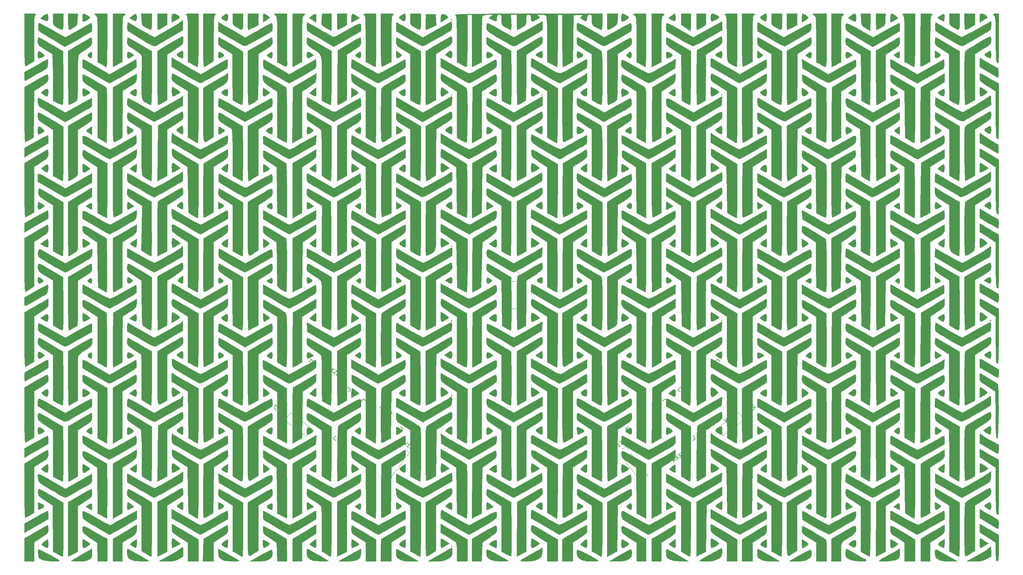
<source format=gbr>
G04 #@! TF.GenerationSoftware,KiCad,Pcbnew,(5.1.4)-1*
G04 #@! TF.CreationDate,2023-12-29T13:05:47-05:00*
G04 #@! TF.ProjectId,ThumbsUp,5468756d-6273-4557-902e-6b696361645f,rev?*
G04 #@! TF.SameCoordinates,Original*
G04 #@! TF.FileFunction,Legend,Top*
G04 #@! TF.FilePolarity,Positive*
%FSLAX46Y46*%
G04 Gerber Fmt 4.6, Leading zero omitted, Abs format (unit mm)*
G04 Created by KiCad (PCBNEW (5.1.4)-1) date 2023-12-29 13:05:47*
%MOMM*%
%LPD*%
G04 APERTURE LIST*
%ADD10C,0.010000*%
%ADD11C,0.150000*%
%ADD12C,0.120000*%
G04 APERTURE END LIST*
D10*
G36*
X137633158Y108074211D02*
G01*
X137499474Y107940527D01*
X137365790Y108074211D01*
X137499474Y108207895D01*
X137633158Y108074211D01*
X137633158Y108074211D01*
G37*
X137633158Y108074211D02*
X137499474Y107940527D01*
X137365790Y108074211D01*
X137499474Y108207895D01*
X137633158Y108074211D01*
G36*
X276053010Y109585840D02*
G01*
X276123611Y109034813D01*
X276130000Y108764913D01*
X276094119Y108020704D01*
X275909119Y107739783D01*
X275458965Y107853584D01*
X274993684Y108093455D01*
X274470354Y108412352D01*
X274285105Y108678930D01*
X274477414Y108963454D01*
X275086762Y109336188D01*
X275929474Y109758965D01*
X276053010Y109585840D01*
X276053010Y109585840D01*
G37*
X276053010Y109585840D02*
X276123611Y109034813D01*
X276130000Y108764913D01*
X276094119Y108020704D01*
X275909119Y107739783D01*
X275458965Y107853584D01*
X274993684Y108093455D01*
X274470354Y108412352D01*
X274285105Y108678930D01*
X274477414Y108963454D01*
X275086762Y109336188D01*
X275929474Y109758965D01*
X276053010Y109585840D01*
G36*
X226054434Y109574774D02*
G01*
X226126824Y108981932D01*
X226132105Y108742632D01*
X226052098Y107984571D01*
X225777598Y107703156D01*
X225256884Y107877159D01*
X224799258Y108195554D01*
X224377852Y108576371D01*
X224258484Y108806490D01*
X224264521Y108813003D01*
X224781870Y109189277D01*
X225371543Y109555491D01*
X225824800Y109785992D01*
X225924228Y109812105D01*
X226054434Y109574774D01*
X226054434Y109574774D01*
G37*
X226054434Y109574774D02*
X226126824Y108981932D01*
X226132105Y108742632D01*
X226052098Y107984571D01*
X225777598Y107703156D01*
X225256884Y107877159D01*
X224799258Y108195554D01*
X224377852Y108576371D01*
X224258484Y108806490D01*
X224264521Y108813003D01*
X224781870Y109189277D01*
X225371543Y109555491D01*
X225824800Y109785992D01*
X225924228Y109812105D01*
X226054434Y109574774D01*
G36*
X211448829Y109687397D02*
G01*
X212077115Y109389966D01*
X212582476Y109034856D01*
X212763684Y108761402D01*
X212546444Y108545233D01*
X212022963Y108233278D01*
X211385599Y107922989D01*
X210826711Y107711820D01*
X210615666Y107673158D01*
X210453913Y107910377D01*
X210363951Y108502972D01*
X210357369Y108742632D01*
X210401404Y109441060D01*
X210581484Y109750034D01*
X210901512Y109812105D01*
X211448829Y109687397D01*
X211448829Y109687397D01*
G37*
X211448829Y109687397D02*
X212077115Y109389966D01*
X212582476Y109034856D01*
X212763684Y108761402D01*
X212546444Y108545233D01*
X212022963Y108233278D01*
X211385599Y107922989D01*
X210826711Y107711820D01*
X210615666Y107673158D01*
X210453913Y107910377D01*
X210363951Y108502972D01*
X210357369Y108742632D01*
X210401404Y109441060D01*
X210581484Y109750034D01*
X210901512Y109812105D01*
X211448829Y109687397D01*
G36*
X200389801Y109574325D02*
G01*
X200459636Y108982048D01*
X200464737Y108742632D01*
X200430735Y108021808D01*
X200252259Y107742619D01*
X199814603Y107845138D01*
X199275366Y108121253D01*
X198487048Y108547938D01*
X199275366Y109178694D01*
X199836862Y109589427D01*
X200222152Y109802497D01*
X200264211Y109810777D01*
X200389801Y109574325D01*
X200389801Y109574325D01*
G37*
X200389801Y109574325D02*
X200459636Y108982048D01*
X200464737Y108742632D01*
X200430735Y108021808D01*
X200252259Y107742619D01*
X199814603Y107845138D01*
X199275366Y108121253D01*
X198487048Y108547938D01*
X199275366Y109178694D01*
X199836862Y109589427D01*
X200222152Y109802497D01*
X200264211Y109810777D01*
X200389801Y109574325D01*
G36*
X124454434Y109574774D02*
G01*
X124526824Y108981932D01*
X124532105Y108742632D01*
X124452098Y107984571D01*
X124177598Y107703156D01*
X123656884Y107877159D01*
X123199258Y108195554D01*
X122777852Y108576371D01*
X122658484Y108806490D01*
X122664521Y108813003D01*
X123181870Y109189277D01*
X123771543Y109555491D01*
X124224800Y109785992D01*
X124324228Y109812105D01*
X124454434Y109574774D01*
X124454434Y109574774D01*
G37*
X124454434Y109574774D02*
X124526824Y108981932D01*
X124532105Y108742632D01*
X124452098Y107984571D01*
X124177598Y107703156D01*
X123656884Y107877159D01*
X123199258Y108195554D01*
X122777852Y108576371D01*
X122658484Y108806490D01*
X122664521Y108813003D01*
X123181870Y109189277D01*
X123771543Y109555491D01*
X124224800Y109785992D01*
X124324228Y109812105D01*
X124454434Y109574774D01*
G36*
X74524161Y109301391D02*
G01*
X74534211Y108742632D01*
X74470843Y108014328D01*
X74216267Y107734188D01*
X73673770Y107848457D01*
X73264211Y108036756D01*
X72758309Y108410133D01*
X72764133Y108804456D01*
X73287056Y109260177D01*
X73439148Y109353406D01*
X74095204Y109709316D01*
X74417377Y109714008D01*
X74524161Y109301391D01*
X74524161Y109301391D01*
G37*
X74524161Y109301391D02*
X74534211Y108742632D01*
X74470843Y108014328D01*
X74216267Y107734188D01*
X73673770Y107848457D01*
X73264211Y108036756D01*
X72758309Y108410133D01*
X72764133Y108804456D01*
X73287056Y109260177D01*
X73439148Y109353406D01*
X74095204Y109709316D01*
X74417377Y109714008D01*
X74524161Y109301391D01*
G36*
X48836697Y109338957D02*
G01*
X48866842Y108742632D01*
X48832799Y108021632D01*
X48654184Y107742538D01*
X48216270Y107845315D01*
X47678431Y108120750D01*
X46891073Y108546932D01*
X47626499Y109179519D01*
X48284344Y109674200D01*
X48665661Y109735124D01*
X48836697Y109338957D01*
X48836697Y109338957D01*
G37*
X48836697Y109338957D02*
X48866842Y108742632D01*
X48832799Y108021632D01*
X48654184Y107742538D01*
X48216270Y107845315D01*
X47678431Y108120750D01*
X46891073Y108546932D01*
X47626499Y109179519D01*
X48284344Y109674200D01*
X48665661Y109735124D01*
X48836697Y109338957D01*
G36*
X23954625Y109377755D02*
G01*
X24001579Y108742632D01*
X23944204Y108032364D01*
X23709756Y107740785D01*
X23204749Y107828227D01*
X22564833Y108133008D01*
X21796507Y108536135D01*
X22564833Y109164505D01*
X23290371Y109674870D01*
X23736014Y109751128D01*
X23954625Y109377755D01*
X23954625Y109377755D01*
G37*
X23954625Y109377755D02*
X24001579Y108742632D01*
X23944204Y108032364D01*
X23709756Y107740785D01*
X23204749Y107828227D01*
X22564833Y108133008D01*
X21796507Y108536135D01*
X22564833Y109164505D01*
X23290371Y109674870D01*
X23736014Y109751128D01*
X23954625Y109377755D01*
G36*
X287116529Y109680824D02*
G01*
X287633440Y109370255D01*
X288039885Y109005307D01*
X288175405Y108710891D01*
X288137659Y108653739D01*
X287860790Y108475265D01*
X287294085Y108127516D01*
X287025263Y107965150D01*
X286022632Y107362177D01*
X286022632Y108587141D01*
X286050984Y109339771D01*
X286184143Y109699628D01*
X286494260Y109807680D01*
X286649614Y109812105D01*
X287116529Y109680824D01*
X287116529Y109680824D01*
G37*
X287116529Y109680824D02*
X287633440Y109370255D01*
X288039885Y109005307D01*
X288175405Y108710891D01*
X288137659Y108653739D01*
X287860790Y108475265D01*
X287294085Y108127516D01*
X287025263Y107965150D01*
X286022632Y107362177D01*
X286022632Y108587141D01*
X286050984Y109339771D01*
X286184143Y109699628D01*
X286494260Y109807680D01*
X286649614Y109812105D01*
X287116529Y109680824D01*
G36*
X261736369Y109671992D02*
G01*
X262383016Y109192160D01*
X263103746Y108572215D01*
X262115274Y107989002D01*
X261483663Y107631137D01*
X261071843Y107425320D01*
X261008401Y107405790D01*
X260937761Y107644981D01*
X260895411Y108250099D01*
X260890000Y108608948D01*
X260971249Y109445162D01*
X261240580Y109794513D01*
X261736369Y109671992D01*
X261736369Y109671992D01*
G37*
X261736369Y109671992D02*
X262383016Y109192160D01*
X263103746Y108572215D01*
X262115274Y107989002D01*
X261483663Y107631137D01*
X261071843Y107425320D01*
X261008401Y107405790D01*
X260937761Y107644981D01*
X260895411Y108250099D01*
X260890000Y108608948D01*
X260971249Y109445162D01*
X261240580Y109794513D01*
X261736369Y109671992D01*
G36*
X251219551Y109374352D02*
G01*
X251264737Y108758411D01*
X251218605Y108062500D01*
X251103878Y107636865D01*
X251064211Y107594144D01*
X250728529Y107648483D01*
X250141363Y107920411D01*
X249955624Y108026873D01*
X249047564Y108570173D01*
X249821940Y109189811D01*
X250552209Y109689600D01*
X251000613Y109756336D01*
X251219551Y109374352D01*
X251219551Y109374352D01*
G37*
X251219551Y109374352D02*
X251264737Y108758411D01*
X251218605Y108062500D01*
X251103878Y107636865D01*
X251064211Y107594144D01*
X250728529Y107648483D01*
X250141363Y107920411D01*
X249955624Y108026873D01*
X249047564Y108570173D01*
X249821940Y109189811D01*
X250552209Y109689600D01*
X251000613Y109756336D01*
X251219551Y109374352D01*
G36*
X236574805Y109677033D02*
G01*
X237105715Y109360035D01*
X237586361Y108993439D01*
X237826366Y108709576D01*
X237827466Y108669765D01*
X237571824Y108394377D01*
X237033190Y107994199D01*
X236889115Y107900563D01*
X236024737Y107353278D01*
X236024737Y108582692D01*
X236055759Y109309509D01*
X236134415Y109750720D01*
X236184010Y109812105D01*
X236574805Y109677033D01*
X236574805Y109677033D01*
G37*
X236574805Y109677033D02*
X237105715Y109360035D01*
X237586361Y108993439D01*
X237826366Y108709576D01*
X237827466Y108669765D01*
X237571824Y108394377D01*
X237033190Y107994199D01*
X236889115Y107900563D01*
X236024737Y107353278D01*
X236024737Y108582692D01*
X236055759Y109309509D01*
X236134415Y109750720D01*
X236184010Y109812105D01*
X236574805Y109677033D01*
G36*
X185940717Y109685977D02*
G01*
X186521477Y109387517D01*
X187058914Y109036608D01*
X187351973Y108753136D01*
X187363684Y108711395D01*
X187155824Y108456857D01*
X186660220Y108115905D01*
X186068835Y107795529D01*
X185573634Y107602718D01*
X185380776Y107606242D01*
X185252306Y107979924D01*
X185221847Y108595974D01*
X185276245Y109242476D01*
X185402346Y109707513D01*
X185517695Y109812105D01*
X185940717Y109685977D01*
X185940717Y109685977D01*
G37*
X185940717Y109685977D02*
X186521477Y109387517D01*
X187058914Y109036608D01*
X187351973Y108753136D01*
X187363684Y108711395D01*
X187155824Y108456857D01*
X186660220Y108115905D01*
X186068835Y107795529D01*
X185573634Y107602718D01*
X185380776Y107606242D01*
X185252306Y107979924D01*
X185221847Y108595974D01*
X185276245Y109242476D01*
X185402346Y109707513D01*
X185517695Y109812105D01*
X185940717Y109685977D01*
G36*
X135326329Y109641038D02*
G01*
X135673909Y109493004D01*
X136284844Y109112667D01*
X136410762Y108754230D01*
X136043132Y108347641D01*
X135491972Y107999385D01*
X134424737Y107389823D01*
X134424737Y108451501D01*
X134506535Y109301361D01*
X134788687Y109682550D01*
X135326329Y109641038D01*
X135326329Y109641038D01*
G37*
X135326329Y109641038D02*
X135673909Y109493004D01*
X136284844Y109112667D01*
X136410762Y108754230D01*
X136043132Y108347641D01*
X135491972Y107999385D01*
X134424737Y107389823D01*
X134424737Y108451501D01*
X134506535Y109301361D01*
X134788687Y109682550D01*
X135326329Y109641038D01*
G36*
X110064023Y109660238D02*
G01*
X110751779Y109176354D01*
X111543032Y108543259D01*
X110417569Y107969090D01*
X109292105Y107394922D01*
X109292105Y108603514D01*
X109358212Y109425137D01*
X109595855Y109769662D01*
X110064023Y109660238D01*
X110064023Y109660238D01*
G37*
X110064023Y109660238D02*
X110751779Y109176354D01*
X111543032Y108543259D01*
X110417569Y107969090D01*
X109292105Y107394922D01*
X109292105Y108603514D01*
X109358212Y109425137D01*
X109595855Y109769662D01*
X110064023Y109660238D01*
G36*
X99366816Y109304130D02*
G01*
X99399474Y108608948D01*
X99386234Y107896685D01*
X99352727Y107477168D01*
X99332632Y107427940D01*
X99085569Y107568280D01*
X98551687Y107890950D01*
X98358043Y108009948D01*
X97450297Y108569806D01*
X98172426Y109190956D01*
X98821595Y109677787D01*
X99197231Y109726180D01*
X99366816Y109304130D01*
X99366816Y109304130D01*
G37*
X99366816Y109304130D02*
X99399474Y108608948D01*
X99386234Y107896685D01*
X99352727Y107477168D01*
X99332632Y107427940D01*
X99085569Y107568280D01*
X98551687Y107890950D01*
X98358043Y108009948D01*
X97450297Y108569806D01*
X98172426Y109190956D01*
X98821595Y109677787D01*
X99197231Y109726180D01*
X99366816Y109304130D01*
G36*
X84947625Y109680731D02*
G01*
X85486051Y109373150D01*
X85999451Y109019177D01*
X86285878Y108748627D01*
X86298421Y108711395D01*
X86090015Y108473433D01*
X85569649Y108102647D01*
X85362632Y107975953D01*
X84426842Y107423824D01*
X84426842Y108617965D01*
X84458725Y109332605D01*
X84539323Y109759201D01*
X84586116Y109812105D01*
X84947625Y109680731D01*
X84947625Y109680731D01*
G37*
X84947625Y109680731D02*
X85486051Y109373150D01*
X85999451Y109019177D01*
X86285878Y108748627D01*
X86298421Y108711395D01*
X86090015Y108473433D01*
X85569649Y108102647D01*
X85362632Y107975953D01*
X84426842Y107423824D01*
X84426842Y108617965D01*
X84458725Y109332605D01*
X84539323Y109759201D01*
X84586116Y109812105D01*
X84947625Y109680731D01*
G36*
X59933303Y109650729D02*
G01*
X60519332Y109307860D01*
X60883953Y108962920D01*
X60922084Y108674724D01*
X60582234Y108358054D01*
X59812911Y107927694D01*
X59628421Y107833392D01*
X58759474Y107392058D01*
X58759474Y108602082D01*
X58792339Y109353808D01*
X58933476Y109710676D01*
X59246696Y109810711D01*
X59318881Y109812105D01*
X59933303Y109650729D01*
X59933303Y109650729D01*
G37*
X59933303Y109650729D02*
X60519332Y109307860D01*
X60883953Y108962920D01*
X60922084Y108674724D01*
X60582234Y108358054D01*
X59812911Y107927694D01*
X59628421Y107833392D01*
X58759474Y107392058D01*
X58759474Y108602082D01*
X58792339Y109353808D01*
X58933476Y109710676D01*
X59246696Y109810711D01*
X59318881Y109812105D01*
X59933303Y109650729D01*
G36*
X34342823Y109685977D02*
G01*
X34923582Y109387517D01*
X35461020Y109036608D01*
X35754078Y108753136D01*
X35765790Y108711395D01*
X35557929Y108456857D01*
X35062325Y108115905D01*
X34470940Y107795529D01*
X33975740Y107602718D01*
X33782881Y107606242D01*
X33654411Y107979924D01*
X33623952Y108595974D01*
X33678350Y109242476D01*
X33804451Y109707513D01*
X33919800Y109812105D01*
X34342823Y109685977D01*
X34342823Y109685977D01*
G37*
X34342823Y109685977D02*
X34923582Y109387517D01*
X35461020Y109036608D01*
X35754078Y108753136D01*
X35765790Y108711395D01*
X35557929Y108456857D01*
X35062325Y108115905D01*
X34470940Y107795529D01*
X33975740Y107602718D01*
X33782881Y107606242D01*
X33654411Y107979924D01*
X33623952Y108595974D01*
X33678350Y109242476D01*
X33804451Y109707513D01*
X33919800Y109812105D01*
X34342823Y109685977D01*
G36*
X284685790Y106649402D02*
G01*
X283448956Y105958122D01*
X282709792Y105567945D01*
X282156073Y105317282D01*
X281978429Y105266842D01*
X281872827Y105513686D01*
X281792060Y106172397D01*
X281748750Y107120247D01*
X281744737Y107539474D01*
X281744737Y109812105D01*
X284685790Y109812105D01*
X284685790Y106649402D01*
X284685790Y106649402D01*
G37*
X284685790Y106649402D02*
X283448956Y105958122D01*
X282709792Y105567945D01*
X282156073Y105317282D01*
X281978429Y105266842D01*
X281872827Y105513686D01*
X281792060Y106172397D01*
X281748750Y107120247D01*
X281744737Y107539474D01*
X281744737Y109812105D01*
X284685790Y109812105D01*
X284685790Y106649402D01*
G36*
X280407895Y107539474D02*
G01*
X280393111Y106356028D01*
X280303720Y105648972D01*
X280072165Y105360006D01*
X279630887Y105430828D01*
X278912328Y105803138D01*
X278603158Y105982040D01*
X277971060Y106371709D01*
X277631710Y106718701D01*
X277494042Y107203004D01*
X277466992Y108004604D01*
X277466842Y108227927D01*
X277466842Y109812105D01*
X280407895Y109812105D01*
X280407895Y107539474D01*
X280407895Y107539474D01*
G37*
X280407895Y107539474D02*
X280393111Y106356028D01*
X280303720Y105648972D01*
X280072165Y105360006D01*
X279630887Y105430828D01*
X278912328Y105803138D01*
X278603158Y105982040D01*
X277971060Y106371709D01*
X277631710Y106718701D01*
X277494042Y107203004D01*
X277466992Y108004604D01*
X277466842Y108227927D01*
X277466842Y109812105D01*
X280407895Y109812105D01*
X280407895Y107539474D01*
G36*
X259499074Y108180488D02*
G01*
X259438648Y107272616D01*
X259306433Y106724141D01*
X259008315Y106360191D01*
X258450179Y106005891D01*
X258275981Y105907856D01*
X257589051Y105536020D01*
X257116260Y105304706D01*
X257005981Y105266842D01*
X256948810Y105513730D01*
X256905086Y106172549D01*
X256881643Y107120538D01*
X256879474Y107539474D01*
X256879474Y109812105D01*
X259578674Y109812105D01*
X259499074Y108180488D01*
X259499074Y108180488D01*
G37*
X259499074Y108180488D02*
X259438648Y107272616D01*
X259306433Y106724141D01*
X259008315Y106360191D01*
X258450179Y106005891D01*
X258275981Y105907856D01*
X257589051Y105536020D01*
X257116260Y105304706D01*
X257005981Y105266842D01*
X256948810Y105513730D01*
X256905086Y106172549D01*
X256881643Y107120538D01*
X256879474Y107539474D01*
X256879474Y109812105D01*
X259578674Y109812105D01*
X259499074Y108180488D01*
G36*
X234687895Y106612693D02*
G01*
X233359941Y105939767D01*
X232606700Y105570035D01*
X232063507Y105325616D01*
X231889415Y105266842D01*
X231824983Y105513725D01*
X231775707Y106172532D01*
X231749288Y107120505D01*
X231746842Y107539474D01*
X231746842Y109812105D01*
X234687895Y109812105D01*
X234687895Y106612693D01*
X234687895Y106612693D01*
G37*
X234687895Y106612693D02*
X233359941Y105939767D01*
X232606700Y105570035D01*
X232063507Y105325616D01*
X231889415Y105266842D01*
X231824983Y105513725D01*
X231775707Y106172532D01*
X231749288Y107120505D01*
X231746842Y107539474D01*
X231746842Y109812105D01*
X234687895Y109812105D01*
X234687895Y106612693D01*
G36*
X230410000Y107539474D02*
G01*
X230395216Y106356028D01*
X230305825Y105648972D01*
X230074270Y105360006D01*
X229632992Y105430828D01*
X228914433Y105803138D01*
X228605263Y105982040D01*
X227973165Y106371709D01*
X227633815Y106718701D01*
X227496148Y107203004D01*
X227469097Y108004604D01*
X227468947Y108227927D01*
X227468947Y109812105D01*
X230410000Y109812105D01*
X230410000Y107539474D01*
X230410000Y107539474D01*
G37*
X230410000Y107539474D02*
X230395216Y106356028D01*
X230305825Y105648972D01*
X230074270Y105360006D01*
X229632992Y105430828D01*
X228914433Y105803138D01*
X228605263Y105982040D01*
X227973165Y106371709D01*
X227633815Y106718701D01*
X227496148Y107203004D01*
X227469097Y108004604D01*
X227468947Y108227927D01*
X227468947Y109812105D01*
X230410000Y109812105D01*
X230410000Y107539474D01*
G36*
X209020526Y106654496D02*
G01*
X207836600Y105960669D01*
X207134874Y105565494D01*
X206635991Y105314217D01*
X206499758Y105266842D01*
X206430653Y105513721D01*
X206377802Y106172520D01*
X206349465Y107120482D01*
X206346842Y107539474D01*
X206346842Y109812105D01*
X209020526Y109812105D01*
X209020526Y106654496D01*
X209020526Y106654496D01*
G37*
X209020526Y106654496D02*
X207836600Y105960669D01*
X207134874Y105565494D01*
X206635991Y105314217D01*
X206499758Y105266842D01*
X206430653Y105513721D01*
X206377802Y106172520D01*
X206349465Y107120482D01*
X206346842Y107539474D01*
X206346842Y109812105D01*
X209020526Y109812105D01*
X209020526Y106654496D01*
G36*
X184155263Y108383018D02*
G01*
X184083091Y107353297D01*
X183846309Y106721699D01*
X183687369Y106543681D01*
X183195687Y106190381D01*
X182520326Y105788562D01*
X181858362Y105446398D01*
X181406874Y105272065D01*
X181361172Y105266842D01*
X181294757Y105513723D01*
X181243964Y106172527D01*
X181216731Y107120496D01*
X181214211Y107539474D01*
X181214211Y109812105D01*
X184155263Y109812105D01*
X184155263Y108383018D01*
X184155263Y108383018D01*
G37*
X184155263Y108383018D02*
X184083091Y107353297D01*
X183846309Y106721699D01*
X183687369Y106543681D01*
X183195687Y106190381D01*
X182520326Y105788562D01*
X181858362Y105446398D01*
X181406874Y105272065D01*
X181361172Y105266842D01*
X181294757Y105513723D01*
X181243964Y106172527D01*
X181216731Y107120496D01*
X181214211Y107539474D01*
X181214211Y109812105D01*
X184155263Y109812105D01*
X184155263Y108383018D01*
G36*
X133034064Y108152150D02*
G01*
X133113918Y106625880D01*
X131772953Y105946361D01*
X131013670Y105574370D01*
X130461601Y105327553D01*
X130278602Y105266842D01*
X130217053Y105513138D01*
X130186829Y106169100D01*
X130192200Y107110345D01*
X130202871Y107472632D01*
X130280526Y109678421D01*
X132954211Y109678421D01*
X133034064Y108152150D01*
X133034064Y108152150D01*
G37*
X133034064Y108152150D02*
X133113918Y106625880D01*
X131772953Y105946361D01*
X131013670Y105574370D01*
X130461601Y105327553D01*
X130278602Y105266842D01*
X130217053Y105513138D01*
X130186829Y106169100D01*
X130192200Y107110345D01*
X130202871Y107472632D01*
X130280526Y109678421D01*
X132954211Y109678421D01*
X133034064Y108152150D01*
G36*
X128810000Y107539474D02*
G01*
X128795216Y106356028D01*
X128705825Y105648972D01*
X128474270Y105360006D01*
X128032992Y105430828D01*
X127314433Y105803138D01*
X127005263Y105982040D01*
X126373165Y106371709D01*
X126033815Y106718701D01*
X125896148Y107203004D01*
X125869097Y108004604D01*
X125868947Y108227927D01*
X125868947Y109812105D01*
X128810000Y109812105D01*
X128810000Y107539474D01*
X128810000Y107539474D01*
G37*
X128810000Y107539474D02*
X128795216Y106356028D01*
X128705825Y105648972D01*
X128474270Y105360006D01*
X128032992Y105430828D01*
X127314433Y105803138D01*
X127005263Y105982040D01*
X126373165Y106371709D01*
X126033815Y106718701D01*
X125896148Y107203004D01*
X125869097Y108004604D01*
X125868947Y108227927D01*
X125868947Y109812105D01*
X128810000Y109812105D01*
X128810000Y107539474D01*
G36*
X107955263Y106654496D02*
G01*
X106771337Y105960669D01*
X106069611Y105565494D01*
X105570728Y105314217D01*
X105434495Y105266842D01*
X105365390Y105513721D01*
X105312539Y106172520D01*
X105284202Y107120482D01*
X105281579Y107539474D01*
X105281579Y109812105D01*
X107955263Y109812105D01*
X107955263Y106654496D01*
X107955263Y106654496D01*
G37*
X107955263Y106654496D02*
X106771337Y105960669D01*
X106069611Y105565494D01*
X105570728Y105314217D01*
X105434495Y105266842D01*
X105365390Y105513721D01*
X105312539Y106172520D01*
X105284202Y107120482D01*
X105281579Y107539474D01*
X105281579Y109812105D01*
X107955263Y109812105D01*
X107955263Y106654496D01*
G36*
X83090000Y106612693D02*
G01*
X81762046Y105939767D01*
X81008806Y105570035D01*
X80465612Y105325616D01*
X80291520Y105266842D01*
X80227089Y105513725D01*
X80177812Y106172532D01*
X80151393Y107120505D01*
X80148947Y107539474D01*
X80148947Y109812105D01*
X83090000Y109812105D01*
X83090000Y106612693D01*
X83090000Y106612693D01*
G37*
X83090000Y106612693D02*
X81762046Y105939767D01*
X81008806Y105570035D01*
X80465612Y105325616D01*
X80291520Y105266842D01*
X80227089Y105513725D01*
X80177812Y106172532D01*
X80151393Y107120505D01*
X80148947Y107539474D01*
X80148947Y109812105D01*
X83090000Y109812105D01*
X83090000Y106612693D01*
G36*
X78812105Y107539474D02*
G01*
X78797321Y106356028D01*
X78707931Y105648972D01*
X78476375Y105360006D01*
X78035097Y105430828D01*
X77316538Y105803138D01*
X77007369Y105982040D01*
X76375270Y106371709D01*
X76035920Y106718701D01*
X75898253Y107203004D01*
X75871203Y108004604D01*
X75871053Y108227927D01*
X75871053Y109812105D01*
X78812105Y109812105D01*
X78812105Y107539474D01*
X78812105Y107539474D01*
G37*
X78812105Y107539474D02*
X78797321Y106356028D01*
X78707931Y105648972D01*
X78476375Y105360006D01*
X78035097Y105430828D01*
X77316538Y105803138D01*
X77007369Y105982040D01*
X76375270Y106371709D01*
X76035920Y106718701D01*
X75898253Y107203004D01*
X75871203Y108004604D01*
X75871053Y108227927D01*
X75871053Y109812105D01*
X78812105Y109812105D01*
X78812105Y107539474D01*
G36*
X57422632Y106649402D02*
G01*
X56185798Y105958122D01*
X55475963Y105571038D01*
X54982794Y105320175D01*
X54848956Y105266842D01*
X54803759Y105513737D01*
X54769194Y106172573D01*
X54750662Y107120583D01*
X54748947Y107539474D01*
X54748947Y109812105D01*
X57422632Y109812105D01*
X57422632Y106649402D01*
X57422632Y106649402D01*
G37*
X57422632Y106649402D02*
X56185798Y105958122D01*
X55475963Y105571038D01*
X54982794Y105320175D01*
X54848956Y105266842D01*
X54803759Y105513737D01*
X54769194Y106172573D01*
X54750662Y107120583D01*
X54748947Y107539474D01*
X54748947Y109812105D01*
X57422632Y109812105D01*
X57422632Y106649402D01*
G36*
X53144737Y107539474D02*
G01*
X53122979Y106514286D01*
X53064914Y105732438D01*
X52981352Y105315823D01*
X52944211Y105278659D01*
X52603725Y105399867D01*
X51979740Y105691644D01*
X51674211Y105846953D01*
X51009700Y106200211D01*
X50577198Y106444170D01*
X50504283Y106492608D01*
X50434757Y106785362D01*
X50355637Y107455868D01*
X50295733Y108196945D01*
X50187637Y109812105D01*
X53144737Y109812105D01*
X53144737Y107539474D01*
X53144737Y107539474D01*
G37*
X53144737Y107539474D02*
X53122979Y106514286D01*
X53064914Y105732438D01*
X52981352Y105315823D01*
X52944211Y105278659D01*
X52603725Y105399867D01*
X51979740Y105691644D01*
X51674211Y105846953D01*
X51009700Y106200211D01*
X50577198Y106444170D01*
X50504283Y106492608D01*
X50434757Y106785362D01*
X50355637Y107455868D01*
X50295733Y108196945D01*
X50187637Y109812105D01*
X53144737Y109812105D01*
X53144737Y107539474D01*
G36*
X32235916Y108148318D02*
G01*
X32175637Y107228032D01*
X32048211Y106671892D01*
X31767391Y106309650D01*
X31246929Y105971056D01*
X31086842Y105880084D01*
X30405311Y105516794D01*
X29921695Y105298794D01*
X29816842Y105271241D01*
X29726242Y105516012D01*
X29656943Y106172991D01*
X29619769Y107119753D01*
X29616316Y107539474D01*
X29616316Y109812105D01*
X32315516Y109812105D01*
X32235916Y108148318D01*
X32235916Y108148318D01*
G37*
X32235916Y108148318D02*
X32175637Y107228032D01*
X32048211Y106671892D01*
X31767391Y106309650D01*
X31246929Y105971056D01*
X31086842Y105880084D01*
X30405311Y105516794D01*
X29921695Y105298794D01*
X29816842Y105271241D01*
X29726242Y105516012D01*
X29656943Y106172991D01*
X29619769Y107119753D01*
X29616316Y107539474D01*
X29616316Y109812105D01*
X32315516Y109812105D01*
X32235916Y108148318D01*
G36*
X28279474Y107539474D02*
G01*
X28262228Y106344386D01*
X28167484Y105627168D01*
X27930730Y105331107D01*
X27487458Y105399494D01*
X26773155Y105775619D01*
X26474737Y105952947D01*
X25843217Y106353381D01*
X25503837Y106707176D01*
X25365867Y107195587D01*
X25338581Y107999867D01*
X25338421Y108223049D01*
X25338421Y109812105D01*
X28279474Y109812105D01*
X28279474Y107539474D01*
X28279474Y107539474D01*
G37*
X28279474Y107539474D02*
X28262228Y106344386D01*
X28167484Y105627168D01*
X27930730Y105331107D01*
X27487458Y105399494D01*
X26773155Y105775619D01*
X26474737Y105952947D01*
X25843217Y106353381D01*
X25503837Y106707176D01*
X25365867Y107195587D01*
X25338581Y107999867D01*
X25338421Y108223049D01*
X25338421Y109812105D01*
X28279474Y109812105D01*
X28279474Y107539474D01*
G36*
X255275263Y107405790D02*
G01*
X255268402Y106349124D01*
X255250020Y105533647D01*
X255223423Y105077288D01*
X255208421Y105020490D01*
X254962507Y105158840D01*
X254403320Y105491293D01*
X253938421Y105772099D01*
X253278737Y106194094D01*
X252911835Y106561596D01*
X252741337Y107053819D01*
X252670866Y107849980D01*
X252655663Y108157398D01*
X252576063Y109812105D01*
X255275263Y109812105D01*
X255275263Y107405790D01*
X255275263Y107405790D01*
G37*
X255275263Y107405790D02*
X255268402Y106349124D01*
X255250020Y105533647D01*
X255223423Y105077288D01*
X255208421Y105020490D01*
X254962507Y105158840D01*
X254403320Y105491293D01*
X253938421Y105772099D01*
X253278737Y106194094D01*
X252911835Y106561596D01*
X252741337Y107053819D01*
X252670866Y107849980D01*
X252655663Y108157398D01*
X252576063Y109812105D01*
X255275263Y109812105D01*
X255275263Y107405790D01*
G36*
X204742632Y107405790D02*
G01*
X204735769Y106348770D01*
X204717383Y105532590D01*
X204690781Y105075337D01*
X204675790Y105018078D01*
X204432955Y105159234D01*
X203875628Y105504334D01*
X203338947Y105842791D01*
X202068947Y106648899D01*
X202068947Y109812105D01*
X204742632Y109812105D01*
X204742632Y107405790D01*
X204742632Y107405790D01*
G37*
X204742632Y107405790D02*
X204735769Y106348770D01*
X204717383Y105532590D01*
X204690781Y105075337D01*
X204675790Y105018078D01*
X204432955Y105159234D01*
X203875628Y105504334D01*
X203338947Y105842791D01*
X202068947Y106648899D01*
X202068947Y109812105D01*
X204742632Y109812105D01*
X204742632Y107405790D01*
G36*
X103677369Y107405790D02*
G01*
X103670513Y106350710D01*
X103652148Y105538382D01*
X103625572Y105086026D01*
X103610526Y105031309D01*
X103359857Y105167577D01*
X102785841Y105484408D01*
X102276920Y105766572D01*
X101550289Y106206640D01*
X101044599Y106581360D01*
X100906304Y106739903D01*
X100871302Y107143140D01*
X100895120Y107880361D01*
X100937086Y108410956D01*
X101071718Y109812105D01*
X103677369Y109812105D01*
X103677369Y107405790D01*
X103677369Y107405790D01*
G37*
X103677369Y107405790D02*
X103670513Y106350710D01*
X103652148Y105538382D01*
X103625572Y105086026D01*
X103610526Y105031309D01*
X103359857Y105167577D01*
X102785841Y105484408D01*
X102276920Y105766572D01*
X101550289Y106206640D01*
X101044599Y106581360D01*
X100906304Y106739903D01*
X100871302Y107143140D01*
X100895120Y107880361D01*
X100937086Y108410956D01*
X101071718Y109812105D01*
X103677369Y109812105D01*
X103677369Y107405790D01*
G36*
X289231053Y106514765D02*
G01*
X289209327Y105858387D01*
X289075517Y105415803D01*
X288726674Y105043846D01*
X288059848Y104599350D01*
X287693684Y104376820D01*
X285835163Y103269607D01*
X284202493Y102327905D01*
X282845160Y101578609D01*
X281812648Y101048611D01*
X281154442Y100764804D01*
X280971107Y100723382D01*
X280596595Y100855927D01*
X279861351Y101218794D01*
X278859949Y101761881D01*
X277686967Y102435087D01*
X277243242Y102698246D01*
X276043377Y103423022D01*
X275000735Y104066009D01*
X274205551Y104570566D01*
X273748056Y104880054D01*
X273683462Y104932749D01*
X273536627Y105346936D01*
X273494484Y106054283D01*
X273506010Y106276718D01*
X273590000Y107359245D01*
X277065790Y105354073D01*
X278302141Y104643536D01*
X279382674Y104027642D01*
X280218816Y103556485D01*
X280721996Y103280160D01*
X280817672Y103232095D01*
X281155098Y103315055D01*
X281891155Y103643457D01*
X282966736Y104186296D01*
X284322738Y104912567D01*
X285900056Y105791264D01*
X287639586Y106791383D01*
X287961053Y106979378D01*
X289231053Y107723970D01*
X289231053Y106514765D01*
X289231053Y106514765D01*
G37*
X289231053Y106514765D02*
X289209327Y105858387D01*
X289075517Y105415803D01*
X288726674Y105043846D01*
X288059848Y104599350D01*
X287693684Y104376820D01*
X285835163Y103269607D01*
X284202493Y102327905D01*
X282845160Y101578609D01*
X281812648Y101048611D01*
X281154442Y100764804D01*
X280971107Y100723382D01*
X280596595Y100855927D01*
X279861351Y101218794D01*
X278859949Y101761881D01*
X277686967Y102435087D01*
X277243242Y102698246D01*
X276043377Y103423022D01*
X275000735Y104066009D01*
X274205551Y104570566D01*
X273748056Y104880054D01*
X273683462Y104932749D01*
X273536627Y105346936D01*
X273494484Y106054283D01*
X273506010Y106276718D01*
X273590000Y107359245D01*
X277065790Y105354073D01*
X278302141Y104643536D01*
X279382674Y104027642D01*
X280218816Y103556485D01*
X280721996Y103280160D01*
X280817672Y103232095D01*
X281155098Y103315055D01*
X281891155Y103643457D01*
X282966736Y104186296D01*
X284322738Y104912567D01*
X285900056Y105791264D01*
X287639586Y106791383D01*
X287961053Y106979378D01*
X289231053Y107723970D01*
X289231053Y106514765D01*
G36*
X213554064Y106380585D02*
G01*
X213542339Y105133158D01*
X209707898Y102927369D01*
X208391489Y102187979D01*
X207207742Y101556475D01*
X206245662Y101077755D01*
X205594254Y100796724D01*
X205374886Y100741423D01*
X204978437Y100880446D01*
X204220053Y101249973D01*
X203193481Y101800694D01*
X201992468Y102483296D01*
X201400526Y102831997D01*
X197924737Y104902728D01*
X197842522Y106020574D01*
X197853969Y106805215D01*
X198028687Y107131814D01*
X198071412Y107138421D01*
X198401849Y107012021D01*
X199106327Y106663679D01*
X200096290Y106139686D01*
X201283185Y105486332D01*
X201931762Y105120519D01*
X205481006Y103102617D01*
X213565790Y107628011D01*
X213554064Y106380585D01*
X213554064Y106380585D01*
G37*
X213554064Y106380585D02*
X213542339Y105133158D01*
X209707898Y102927369D01*
X208391489Y102187979D01*
X207207742Y101556475D01*
X206245662Y101077755D01*
X205594254Y100796724D01*
X205374886Y100741423D01*
X204978437Y100880446D01*
X204220053Y101249973D01*
X203193481Y101800694D01*
X201992468Y102483296D01*
X201400526Y102831997D01*
X197924737Y104902728D01*
X197842522Y106020574D01*
X197853969Y106805215D01*
X198028687Y107131814D01*
X198071412Y107138421D01*
X198401849Y107012021D01*
X199106327Y106663679D01*
X200096290Y106139686D01*
X201283185Y105486332D01*
X201931762Y105120519D01*
X205481006Y103102617D01*
X213565790Y107628011D01*
X213554064Y106380585D01*
G36*
X173147042Y107142051D02*
G01*
X173812873Y106827237D01*
X174773665Y106325869D01*
X175946649Y105680568D01*
X176742439Y105227883D01*
X180425404Y103107258D01*
X181822439Y103875216D01*
X182716070Y104371010D01*
X183866263Y105015408D01*
X185065215Y105691855D01*
X185415989Y105890798D01*
X186395347Y106432967D01*
X187206994Y106856124D01*
X187734938Y107101079D01*
X187860930Y107138421D01*
X188004802Y106900854D01*
X188072184Y106303685D01*
X188070730Y106009405D01*
X188032105Y104880388D01*
X184422632Y102805396D01*
X183152666Y102089370D01*
X182025060Y101479867D01*
X181129686Y101023454D01*
X180556417Y100766696D01*
X180412105Y100727454D01*
X180004294Y100855300D01*
X179280249Y101197180D01*
X178378683Y101686113D01*
X178139474Y101824846D01*
X176412658Y102838589D01*
X175090391Y103618266D01*
X174119054Y104205540D01*
X173445030Y104642074D01*
X173014701Y104969533D01*
X172774448Y105229579D01*
X172670653Y105463875D01*
X172649699Y105714086D01*
X172657966Y106021875D01*
X172658421Y106083844D01*
X172705976Y106772115D01*
X172823790Y107190650D01*
X172858947Y107227685D01*
X173147042Y107142051D01*
X173147042Y107142051D01*
G37*
X173147042Y107142051D02*
X173812873Y106827237D01*
X174773665Y106325869D01*
X175946649Y105680568D01*
X176742439Y105227883D01*
X180425404Y103107258D01*
X181822439Y103875216D01*
X182716070Y104371010D01*
X183866263Y105015408D01*
X185065215Y105691855D01*
X185415989Y105890798D01*
X186395347Y106432967D01*
X187206994Y106856124D01*
X187734938Y107101079D01*
X187860930Y107138421D01*
X188004802Y106900854D01*
X188072184Y106303685D01*
X188070730Y106009405D01*
X188032105Y104880388D01*
X184422632Y102805396D01*
X183152666Y102089370D01*
X182025060Y101479867D01*
X181129686Y101023454D01*
X180556417Y100766696D01*
X180412105Y100727454D01*
X180004294Y100855300D01*
X179280249Y101197180D01*
X178378683Y101686113D01*
X178139474Y101824846D01*
X176412658Y102838589D01*
X175090391Y103618266D01*
X174119054Y104205540D01*
X173445030Y104642074D01*
X173014701Y104969533D01*
X172774448Y105229579D01*
X172670653Y105463875D01*
X172649699Y105714086D01*
X172657966Y106021875D01*
X172658421Y106083844D01*
X172705976Y106772115D01*
X172823790Y107190650D01*
X172858947Y107227685D01*
X173147042Y107142051D01*
G36*
X137584926Y106524364D02*
G01*
X137583844Y105735040D01*
X137381037Y105258650D01*
X137080304Y105000061D01*
X136343023Y104527412D01*
X135349262Y103930324D01*
X134196148Y103262553D01*
X132980809Y102577853D01*
X131800371Y101929978D01*
X130751962Y101372684D01*
X129932710Y100959725D01*
X129439741Y100744857D01*
X129358259Y100726326D01*
X128992243Y100857827D01*
X128258764Y101217028D01*
X127248703Y101756196D01*
X126052942Y102427598D01*
X125413036Y102798432D01*
X121882388Y104865790D01*
X121870404Y106151569D01*
X121900266Y106870895D01*
X121989731Y107283681D01*
X122058947Y107326091D01*
X122349374Y107159387D01*
X123016841Y106773717D01*
X123975899Y106218528D01*
X125141098Y105543270D01*
X125782405Y105171364D01*
X127009894Y104463514D01*
X128066624Y103862007D01*
X128869996Y103413240D01*
X129337415Y103163606D01*
X129420387Y103127895D01*
X129679143Y103253324D01*
X130324270Y103600941D01*
X131277794Y104127744D01*
X132461742Y104790730D01*
X133517456Y105387462D01*
X137499474Y107647028D01*
X137584926Y106524364D01*
X137584926Y106524364D01*
G37*
X137584926Y106524364D02*
X137583844Y105735040D01*
X137381037Y105258650D01*
X137080304Y105000061D01*
X136343023Y104527412D01*
X135349262Y103930324D01*
X134196148Y103262553D01*
X132980809Y102577853D01*
X131800371Y101929978D01*
X130751962Y101372684D01*
X129932710Y100959725D01*
X129439741Y100744857D01*
X129358259Y100726326D01*
X128992243Y100857827D01*
X128258764Y101217028D01*
X127248703Y101756196D01*
X126052942Y102427598D01*
X125413036Y102798432D01*
X121882388Y104865790D01*
X121870404Y106151569D01*
X121900266Y106870895D01*
X121989731Y107283681D01*
X122058947Y107326091D01*
X122349374Y107159387D01*
X123016841Y106773717D01*
X123975899Y106218528D01*
X125141098Y105543270D01*
X125782405Y105171364D01*
X127009894Y104463514D01*
X128066624Y103862007D01*
X128869996Y103413240D01*
X129337415Y103163606D01*
X129420387Y103127895D01*
X129679143Y103253324D01*
X130324270Y103600941D01*
X131277794Y104127744D01*
X132461742Y104790730D01*
X133517456Y105387462D01*
X137499474Y107647028D01*
X137584926Y106524364D01*
G36*
X72729474Y106919265D02*
G01*
X73543873Y106436934D01*
X74467844Y105909213D01*
X74667895Y105797848D01*
X75441902Y105362748D01*
X76462278Y104779758D01*
X77514212Y104171645D01*
X77560400Y104144753D01*
X79383432Y103082938D01*
X83011483Y105110680D01*
X84274972Y105808419D01*
X85379434Y106402446D01*
X86238772Y106847694D01*
X86766890Y107099099D01*
X86885403Y107138421D01*
X87018306Y106901690D01*
X87062010Y106306296D01*
X87049057Y106008010D01*
X86966842Y104877599D01*
X83357369Y102804001D01*
X82087340Y102088577D01*
X80959690Y101479892D01*
X80064306Y101024431D01*
X79491074Y100768680D01*
X79346842Y100729977D01*
X78985771Y100859535D01*
X78256691Y101216842D01*
X77250034Y101754373D01*
X76056232Y102424605D01*
X75412223Y102797669D01*
X71878655Y104865790D01*
X71869591Y106157596D01*
X71860526Y107449403D01*
X72729474Y106919265D01*
X72729474Y106919265D01*
G37*
X72729474Y106919265D02*
X73543873Y106436934D01*
X74467844Y105909213D01*
X74667895Y105797848D01*
X75441902Y105362748D01*
X76462278Y104779758D01*
X77514212Y104171645D01*
X77560400Y104144753D01*
X79383432Y103082938D01*
X83011483Y105110680D01*
X84274972Y105808419D01*
X85379434Y106402446D01*
X86238772Y106847694D01*
X86766890Y107099099D01*
X86885403Y107138421D01*
X87018306Y106901690D01*
X87062010Y106306296D01*
X87049057Y106008010D01*
X86966842Y104877599D01*
X83357369Y102804001D01*
X82087340Y102088577D01*
X80959690Y101479892D01*
X80064306Y101024431D01*
X79491074Y100768680D01*
X79346842Y100729977D01*
X78985771Y100859535D01*
X78256691Y101216842D01*
X77250034Y101754373D01*
X76056232Y102424605D01*
X75412223Y102797669D01*
X71878655Y104865790D01*
X71869591Y106157596D01*
X71860526Y107449403D01*
X72729474Y106919265D01*
G36*
X263504874Y106900101D02*
G01*
X263556833Y106300811D01*
X263561570Y106002105D01*
X263559455Y104865790D01*
X260553675Y103138781D01*
X259340396Y102441681D01*
X258224802Y101800717D01*
X257326578Y101284653D01*
X256765407Y100962251D01*
X256745790Y100950981D01*
X255943684Y100490190D01*
X252200526Y102696260D01*
X250801787Y103526908D01*
X249799213Y104146398D01*
X249124957Y104609348D01*
X248711170Y104970374D01*
X248490006Y105284092D01*
X248393617Y105605121D01*
X248371688Y105778460D01*
X248329474Y106406009D01*
X248386638Y106813159D01*
X248603266Y106991530D01*
X249039444Y106932745D01*
X249755257Y106628426D01*
X250810792Y106070194D01*
X252266133Y105249670D01*
X252299240Y105230807D01*
X256040701Y103098798D01*
X259652162Y105118610D01*
X260904033Y105813605D01*
X261987392Y106405299D01*
X262818647Y106848807D01*
X263314206Y107099240D01*
X263413653Y107138421D01*
X263504874Y106900101D01*
X263504874Y106900101D01*
G37*
X263504874Y106900101D02*
X263556833Y106300811D01*
X263561570Y106002105D01*
X263559455Y104865790D01*
X260553675Y103138781D01*
X259340396Y102441681D01*
X258224802Y101800717D01*
X257326578Y101284653D01*
X256765407Y100962251D01*
X256745790Y100950981D01*
X255943684Y100490190D01*
X252200526Y102696260D01*
X250801787Y103526908D01*
X249799213Y104146398D01*
X249124957Y104609348D01*
X248711170Y104970374D01*
X248490006Y105284092D01*
X248393617Y105605121D01*
X248371688Y105778460D01*
X248329474Y106406009D01*
X248386638Y106813159D01*
X248603266Y106991530D01*
X249039444Y106932745D01*
X249755257Y106628426D01*
X250810792Y106070194D01*
X252266133Y105249670D01*
X252299240Y105230807D01*
X256040701Y103098798D01*
X259652162Y105118610D01*
X260904033Y105813605D01*
X261987392Y106405299D01*
X262818647Y106848807D01*
X263314206Y107099240D01*
X263413653Y107138421D01*
X263504874Y106900101D01*
G36*
X223949244Y107153472D02*
G01*
X224617210Y106766733D01*
X225577771Y106210533D01*
X226745853Y105534132D01*
X227414725Y105146794D01*
X230969976Y103087956D01*
X234499988Y105046347D01*
X235758215Y105737714D01*
X236866677Y106334286D01*
X237734195Y106787944D01*
X238269590Y107050569D01*
X238380697Y107094359D01*
X238601675Y106998579D01*
X238668650Y106503166D01*
X238648065Y106045067D01*
X238586291Y105484166D01*
X238435987Y105073697D01*
X238102339Y104708205D01*
X237490532Y104282232D01*
X236559474Y103722038D01*
X235405713Y103048070D01*
X234206932Y102359544D01*
X233198320Y101791384D01*
X233083684Y101728029D01*
X232263333Y101266000D01*
X231617339Y100883663D01*
X231326860Y100693199D01*
X230991330Y100739235D01*
X230258950Y101047323D01*
X229183366Y101591427D01*
X227818227Y102345511D01*
X227259936Y102667026D01*
X223479312Y104865790D01*
X223468866Y106151569D01*
X223499589Y106869837D01*
X223589552Y107280534D01*
X223658947Y107321490D01*
X223949244Y107153472D01*
X223949244Y107153472D01*
G37*
X223949244Y107153472D02*
X224617210Y106766733D01*
X225577771Y106210533D01*
X226745853Y105534132D01*
X227414725Y105146794D01*
X230969976Y103087956D01*
X234499988Y105046347D01*
X235758215Y105737714D01*
X236866677Y106334286D01*
X237734195Y106787944D01*
X238269590Y107050569D01*
X238380697Y107094359D01*
X238601675Y106998579D01*
X238668650Y106503166D01*
X238648065Y106045067D01*
X238586291Y105484166D01*
X238435987Y105073697D01*
X238102339Y104708205D01*
X237490532Y104282232D01*
X236559474Y103722038D01*
X235405713Y103048070D01*
X234206932Y102359544D01*
X233198320Y101791384D01*
X233083684Y101728029D01*
X232263333Y101266000D01*
X231617339Y100883663D01*
X231326860Y100693199D01*
X230991330Y100739235D01*
X230258950Y101047323D01*
X229183366Y101591427D01*
X227818227Y102345511D01*
X227259936Y102667026D01*
X223479312Y104865790D01*
X223468866Y106151569D01*
X223499589Y106869837D01*
X223589552Y107280534D01*
X223658947Y107321490D01*
X223949244Y107153472D01*
G36*
X163031468Y106388640D02*
G01*
X163034142Y105880025D01*
X162996305Y105505338D01*
X162846750Y105196564D01*
X162514271Y104885687D01*
X161927662Y104504690D01*
X161015716Y103985556D01*
X159824737Y103325572D01*
X158853784Y102775169D01*
X157914748Y102224928D01*
X157418421Y101922796D01*
X156326255Y101252202D01*
X155565836Y100847663D01*
X155020800Y100683451D01*
X154574779Y100733837D01*
X154111408Y100973094D01*
X153864114Y101136958D01*
X153248113Y101536275D01*
X152836138Y101767760D01*
X152766094Y101791053D01*
X152497419Y101921329D01*
X151867535Y102275693D01*
X150971550Y102799448D01*
X149944541Y103413744D01*
X148802102Y104109390D01*
X148040541Y104606085D01*
X147582624Y104980703D01*
X147351119Y105310120D01*
X147268795Y105671209D01*
X147258421Y106087428D01*
X147326870Y106770483D01*
X147501894Y107121286D01*
X147558567Y107138421D01*
X147885092Y107012753D01*
X148587187Y106666291D01*
X149576888Y106144852D01*
X150766229Y105494248D01*
X151442317Y105115621D01*
X155025922Y103092821D01*
X155887961Y103612381D01*
X156606836Y104032740D01*
X157549778Y104567781D01*
X158220526Y104940543D01*
X159270235Y105522233D01*
X160482394Y106200388D01*
X161362105Y106696633D01*
X163033158Y107644122D01*
X163031468Y106388640D01*
X163031468Y106388640D01*
G37*
X163031468Y106388640D02*
X163034142Y105880025D01*
X162996305Y105505338D01*
X162846750Y105196564D01*
X162514271Y104885687D01*
X161927662Y104504690D01*
X161015716Y103985556D01*
X159824737Y103325572D01*
X158853784Y102775169D01*
X157914748Y102224928D01*
X157418421Y101922796D01*
X156326255Y101252202D01*
X155565836Y100847663D01*
X155020800Y100683451D01*
X154574779Y100733837D01*
X154111408Y100973094D01*
X153864114Y101136958D01*
X153248113Y101536275D01*
X152836138Y101767760D01*
X152766094Y101791053D01*
X152497419Y101921329D01*
X151867535Y102275693D01*
X150971550Y102799448D01*
X149944541Y103413744D01*
X148802102Y104109390D01*
X148040541Y104606085D01*
X147582624Y104980703D01*
X147351119Y105310120D01*
X147268795Y105671209D01*
X147258421Y106087428D01*
X147326870Y106770483D01*
X147501894Y107121286D01*
X147558567Y107138421D01*
X147885092Y107012753D01*
X148587187Y106666291D01*
X149576888Y106144852D01*
X150766229Y105494248D01*
X151442317Y105115621D01*
X155025922Y103092821D01*
X155887961Y103612381D01*
X156606836Y104032740D01*
X157549778Y104567781D01*
X158220526Y104940543D01*
X159270235Y105522233D01*
X160482394Y106200388D01*
X161362105Y106696633D01*
X163033158Y107644122D01*
X163031468Y106388640D01*
G36*
X98998421Y106175288D02*
G01*
X100104892Y105542847D01*
X101176970Y104932305D01*
X102029834Y104448849D01*
X102227912Y104337239D01*
X103012331Y103889359D01*
X103678129Y103497551D01*
X103843852Y103396218D01*
X104106186Y103295376D01*
X104457280Y103320144D01*
X104977475Y103502942D01*
X105747114Y103876195D01*
X106846538Y104472323D01*
X107704476Y104954180D01*
X109213940Y105808201D01*
X110317953Y106420602D01*
X111079675Y106807343D01*
X111562263Y106984388D01*
X111828877Y106967699D01*
X111942676Y106773238D01*
X111966817Y106416967D01*
X111964025Y106030711D01*
X111962261Y104865790D01*
X109630500Y103528948D01*
X108426417Y102838743D01*
X107201273Y102136661D01*
X106155872Y101537767D01*
X105822264Y101346720D01*
X104345790Y100501334D01*
X100757455Y102608949D01*
X99505211Y103350533D01*
X98411691Y104009571D01*
X97562569Y104533538D01*
X97043519Y104869905D01*
X96930307Y104955377D01*
X96798886Y105352918D01*
X96762973Y106052770D01*
X96775484Y106297311D01*
X96859474Y107400431D01*
X98998421Y106175288D01*
X98998421Y106175288D01*
G37*
X98998421Y106175288D02*
X100104892Y105542847D01*
X101176970Y104932305D01*
X102029834Y104448849D01*
X102227912Y104337239D01*
X103012331Y103889359D01*
X103678129Y103497551D01*
X103843852Y103396218D01*
X104106186Y103295376D01*
X104457280Y103320144D01*
X104977475Y103502942D01*
X105747114Y103876195D01*
X106846538Y104472323D01*
X107704476Y104954180D01*
X109213940Y105808201D01*
X110317953Y106420602D01*
X111079675Y106807343D01*
X111562263Y106984388D01*
X111828877Y106967699D01*
X111942676Y106773238D01*
X111966817Y106416967D01*
X111964025Y106030711D01*
X111962261Y104865790D01*
X109630500Y103528948D01*
X108426417Y102838743D01*
X107201273Y102136661D01*
X106155872Y101537767D01*
X105822264Y101346720D01*
X104345790Y100501334D01*
X100757455Y102608949D01*
X99505211Y103350533D01*
X98411691Y104009571D01*
X97562569Y104533538D01*
X97043519Y104869905D01*
X96930307Y104955377D01*
X96798886Y105352918D01*
X96762973Y106052770D01*
X96775484Y106297311D01*
X96859474Y107400431D01*
X98998421Y106175288D01*
G36*
X61856550Y107907845D02*
G01*
X61883841Y107460162D01*
X61877828Y106751195D01*
X61834211Y105160811D01*
X58492105Y103198879D01*
X57238316Y102464887D01*
X56097533Y101800770D01*
X55174378Y101267168D01*
X54573471Y100924722D01*
X54465369Y100864895D01*
X54181199Y100738375D01*
X53878337Y100708639D01*
X53476395Y100808689D01*
X52894983Y101071528D01*
X52053712Y101530157D01*
X50872193Y102217580D01*
X50195505Y102617812D01*
X48946593Y103363697D01*
X47857170Y104024996D01*
X47012232Y104549280D01*
X46496777Y104884121D01*
X46384567Y104968486D01*
X46261758Y105356761D01*
X46229832Y106051671D01*
X46242852Y106304397D01*
X46326842Y107414602D01*
X49134211Y105783835D01*
X50335350Y105091426D01*
X51467195Y104448389D01*
X52394141Y103931216D01*
X52937201Y103638623D01*
X53932823Y103124179D01*
X57806015Y105311432D01*
X59106497Y106066202D01*
X60235992Y106760393D01*
X61113826Y107341316D01*
X61659323Y107756281D01*
X61800327Y107920133D01*
X61856550Y107907845D01*
X61856550Y107907845D01*
G37*
X61856550Y107907845D02*
X61883841Y107460162D01*
X61877828Y106751195D01*
X61834211Y105160811D01*
X58492105Y103198879D01*
X57238316Y102464887D01*
X56097533Y101800770D01*
X55174378Y101267168D01*
X54573471Y100924722D01*
X54465369Y100864895D01*
X54181199Y100738375D01*
X53878337Y100708639D01*
X53476395Y100808689D01*
X52894983Y101071528D01*
X52053712Y101530157D01*
X50872193Y102217580D01*
X50195505Y102617812D01*
X48946593Y103363697D01*
X47857170Y104024996D01*
X47012232Y104549280D01*
X46496777Y104884121D01*
X46384567Y104968486D01*
X46261758Y105356761D01*
X46229832Y106051671D01*
X46242852Y106304397D01*
X46326842Y107414602D01*
X49134211Y105783835D01*
X50335350Y105091426D01*
X51467195Y104448389D01*
X52394141Y103931216D01*
X52937201Y103638623D01*
X53932823Y103124179D01*
X57806015Y105311432D01*
X59106497Y106066202D01*
X60235992Y106760393D01*
X61113826Y107341316D01*
X61659323Y107756281D01*
X61800327Y107920133D01*
X61856550Y107907845D01*
G36*
X21712583Y107060421D02*
G01*
X22385891Y106720908D01*
X23350681Y106201535D01*
X24522007Y105547542D01*
X25220885Y105148356D01*
X28804582Y103085457D01*
X32394709Y105111939D01*
X33642127Y105810566D01*
X34722112Y106405034D01*
X35550861Y106850031D01*
X36044569Y107100245D01*
X36142682Y107138421D01*
X36238440Y106899850D01*
X36294482Y106298830D01*
X36300526Y105982583D01*
X36300526Y104826744D01*
X33560000Y103257736D01*
X32356920Y102571117D01*
X31212319Y101921685D01*
X30269973Y101390807D01*
X29750000Y101101562D01*
X28680526Y100514396D01*
X25605790Y102351016D01*
X24402579Y103068976D01*
X23311741Y103718513D01*
X22443315Y104234198D01*
X21907344Y104550600D01*
X21862632Y104576707D01*
X21407222Y104960065D01*
X21218776Y105527817D01*
X21194211Y106052099D01*
X21242983Y106738237D01*
X21364927Y107137500D01*
X21415699Y107174838D01*
X21712583Y107060421D01*
X21712583Y107060421D01*
G37*
X21712583Y107060421D02*
X22385891Y106720908D01*
X23350681Y106201535D01*
X24522007Y105547542D01*
X25220885Y105148356D01*
X28804582Y103085457D01*
X32394709Y105111939D01*
X33642127Y105810566D01*
X34722112Y106405034D01*
X35550861Y106850031D01*
X36044569Y107100245D01*
X36142682Y107138421D01*
X36238440Y106899850D01*
X36294482Y106298830D01*
X36300526Y105982583D01*
X36300526Y104826744D01*
X33560000Y103257736D01*
X32356920Y102571117D01*
X31212319Y101921685D01*
X30269973Y101390807D01*
X29750000Y101101562D01*
X28680526Y100514396D01*
X25605790Y102351016D01*
X24402579Y103068976D01*
X23311741Y103718513D01*
X22443315Y104234198D01*
X21907344Y104550600D01*
X21862632Y104576707D01*
X21407222Y104960065D01*
X21218776Y105527817D01*
X21194211Y106052099D01*
X21242983Y106738237D01*
X21364927Y107137500D01*
X21415699Y107174838D01*
X21712583Y107060421D01*
G36*
X289221004Y98874023D02*
G01*
X289231053Y98315263D01*
X289194682Y97584544D01*
X289008311Y97310880D01*
X288556046Y97428063D01*
X288094737Y97666086D01*
X287518847Y98046068D01*
X287431302Y98368486D01*
X287835587Y98739831D01*
X288135990Y98926038D01*
X288792046Y99281948D01*
X289114219Y99286640D01*
X289221004Y98874023D01*
X289221004Y98874023D01*
G37*
X289221004Y98874023D02*
X289231053Y98315263D01*
X289194682Y97584544D01*
X289008311Y97310880D01*
X288556046Y97428063D01*
X288094737Y97666086D01*
X287518847Y98046068D01*
X287431302Y98368486D01*
X287835587Y98739831D01*
X288135990Y98926038D01*
X288792046Y99281948D01*
X289114219Y99286640D01*
X289221004Y98874023D01*
G36*
X274256731Y98904407D02*
G01*
X274889900Y98437714D01*
X275000253Y98034566D01*
X274590835Y97661500D01*
X274379525Y97556075D01*
X273805107Y97315213D01*
X273538069Y97355369D01*
X273460683Y97771768D01*
X273456316Y98302828D01*
X273456316Y99359866D01*
X274256731Y98904407D01*
X274256731Y98904407D01*
G37*
X274256731Y98904407D02*
X274889900Y98437714D01*
X275000253Y98034566D01*
X274590835Y97661500D01*
X274379525Y97556075D01*
X273805107Y97315213D01*
X273538069Y97355369D01*
X273460683Y97771768D01*
X273456316Y98302828D01*
X273456316Y99359866D01*
X274256731Y98904407D01*
G36*
X263563684Y98188445D02*
G01*
X263497754Y97497709D01*
X263254337Y97284172D01*
X262764998Y97520140D01*
X262470410Y97746036D01*
X261852633Y98246282D01*
X262708158Y98688691D01*
X263563684Y99131101D01*
X263563684Y98188445D01*
X263563684Y98188445D01*
G37*
X263563684Y98188445D02*
X263497754Y97497709D01*
X263254337Y97284172D01*
X262764998Y97520140D01*
X262470410Y97746036D01*
X261852633Y98246282D01*
X262708158Y98688691D01*
X263563684Y99131101D01*
X263563684Y98188445D01*
G36*
X249292513Y98856329D02*
G01*
X249618474Y98623680D01*
X250244843Y98141881D01*
X249561039Y97693835D01*
X248872986Y97319404D01*
X248490180Y97350385D01*
X248337416Y97816423D01*
X248323684Y98181579D01*
X248418101Y98869465D01*
X248727813Y99089865D01*
X249292513Y98856329D01*
X249292513Y98856329D01*
G37*
X249292513Y98856329D02*
X249618474Y98623680D01*
X250244843Y98141881D01*
X249561039Y97693835D01*
X248872986Y97319404D01*
X248490180Y97350385D01*
X248337416Y97816423D01*
X248323684Y98181579D01*
X248418101Y98869465D01*
X248727813Y99089865D01*
X249292513Y98856329D01*
G36*
X238687289Y98587969D02*
G01*
X238698421Y98181579D01*
X238598674Y97487219D01*
X238278099Y97270768D01*
X237704696Y97518585D01*
X237495263Y97668716D01*
X237150384Y97968948D01*
X237175461Y98205085D01*
X237597916Y98566119D01*
X237628947Y98590057D01*
X238245062Y99008577D01*
X238568059Y99019257D01*
X238687289Y98587969D01*
X238687289Y98587969D01*
G37*
X238687289Y98587969D02*
X238698421Y98181579D01*
X238598674Y97487219D01*
X238278099Y97270768D01*
X237704696Y97518585D01*
X237495263Y97668716D01*
X237150384Y97968948D01*
X237175461Y98205085D01*
X237597916Y98566119D01*
X237628947Y98590057D01*
X238245062Y99008577D01*
X238568059Y99019257D01*
X238687289Y98587969D01*
G36*
X224260526Y98850000D02*
G01*
X224867397Y98356742D01*
X225009038Y98010721D01*
X224694743Y97712651D01*
X224381630Y97556075D01*
X223812315Y97316851D01*
X223544087Y97353172D01*
X223463654Y97760436D01*
X223458421Y98333470D01*
X223458421Y99421150D01*
X224260526Y98850000D01*
X224260526Y98850000D01*
G37*
X224260526Y98850000D02*
X224867397Y98356742D01*
X225009038Y98010721D01*
X224694743Y97712651D01*
X224381630Y97556075D01*
X223812315Y97316851D01*
X223544087Y97353172D01*
X223463654Y97760436D01*
X223458421Y98333470D01*
X223458421Y99421150D01*
X224260526Y98850000D01*
G36*
X213488799Y99158471D02*
G01*
X213559401Y98607444D01*
X213565790Y98337544D01*
X213529909Y97593336D01*
X213344909Y97312415D01*
X212894755Y97426216D01*
X212429474Y97666086D01*
X211906144Y97984983D01*
X211720894Y98251562D01*
X211913204Y98536086D01*
X212522551Y98908820D01*
X213365263Y99331597D01*
X213488799Y99158471D01*
X213488799Y99158471D01*
G37*
X213488799Y99158471D02*
X213559401Y98607444D01*
X213565790Y98337544D01*
X213529909Y97593336D01*
X213344909Y97312415D01*
X212894755Y97426216D01*
X212429474Y97666086D01*
X211906144Y97984983D01*
X211720894Y98251562D01*
X211913204Y98536086D01*
X212522551Y98908820D01*
X213365263Y99331597D01*
X213488799Y99158471D01*
G36*
X198682634Y98883663D02*
G01*
X199003618Y98685566D01*
X199533816Y98273888D01*
X199573847Y97973090D01*
X199116791Y97665106D01*
X198938821Y97580000D01*
X198252809Y97305566D01*
X197912604Y97358268D01*
X197799517Y97800315D01*
X197791053Y98181579D01*
X197865463Y98859199D01*
X198138002Y99082980D01*
X198682634Y98883663D01*
X198682634Y98883663D01*
G37*
X198682634Y98883663D02*
X199003618Y98685566D01*
X199533816Y98273888D01*
X199573847Y97973090D01*
X199116791Y97665106D01*
X198938821Y97580000D01*
X198252809Y97305566D01*
X197912604Y97358268D01*
X197799517Y97800315D01*
X197791053Y98181579D01*
X197865463Y98859199D01*
X198138002Y99082980D01*
X198682634Y98883663D01*
G36*
X187962419Y99016621D02*
G01*
X188091862Y98551200D01*
X188114326Y98181579D01*
X188044266Y97488424D01*
X187744303Y97269543D01*
X187185170Y97512004D01*
X186962632Y97672682D01*
X186612855Y97979333D01*
X186636904Y98220708D01*
X187055617Y98597118D01*
X187059094Y98599968D01*
X187648633Y99020796D01*
X187962419Y99016621D01*
X187962419Y99016621D01*
G37*
X187962419Y99016621D02*
X188091862Y98551200D01*
X188114326Y98181579D01*
X188044266Y97488424D01*
X187744303Y97269543D01*
X187185170Y97512004D01*
X186962632Y97672682D01*
X186612855Y97979333D01*
X186636904Y98220708D01*
X187055617Y98597118D01*
X187059094Y98599968D01*
X187648633Y99020796D01*
X187962419Y99016621D01*
G36*
X173387156Y99071308D02*
G01*
X173746666Y98836634D01*
X174344521Y98347719D01*
X174474418Y98002955D01*
X174144318Y97702691D01*
X173848999Y97556075D01*
X173177223Y97296850D01*
X172845177Y97363438D01*
X172728897Y97815323D01*
X172715511Y98099965D01*
X172749082Y98887162D01*
X172951653Y99195718D01*
X173387156Y99071308D01*
X173387156Y99071308D01*
G37*
X173387156Y99071308D02*
X173746666Y98836634D01*
X174344521Y98347719D01*
X174474418Y98002955D01*
X174144318Y97702691D01*
X173848999Y97556075D01*
X173177223Y97296850D01*
X172845177Y97363438D01*
X172728897Y97815323D01*
X172715511Y98099965D01*
X172749082Y98887162D01*
X172951653Y99195718D01*
X173387156Y99071308D01*
G36*
X162956168Y99158471D02*
G01*
X163026769Y98607444D01*
X163033158Y98337544D01*
X162997277Y97593336D01*
X162812277Y97312415D01*
X162362123Y97426216D01*
X161896842Y97666086D01*
X161373512Y97984983D01*
X161188263Y98251562D01*
X161380572Y98536086D01*
X161989920Y98908820D01*
X162832632Y99331597D01*
X162956168Y99158471D01*
X162956168Y99158471D01*
G37*
X162956168Y99158471D02*
X163026769Y98607444D01*
X163033158Y98337544D01*
X162997277Y97593336D01*
X162812277Y97312415D01*
X162362123Y97426216D01*
X161896842Y97666086D01*
X161373512Y97984983D01*
X161188263Y98251562D01*
X161380572Y98536086D01*
X161989920Y98908820D01*
X162832632Y99331597D01*
X162956168Y99158471D01*
G36*
X148150003Y98883663D02*
G01*
X148470986Y98685566D01*
X149001184Y98273888D01*
X149041215Y97973090D01*
X148584160Y97665106D01*
X148406189Y97580000D01*
X147720177Y97305566D01*
X147379972Y97358268D01*
X147266886Y97800315D01*
X147258421Y98181579D01*
X147332831Y98859199D01*
X147605371Y99082980D01*
X148150003Y98883663D01*
X148150003Y98883663D01*
G37*
X148150003Y98883663D02*
X148470986Y98685566D01*
X149001184Y98273888D01*
X149041215Y97973090D01*
X148584160Y97665106D01*
X148406189Y97580000D01*
X147720177Y97305566D01*
X147379972Y97358268D01*
X147266886Y97800315D01*
X147258421Y98181579D01*
X147332831Y98859199D01*
X147605371Y99082980D01*
X148150003Y98883663D01*
G36*
X137602004Y98850479D02*
G01*
X137633158Y98315263D01*
X137552831Y97556565D01*
X137277626Y97275395D01*
X136756207Y97450434D01*
X136305822Y97764029D01*
X135646906Y98270377D01*
X136305822Y98818662D01*
X136987845Y99287907D01*
X137405017Y99304159D01*
X137602004Y98850479D01*
X137602004Y98850479D01*
G37*
X137602004Y98850479D02*
X137633158Y98315263D01*
X137552831Y97556565D01*
X137277626Y97275395D01*
X136756207Y97450434D01*
X136305822Y97764029D01*
X135646906Y98270377D01*
X136305822Y98818662D01*
X136987845Y99287907D01*
X137405017Y99304159D01*
X137602004Y98850479D01*
G36*
X122660526Y98850000D02*
G01*
X123267397Y98356742D01*
X123409038Y98010721D01*
X123094743Y97712651D01*
X122781630Y97556075D01*
X122212315Y97316851D01*
X121944087Y97353172D01*
X121863654Y97760436D01*
X121858421Y98333470D01*
X121858421Y99421150D01*
X122660526Y98850000D01*
X122660526Y98850000D01*
G37*
X122660526Y98850000D02*
X123267397Y98356742D01*
X123409038Y98010721D01*
X123094743Y97712651D01*
X122781630Y97556075D01*
X122212315Y97316851D01*
X121944087Y97353172D01*
X121863654Y97760436D01*
X121858421Y98333470D01*
X121858421Y99421150D01*
X122660526Y98850000D01*
G36*
X111882941Y99005422D02*
G01*
X111961956Y98537536D01*
X111965790Y98181579D01*
X111922817Y97519342D01*
X111709813Y97304555D01*
X111200652Y97460550D01*
X110963158Y97572111D01*
X110465418Y97894710D01*
X110453030Y98213961D01*
X110930950Y98625922D01*
X111020593Y98685566D01*
X111609017Y99033510D01*
X111882941Y99005422D01*
X111882941Y99005422D01*
G37*
X111882941Y99005422D02*
X111961956Y98537536D01*
X111965790Y98181579D01*
X111922817Y97519342D01*
X111709813Y97304555D01*
X111200652Y97460550D01*
X110963158Y97572111D01*
X110465418Y97894710D01*
X110453030Y98213961D01*
X110930950Y98625922D01*
X111020593Y98685566D01*
X111609017Y99033510D01*
X111882941Y99005422D01*
G36*
X97694618Y98856329D02*
G01*
X98020579Y98623680D01*
X98646948Y98141881D01*
X97963144Y97693835D01*
X97275092Y97319404D01*
X96892285Y97350385D01*
X96739521Y97816423D01*
X96725790Y98181579D01*
X96820206Y98869465D01*
X97129919Y99089865D01*
X97694618Y98856329D01*
X97694618Y98856329D01*
G37*
X97694618Y98856329D02*
X98020579Y98623680D01*
X98646948Y98141881D01*
X97963144Y97693835D01*
X97275092Y97319404D01*
X96892285Y97350385D01*
X96739521Y97816423D01*
X96725790Y98181579D01*
X96820206Y98869465D01*
X97129919Y99089865D01*
X97694618Y98856329D01*
G36*
X87089394Y98587969D02*
G01*
X87100526Y98181579D01*
X87000779Y97487219D01*
X86680205Y97270768D01*
X86106801Y97518585D01*
X85897369Y97668716D01*
X85552489Y97968948D01*
X85577566Y98205085D01*
X86000021Y98566119D01*
X86031053Y98590057D01*
X86647167Y99008577D01*
X86970165Y99019257D01*
X87089394Y98587969D01*
X87089394Y98587969D01*
G37*
X87089394Y98587969D02*
X87100526Y98181579D01*
X87000779Y97487219D01*
X86680205Y97270768D01*
X86106801Y97518585D01*
X85897369Y97668716D01*
X85552489Y97968948D01*
X85577566Y98205085D01*
X86000021Y98566119D01*
X86031053Y98590057D01*
X86647167Y99008577D01*
X86970165Y99019257D01*
X87089394Y98587969D01*
G36*
X72639802Y98857007D02*
G01*
X72870509Y98701155D01*
X73368330Y98259617D01*
X73361484Y97918836D01*
X72842736Y97583347D01*
X72783735Y97556075D01*
X72187646Y97308400D01*
X71926609Y97365787D01*
X71862221Y97822010D01*
X71860526Y98181579D01*
X71916482Y98870226D01*
X72145610Y99079611D01*
X72639802Y98857007D01*
X72639802Y98857007D01*
G37*
X72639802Y98857007D02*
X72870509Y98701155D01*
X73368330Y98259617D01*
X73361484Y97918836D01*
X72842736Y97583347D01*
X72783735Y97556075D01*
X72187646Y97308400D01*
X71926609Y97365787D01*
X71862221Y97822010D01*
X71860526Y98181579D01*
X71916482Y98870226D01*
X72145610Y99079611D01*
X72639802Y98857007D01*
G36*
X61957846Y98874023D02*
G01*
X61967895Y98315263D01*
X61931524Y97584544D01*
X61745153Y97310880D01*
X61292888Y97428063D01*
X60831579Y97666086D01*
X60255689Y98046068D01*
X60168144Y98368486D01*
X60572430Y98739831D01*
X60872832Y98926038D01*
X61528888Y99281948D01*
X61851061Y99286640D01*
X61957846Y98874023D01*
X61957846Y98874023D01*
G37*
X61957846Y98874023D02*
X61967895Y98315263D01*
X61931524Y97584544D01*
X61745153Y97310880D01*
X61292888Y97428063D01*
X60831579Y97666086D01*
X60255689Y98046068D01*
X60168144Y98368486D01*
X60572430Y98739831D01*
X60872832Y98926038D01*
X61528888Y99281948D01*
X61851061Y99286640D01*
X61957846Y98874023D01*
G36*
X47161987Y98856329D02*
G01*
X47487948Y98623680D01*
X48114317Y98141881D01*
X47430513Y97693835D01*
X46742460Y97319404D01*
X46359653Y97350385D01*
X46206889Y97816423D01*
X46193158Y98181579D01*
X46287575Y98869465D01*
X46597287Y99089865D01*
X47161987Y98856329D01*
X47161987Y98856329D01*
G37*
X47161987Y98856329D02*
X47487948Y98623680D01*
X48114317Y98141881D01*
X47430513Y97693835D01*
X46742460Y97319404D01*
X46359653Y97350385D01*
X46206889Y97816423D01*
X46193158Y98181579D01*
X46287575Y98869465D01*
X46597287Y99089865D01*
X47161987Y98856329D01*
G36*
X36271159Y98793176D02*
G01*
X36300526Y98190986D01*
X36246371Y97500736D01*
X36031518Y97290330D01*
X35577390Y97511216D01*
X35404805Y97637556D01*
X35076799Y98074229D01*
X35270581Y98509565D01*
X35780680Y98857969D01*
X36125782Y98986206D01*
X36271159Y98793176D01*
X36271159Y98793176D01*
G37*
X36271159Y98793176D02*
X36300526Y98190986D01*
X36246371Y97500736D01*
X36031518Y97290330D01*
X35577390Y97511216D01*
X35404805Y97637556D01*
X35076799Y98074229D01*
X35270581Y98509565D01*
X35780680Y98857969D01*
X36125782Y98986206D01*
X36271159Y98793176D01*
G36*
X21800055Y99032221D02*
G01*
X22160222Y98785380D01*
X22742921Y98304845D01*
X22875824Y97985069D01*
X22567417Y97711270D01*
X22251104Y97556075D01*
X21549221Y97293113D01*
X21191026Y97368618D01*
X21068105Y97835491D01*
X21060526Y98137018D01*
X21118928Y98905947D01*
X21341670Y99190335D01*
X21800055Y99032221D01*
X21800055Y99032221D01*
G37*
X21800055Y99032221D02*
X22160222Y98785380D01*
X22742921Y98304845D01*
X22875824Y97985069D01*
X22567417Y97711270D01*
X22251104Y97556075D01*
X21549221Y97293113D01*
X21191026Y97368618D01*
X21068105Y97835491D01*
X21060526Y98137018D01*
X21118928Y98905947D01*
X21341670Y99190335D01*
X21800055Y99032221D01*
G36*
X291370000Y102860527D02*
G01*
X291367543Y100996983D01*
X291360623Y99323728D01*
X291349913Y97910680D01*
X291336087Y96827754D01*
X291319821Y96144867D01*
X291303158Y95930056D01*
X291033075Y96033608D01*
X290902105Y96086021D01*
X290789790Y96263638D01*
X290703528Y96727492D01*
X290640765Y97526846D01*
X290598944Y98710966D01*
X290575510Y100329116D01*
X290567906Y102430560D01*
X290567895Y102527544D01*
X290563862Y104560971D01*
X290548854Y106126738D01*
X290518506Y107291883D01*
X290468453Y108123443D01*
X290394329Y108688454D01*
X290291770Y109053953D01*
X290156410Y109286976D01*
X290125403Y109323158D01*
X289863762Y109659109D01*
X289982597Y109790136D01*
X290526456Y109812105D01*
X291370000Y109812105D01*
X291370000Y102860527D01*
X291370000Y102860527D01*
G37*
X291370000Y102860527D02*
X291367543Y100996983D01*
X291360623Y99323728D01*
X291349913Y97910680D01*
X291336087Y96827754D01*
X291319821Y96144867D01*
X291303158Y95930056D01*
X291033075Y96033608D01*
X290902105Y96086021D01*
X290789790Y96263638D01*
X290703528Y96727492D01*
X290640765Y97526846D01*
X290598944Y98710966D01*
X290575510Y100329116D01*
X290567906Y102430560D01*
X290567895Y102527544D01*
X290563862Y104560971D01*
X290548854Y106126738D01*
X290518506Y107291883D01*
X290468453Y108123443D01*
X290394329Y108688454D01*
X290291770Y109053953D01*
X290156410Y109286976D01*
X290125403Y109323158D01*
X289863762Y109659109D01*
X289982597Y109790136D01*
X290526456Y109812105D01*
X291370000Y109812105D01*
X291370000Y102860527D01*
G36*
X271258788Y109803602D02*
G01*
X272191283Y109786175D01*
X272667355Y109730881D01*
X272765061Y109616354D01*
X272587369Y109439916D01*
X272439255Y109284889D01*
X272325868Y109029435D01*
X272242655Y108607696D01*
X272185062Y107953811D01*
X272148535Y107001923D01*
X272128519Y105686171D01*
X272120462Y103940696D01*
X272119474Y102673017D01*
X272119474Y96261301D01*
X270822293Y95555287D01*
X270093520Y95185690D01*
X269577083Y94974374D01*
X269418609Y94955434D01*
X269393408Y95239950D01*
X269375681Y95989697D01*
X269365722Y97135213D01*
X269363820Y98607039D01*
X269370268Y100335718D01*
X269385358Y102251788D01*
X269387209Y102436850D01*
X269462312Y109812105D01*
X271258788Y109803602D01*
X271258788Y109803602D01*
G37*
X271258788Y109803602D02*
X272191283Y109786175D01*
X272667355Y109730881D01*
X272765061Y109616354D01*
X272587369Y109439916D01*
X272439255Y109284889D01*
X272325868Y109029435D01*
X272242655Y108607696D01*
X272185062Y107953811D01*
X272148535Y107001923D01*
X272128519Y105686171D01*
X272120462Y103940696D01*
X272119474Y102673017D01*
X272119474Y96261301D01*
X270822293Y95555287D01*
X270093520Y95185690D01*
X269577083Y94974374D01*
X269418609Y94955434D01*
X269393408Y95239950D01*
X269375681Y95989697D01*
X269365722Y97135213D01*
X269363820Y98607039D01*
X269370268Y100335718D01*
X269385358Y102251788D01*
X269387209Y102436850D01*
X269462312Y109812105D01*
X271258788Y109803602D01*
G36*
X267841579Y102325790D02*
G01*
X267834721Y100387848D01*
X267815355Y98636808D01*
X267785291Y97140222D01*
X267746341Y95965645D01*
X267700317Y95180629D01*
X267649030Y94852726D01*
X267641053Y94847140D01*
X267314341Y94974856D01*
X266687820Y95295139D01*
X266171615Y95582403D01*
X264902703Y96310000D01*
X264901615Y102697367D01*
X264898139Y104725205D01*
X264885429Y106284319D01*
X264858895Y107440703D01*
X264813947Y108260348D01*
X264745995Y108809248D01*
X264650448Y109153397D01*
X264522717Y109358786D01*
X264432632Y109439916D01*
X264258152Y109622781D01*
X264382311Y109731569D01*
X264882301Y109785370D01*
X265835312Y109803276D01*
X265903158Y109803602D01*
X267841579Y109812105D01*
X267841579Y102325790D01*
X267841579Y102325790D01*
G37*
X267841579Y102325790D02*
X267834721Y100387848D01*
X267815355Y98636808D01*
X267785291Y97140222D01*
X267746341Y95965645D01*
X267700317Y95180629D01*
X267649030Y94852726D01*
X267641053Y94847140D01*
X267314341Y94974856D01*
X266687820Y95295139D01*
X266171615Y95582403D01*
X264902703Y96310000D01*
X264901615Y102697367D01*
X264898139Y104725205D01*
X264885429Y106284319D01*
X264858895Y107440703D01*
X264813947Y108260348D01*
X264745995Y108809248D01*
X264650448Y109153397D01*
X264522717Y109358786D01*
X264432632Y109439916D01*
X264258152Y109622781D01*
X264382311Y109731569D01*
X264882301Y109785370D01*
X265835312Y109803276D01*
X265903158Y109803602D01*
X267841579Y109812105D01*
X267841579Y102325790D01*
G36*
X247224552Y109804592D02*
G01*
X247747034Y109766102D01*
X247888523Y109672708D01*
X247725869Y109500484D01*
X247581070Y109395892D01*
X247394180Y109250548D01*
X247251257Y109064931D01*
X247146406Y108771636D01*
X247073733Y108303257D01*
X247027342Y107592389D01*
X247001339Y106571625D01*
X246989830Y105173560D01*
X246986920Y103330788D01*
X246986842Y102600856D01*
X246986842Y96222033D01*
X245750008Y95530754D01*
X245040174Y95143669D01*
X244547005Y94892807D01*
X244413166Y94839474D01*
X244387271Y95095567D01*
X244363867Y95818747D01*
X244343858Y96941369D01*
X244328147Y98395785D01*
X244317639Y100114348D01*
X244313236Y102029412D01*
X244313158Y102325790D01*
X244313158Y109812105D01*
X246244228Y109812105D01*
X247224552Y109804592D01*
X247224552Y109804592D01*
G37*
X247224552Y109804592D02*
X247747034Y109766102D01*
X247888523Y109672708D01*
X247725869Y109500484D01*
X247581070Y109395892D01*
X247394180Y109250548D01*
X247251257Y109064931D01*
X247146406Y108771636D01*
X247073733Y108303257D01*
X247027342Y107592389D01*
X247001339Y106571625D01*
X246989830Y105173560D01*
X246986920Y103330788D01*
X246986842Y102600856D01*
X246986842Y96222033D01*
X245750008Y95530754D01*
X245040174Y95143669D01*
X244547005Y94892807D01*
X244413166Y94839474D01*
X244387271Y95095567D01*
X244363867Y95818747D01*
X244343858Y96941369D01*
X244328147Y98395785D01*
X244317639Y100114348D01*
X244313236Y102029412D01*
X244313158Y102325790D01*
X244313158Y109812105D01*
X246244228Y109812105D01*
X247224552Y109804592D01*
G36*
X242976316Y102325790D02*
G01*
X242971212Y100030702D01*
X242954505Y98223525D01*
X242924101Y96857518D01*
X242877904Y95885940D01*
X242813822Y95262050D01*
X242729761Y94939107D01*
X242642105Y94866218D01*
X242227479Y95009034D01*
X241553041Y95341411D01*
X241171579Y95554671D01*
X240035263Y96216381D01*
X240035263Y102598030D01*
X240033919Y104605664D01*
X240025960Y106145950D01*
X240005495Y107286278D01*
X239966634Y108094037D01*
X239903485Y108636614D01*
X239810159Y108981400D01*
X239680764Y109195783D01*
X239509409Y109347152D01*
X239441035Y109395892D01*
X239178904Y109604085D01*
X239178683Y109728129D01*
X239516818Y109789663D01*
X240269759Y109810323D01*
X240911562Y109812105D01*
X242976316Y109812105D01*
X242976316Y102325790D01*
X242976316Y102325790D01*
G37*
X242976316Y102325790D02*
X242971212Y100030702D01*
X242954505Y98223525D01*
X242924101Y96857518D01*
X242877904Y95885940D01*
X242813822Y95262050D01*
X242729761Y94939107D01*
X242642105Y94866218D01*
X242227479Y95009034D01*
X241553041Y95341411D01*
X241171579Y95554671D01*
X240035263Y96216381D01*
X240035263Y102598030D01*
X240033919Y104605664D01*
X240025960Y106145950D01*
X240005495Y107286278D01*
X239966634Y108094037D01*
X239903485Y108636614D01*
X239810159Y108981400D01*
X239680764Y109195783D01*
X239509409Y109347152D01*
X239441035Y109395892D01*
X239178904Y109604085D01*
X239178683Y109728129D01*
X239516818Y109789663D01*
X240269759Y109810323D01*
X240911562Y109812105D01*
X242976316Y109812105D01*
X242976316Y102325790D01*
G36*
X221118947Y109803602D02*
G01*
X222099416Y109787132D01*
X222622572Y109735828D01*
X222765604Y109630599D01*
X222605705Y109452355D01*
X222589474Y109439916D01*
X222441360Y109284889D01*
X222327973Y109029435D01*
X222244761Y108607696D01*
X222187167Y107953811D01*
X222150640Y107001923D01*
X222130625Y105686171D01*
X222122568Y103940696D01*
X222121579Y102673017D01*
X222121579Y96261301D01*
X220824399Y95555287D01*
X220083394Y95196255D01*
X219538320Y95013729D01*
X219353872Y95022619D01*
X219308353Y95325419D01*
X219267303Y96092300D01*
X219232361Y97252615D01*
X219205163Y98735718D01*
X219187347Y100470959D01*
X219180548Y102387691D01*
X219180526Y102504035D01*
X219180526Y109812105D01*
X221118947Y109803602D01*
X221118947Y109803602D01*
G37*
X221118947Y109803602D02*
X222099416Y109787132D01*
X222622572Y109735828D01*
X222765604Y109630599D01*
X222605705Y109452355D01*
X222589474Y109439916D01*
X222441360Y109284889D01*
X222327973Y109029435D01*
X222244761Y108607696D01*
X222187167Y107953811D01*
X222150640Y107001923D01*
X222130625Y105686171D01*
X222122568Y103940696D01*
X222121579Y102673017D01*
X222121579Y96261301D01*
X220824399Y95555287D01*
X220083394Y95196255D01*
X219538320Y95013729D01*
X219353872Y95022619D01*
X219308353Y95325419D01*
X219267303Y96092300D01*
X219232361Y97252615D01*
X219205163Y98735718D01*
X219187347Y100470959D01*
X219180548Y102387691D01*
X219180526Y102504035D01*
X219180526Y109812105D01*
X221118947Y109803602D01*
G36*
X217843684Y102325790D02*
G01*
X217836827Y100388035D01*
X217817462Y98637353D01*
X217787401Y97141257D01*
X217748454Y95967267D01*
X217702434Y95182897D01*
X217651150Y94855665D01*
X217643158Y94850179D01*
X217289684Y94971995D01*
X216698842Y95254129D01*
X216640526Y95284695D01*
X216103262Y95567649D01*
X215689757Y95824311D01*
X215383845Y96124633D01*
X215169362Y96538571D01*
X215030144Y97136077D01*
X214950026Y97987105D01*
X214912845Y99161609D01*
X214902434Y100729543D01*
X214902631Y102760861D01*
X214902632Y102805648D01*
X214899417Y104814565D01*
X214886642Y106355381D01*
X214859609Y107494707D01*
X214813618Y108299157D01*
X214743973Y108835344D01*
X214645975Y109169880D01*
X214514927Y109369379D01*
X214434737Y109439916D01*
X214260257Y109622781D01*
X214384417Y109731569D01*
X214884406Y109785370D01*
X215837417Y109803276D01*
X215905263Y109803602D01*
X217843684Y109812105D01*
X217843684Y102325790D01*
X217843684Y102325790D01*
G37*
X217843684Y102325790D02*
X217836827Y100388035D01*
X217817462Y98637353D01*
X217787401Y97141257D01*
X217748454Y95967267D01*
X217702434Y95182897D01*
X217651150Y94855665D01*
X217643158Y94850179D01*
X217289684Y94971995D01*
X216698842Y95254129D01*
X216640526Y95284695D01*
X216103262Y95567649D01*
X215689757Y95824311D01*
X215383845Y96124633D01*
X215169362Y96538571D01*
X215030144Y97136077D01*
X214950026Y97987105D01*
X214912845Y99161609D01*
X214902434Y100729543D01*
X214902631Y102760861D01*
X214902632Y102805648D01*
X214899417Y104814565D01*
X214886642Y106355381D01*
X214859609Y107494707D01*
X214813618Y108299157D01*
X214743973Y108835344D01*
X214645975Y109169880D01*
X214514927Y109369379D01*
X214434737Y109439916D01*
X214260257Y109622781D01*
X214384417Y109731569D01*
X214884406Y109785370D01*
X215837417Y109803276D01*
X215905263Y109803602D01*
X217843684Y109812105D01*
X217843684Y102325790D01*
G36*
X196691920Y109804592D02*
G01*
X197214402Y109766102D01*
X197355892Y109672708D01*
X197193237Y109500484D01*
X197048439Y109395892D01*
X196861785Y109250767D01*
X196718981Y109065457D01*
X196614156Y108772663D01*
X196541440Y108305091D01*
X196494966Y107595443D01*
X196468863Y106576424D01*
X196457263Y105180736D01*
X196454296Y103341084D01*
X196454211Y102582501D01*
X196454211Y96185324D01*
X195117369Y95507895D01*
X193780526Y94830466D01*
X193780526Y109812105D01*
X195711596Y109812105D01*
X196691920Y109804592D01*
X196691920Y109804592D01*
G37*
X196691920Y109804592D02*
X197214402Y109766102D01*
X197355892Y109672708D01*
X197193237Y109500484D01*
X197048439Y109395892D01*
X196861785Y109250767D01*
X196718981Y109065457D01*
X196614156Y108772663D01*
X196541440Y108305091D01*
X196494966Y107595443D01*
X196468863Y106576424D01*
X196457263Y105180736D01*
X196454296Y103341084D01*
X196454211Y102582501D01*
X196454211Y96185324D01*
X195117369Y95507895D01*
X193780526Y94830466D01*
X193780526Y109812105D01*
X195711596Y109812105D01*
X196691920Y109804592D01*
G36*
X192176316Y102325790D02*
G01*
X192169462Y100389025D01*
X192150106Y98640227D01*
X192120057Y97146718D01*
X192081127Y95975823D01*
X192035123Y95194865D01*
X191983857Y94871168D01*
X191975790Y94866218D01*
X191644806Y95006513D01*
X191027582Y95333488D01*
X190638947Y95554671D01*
X189502632Y96216381D01*
X189502632Y102598030D01*
X189501288Y104605664D01*
X189493329Y106145950D01*
X189472864Y107286278D01*
X189434003Y108094037D01*
X189370854Y108636614D01*
X189277527Y108981400D01*
X189148132Y109195783D01*
X188976777Y109347152D01*
X188908404Y109395892D01*
X188638297Y109609498D01*
X188639190Y109733956D01*
X188987933Y109793191D01*
X189761373Y109811130D01*
X190245246Y109812105D01*
X192176316Y109812105D01*
X192176316Y102325790D01*
X192176316Y102325790D01*
G37*
X192176316Y102325790D02*
X192169462Y100389025D01*
X192150106Y98640227D01*
X192120057Y97146718D01*
X192081127Y95975823D01*
X192035123Y95194865D01*
X191983857Y94871168D01*
X191975790Y94866218D01*
X191644806Y95006513D01*
X191027582Y95333488D01*
X190638947Y95554671D01*
X189502632Y96216381D01*
X189502632Y102598030D01*
X189501288Y104605664D01*
X189493329Y106145950D01*
X189472864Y107286278D01*
X189434003Y108094037D01*
X189370854Y108636614D01*
X189277527Y108981400D01*
X189148132Y109195783D01*
X188976777Y109347152D01*
X188908404Y109395892D01*
X188638297Y109609498D01*
X188639190Y109733956D01*
X188987933Y109793191D01*
X189761373Y109811130D01*
X190245246Y109812105D01*
X192176316Y109812105D01*
X192176316Y102325790D01*
G36*
X179877369Y107544031D02*
G01*
X179852034Y106515928D01*
X179784421Y105729231D01*
X179687109Y105306548D01*
X179643676Y105266842D01*
X179294459Y105388302D01*
X178652763Y105699591D01*
X178173150Y105958122D01*
X177461698Y106378649D01*
X177094126Y106741382D01*
X176956858Y107242735D01*
X176936316Y108079127D01*
X176936316Y108097069D01*
X176918318Y108931069D01*
X176823749Y109362381D01*
X176591746Y109522825D01*
X176267895Y109544737D01*
X175815869Y109474821D01*
X175630818Y109160196D01*
X175599474Y108608948D01*
X175507801Y107925179D01*
X175203973Y107702848D01*
X174644774Y107928749D01*
X174262632Y108200470D01*
X173820042Y108572632D01*
X173775940Y108812573D01*
X174102892Y109111392D01*
X174128947Y109131664D01*
X174392181Y109365656D01*
X174348358Y109480525D01*
X173917872Y109505838D01*
X173193158Y109479244D01*
X171722632Y109411053D01*
X171579890Y96306487D01*
X170275014Y95572981D01*
X169532586Y95170588D01*
X168990063Y94904161D01*
X168809016Y94839474D01*
X168766936Y95095463D01*
X168728955Y95817924D01*
X168696570Y96938599D01*
X168671276Y98389231D01*
X168654569Y100101560D01*
X168647945Y102007329D01*
X168647895Y102192105D01*
X168647895Y109544737D01*
X167311053Y109544737D01*
X167311053Y102192105D01*
X167305331Y100271807D01*
X167289183Y98538595D01*
X167264134Y97060728D01*
X167231710Y95906465D01*
X167193436Y95144063D01*
X167150839Y94841780D01*
X167146709Y94839474D01*
X166839224Y94957604D01*
X166220223Y95262019D01*
X165676183Y95550388D01*
X164370000Y96261301D01*
X164370000Y102740729D01*
X164371315Y104823529D01*
X164363658Y106432556D01*
X164329624Y107628709D01*
X164251808Y108472887D01*
X164112807Y109025987D01*
X163895216Y109348908D01*
X163581630Y109502548D01*
X163154646Y109547806D01*
X162596858Y109545580D01*
X162425452Y109544737D01*
X161758059Y109528555D01*
X161550610Y109447522D01*
X161728551Y109252909D01*
X161845320Y109165545D01*
X162155785Y108922458D01*
X162211275Y108734400D01*
X161947509Y108499462D01*
X161300205Y108115734D01*
X161117092Y108011039D01*
X160394524Y107651795D01*
X160003657Y107660058D01*
X159847087Y108084248D01*
X159824737Y108653509D01*
X159768694Y109266898D01*
X159520892Y109509798D01*
X159156316Y109544737D01*
X158770985Y109505666D01*
X158571860Y109300501D01*
X158497920Y108797315D01*
X158487895Y108099617D01*
X158466689Y107253791D01*
X158329872Y106744306D01*
X157967648Y106372795D01*
X157303969Y105960669D01*
X156602243Y105565494D01*
X156103359Y105314217D01*
X155967127Y105266842D01*
X155896110Y105513088D01*
X155842634Y106167471D01*
X155815744Y107103459D01*
X155814211Y107405790D01*
X155814211Y109544737D01*
X154169281Y109544737D01*
X154256483Y107405162D01*
X154268925Y106412661D01*
X154224955Y105664956D01*
X154133807Y105288123D01*
X154099806Y105266214D01*
X153744115Y105392427D01*
X153108597Y105713474D01*
X152696122Y105946534D01*
X152029526Y106363327D01*
X151684734Y106732777D01*
X151555685Y107250485D01*
X151536316Y108085481D01*
X151518650Y108923646D01*
X151425549Y109358620D01*
X151196857Y109521732D01*
X150867895Y109544737D01*
X150415869Y109474821D01*
X150230818Y109160196D01*
X150199474Y108608948D01*
X150140076Y107965424D01*
X149898298Y107717409D01*
X149378761Y107830905D01*
X148795934Y108108702D01*
X147953685Y108544245D01*
X148571463Y109044491D01*
X149189240Y109544737D01*
X147876252Y109544737D01*
X147041832Y109482901D01*
X146412936Y109325934D01*
X146242421Y109223895D01*
X146130563Y108932662D01*
X146044679Y108283903D01*
X145982896Y107238619D01*
X145943342Y105757808D01*
X145924143Y103802471D01*
X145921579Y102544189D01*
X145921579Y96185324D01*
X143247895Y94830466D01*
X143247895Y109544737D01*
X141911053Y109544737D01*
X141911053Y102192105D01*
X141905838Y99919398D01*
X141888762Y98134249D01*
X141857677Y96789566D01*
X141810433Y95838260D01*
X141744883Y95233238D01*
X141658878Y94927410D01*
X141576842Y94866218D01*
X141162216Y95009034D01*
X140487778Y95341411D01*
X140106316Y95554671D01*
X138970000Y96216381D01*
X138970000Y102597411D01*
X138958615Y104783859D01*
X138925314Y106562203D01*
X138871382Y107901501D01*
X138798102Y108770813D01*
X138706759Y109139199D01*
X138698270Y109146380D01*
X138540236Y109460854D01*
X138574502Y109553724D01*
X138861658Y109594367D01*
X139647965Y109632775D01*
X140897840Y109668514D01*
X142575701Y109701147D01*
X144645965Y109730241D01*
X147073049Y109755359D01*
X149821371Y109776067D01*
X152855347Y109791930D01*
X156139395Y109802512D01*
X159299916Y109807175D01*
X179877369Y109821219D01*
X179877369Y107544031D01*
X179877369Y107544031D01*
G37*
X179877369Y107544031D02*
X179852034Y106515928D01*
X179784421Y105729231D01*
X179687109Y105306548D01*
X179643676Y105266842D01*
X179294459Y105388302D01*
X178652763Y105699591D01*
X178173150Y105958122D01*
X177461698Y106378649D01*
X177094126Y106741382D01*
X176956858Y107242735D01*
X176936316Y108079127D01*
X176936316Y108097069D01*
X176918318Y108931069D01*
X176823749Y109362381D01*
X176591746Y109522825D01*
X176267895Y109544737D01*
X175815869Y109474821D01*
X175630818Y109160196D01*
X175599474Y108608948D01*
X175507801Y107925179D01*
X175203973Y107702848D01*
X174644774Y107928749D01*
X174262632Y108200470D01*
X173820042Y108572632D01*
X173775940Y108812573D01*
X174102892Y109111392D01*
X174128947Y109131664D01*
X174392181Y109365656D01*
X174348358Y109480525D01*
X173917872Y109505838D01*
X173193158Y109479244D01*
X171722632Y109411053D01*
X171579890Y96306487D01*
X170275014Y95572981D01*
X169532586Y95170588D01*
X168990063Y94904161D01*
X168809016Y94839474D01*
X168766936Y95095463D01*
X168728955Y95817924D01*
X168696570Y96938599D01*
X168671276Y98389231D01*
X168654569Y100101560D01*
X168647945Y102007329D01*
X168647895Y102192105D01*
X168647895Y109544737D01*
X167311053Y109544737D01*
X167311053Y102192105D01*
X167305331Y100271807D01*
X167289183Y98538595D01*
X167264134Y97060728D01*
X167231710Y95906465D01*
X167193436Y95144063D01*
X167150839Y94841780D01*
X167146709Y94839474D01*
X166839224Y94957604D01*
X166220223Y95262019D01*
X165676183Y95550388D01*
X164370000Y96261301D01*
X164370000Y102740729D01*
X164371315Y104823529D01*
X164363658Y106432556D01*
X164329624Y107628709D01*
X164251808Y108472887D01*
X164112807Y109025987D01*
X163895216Y109348908D01*
X163581630Y109502548D01*
X163154646Y109547806D01*
X162596858Y109545580D01*
X162425452Y109544737D01*
X161758059Y109528555D01*
X161550610Y109447522D01*
X161728551Y109252909D01*
X161845320Y109165545D01*
X162155785Y108922458D01*
X162211275Y108734400D01*
X161947509Y108499462D01*
X161300205Y108115734D01*
X161117092Y108011039D01*
X160394524Y107651795D01*
X160003657Y107660058D01*
X159847087Y108084248D01*
X159824737Y108653509D01*
X159768694Y109266898D01*
X159520892Y109509798D01*
X159156316Y109544737D01*
X158770985Y109505666D01*
X158571860Y109300501D01*
X158497920Y108797315D01*
X158487895Y108099617D01*
X158466689Y107253791D01*
X158329872Y106744306D01*
X157967648Y106372795D01*
X157303969Y105960669D01*
X156602243Y105565494D01*
X156103359Y105314217D01*
X155967127Y105266842D01*
X155896110Y105513088D01*
X155842634Y106167471D01*
X155815744Y107103459D01*
X155814211Y107405790D01*
X155814211Y109544737D01*
X154169281Y109544737D01*
X154256483Y107405162D01*
X154268925Y106412661D01*
X154224955Y105664956D01*
X154133807Y105288123D01*
X154099806Y105266214D01*
X153744115Y105392427D01*
X153108597Y105713474D01*
X152696122Y105946534D01*
X152029526Y106363327D01*
X151684734Y106732777D01*
X151555685Y107250485D01*
X151536316Y108085481D01*
X151518650Y108923646D01*
X151425549Y109358620D01*
X151196857Y109521732D01*
X150867895Y109544737D01*
X150415869Y109474821D01*
X150230818Y109160196D01*
X150199474Y108608948D01*
X150140076Y107965424D01*
X149898298Y107717409D01*
X149378761Y107830905D01*
X148795934Y108108702D01*
X147953685Y108544245D01*
X148571463Y109044491D01*
X149189240Y109544737D01*
X147876252Y109544737D01*
X147041832Y109482901D01*
X146412936Y109325934D01*
X146242421Y109223895D01*
X146130563Y108932662D01*
X146044679Y108283903D01*
X145982896Y107238619D01*
X145943342Y105757808D01*
X145924143Y103802471D01*
X145921579Y102544189D01*
X145921579Y96185324D01*
X143247895Y94830466D01*
X143247895Y109544737D01*
X141911053Y109544737D01*
X141911053Y102192105D01*
X141905838Y99919398D01*
X141888762Y98134249D01*
X141857677Y96789566D01*
X141810433Y95838260D01*
X141744883Y95233238D01*
X141658878Y94927410D01*
X141576842Y94866218D01*
X141162216Y95009034D01*
X140487778Y95341411D01*
X140106316Y95554671D01*
X138970000Y96216381D01*
X138970000Y102597411D01*
X138958615Y104783859D01*
X138925314Y106562203D01*
X138871382Y107901501D01*
X138798102Y108770813D01*
X138706759Y109139199D01*
X138698270Y109146380D01*
X138540236Y109460854D01*
X138574502Y109553724D01*
X138861658Y109594367D01*
X139647965Y109632775D01*
X140897840Y109668514D01*
X142575701Y109701147D01*
X144645965Y109730241D01*
X147073049Y109755359D01*
X149821371Y109776067D01*
X152855347Y109791930D01*
X156139395Y109802512D01*
X159299916Y109807175D01*
X179877369Y109821219D01*
X179877369Y107544031D01*
G36*
X119518947Y109803602D02*
G01*
X120499416Y109787132D01*
X121022572Y109735828D01*
X121165604Y109630599D01*
X121005705Y109452355D01*
X120989474Y109439916D01*
X120841103Y109284585D01*
X120727580Y109028624D01*
X120644322Y108606040D01*
X120586747Y107950837D01*
X120550272Y106997019D01*
X120530316Y105678592D01*
X120522296Y103929562D01*
X120521307Y102697367D01*
X120521035Y96310000D01*
X119222864Y95580899D01*
X118484441Y95210251D01*
X117940088Y95018252D01*
X117752610Y95023882D01*
X117707422Y95326339D01*
X117666673Y96092895D01*
X117631985Y97252916D01*
X117604986Y98735773D01*
X117587298Y100470832D01*
X117580548Y102387463D01*
X117580526Y102504035D01*
X117580526Y109812105D01*
X119518947Y109803602D01*
X119518947Y109803602D01*
G37*
X119518947Y109803602D02*
X120499416Y109787132D01*
X121022572Y109735828D01*
X121165604Y109630599D01*
X121005705Y109452355D01*
X120989474Y109439916D01*
X120841103Y109284585D01*
X120727580Y109028624D01*
X120644322Y108606040D01*
X120586747Y107950837D01*
X120550272Y106997019D01*
X120530316Y105678592D01*
X120522296Y103929562D01*
X120521307Y102697367D01*
X120521035Y96310000D01*
X119222864Y95580899D01*
X118484441Y95210251D01*
X117940088Y95018252D01*
X117752610Y95023882D01*
X117707422Y95326339D01*
X117666673Y96092895D01*
X117631985Y97252916D01*
X117604986Y98735773D01*
X117587298Y100470832D01*
X117580548Y102387463D01*
X117580526Y102504035D01*
X117580526Y109812105D01*
X119518947Y109803602D01*
G36*
X116243684Y102325790D02*
G01*
X116236826Y100387848D01*
X116217460Y98636808D01*
X116187396Y97140222D01*
X116148447Y95965645D01*
X116102423Y95180629D01*
X116051135Y94852726D01*
X116043158Y94847140D01*
X115716446Y94974856D01*
X115089926Y95295139D01*
X114573720Y95582403D01*
X113304808Y96310000D01*
X113303720Y102697367D01*
X113300244Y104725205D01*
X113287534Y106284319D01*
X113261000Y107440703D01*
X113216053Y108260348D01*
X113148100Y108809248D01*
X113052554Y109153397D01*
X112924822Y109358786D01*
X112834737Y109439916D01*
X112660257Y109622781D01*
X112784417Y109731569D01*
X113284406Y109785370D01*
X114237417Y109803276D01*
X114305263Y109803602D01*
X116243684Y109812105D01*
X116243684Y102325790D01*
X116243684Y102325790D01*
G37*
X116243684Y102325790D02*
X116236826Y100387848D01*
X116217460Y98636808D01*
X116187396Y97140222D01*
X116148447Y95965645D01*
X116102423Y95180629D01*
X116051135Y94852726D01*
X116043158Y94847140D01*
X115716446Y94974856D01*
X115089926Y95295139D01*
X114573720Y95582403D01*
X113304808Y96310000D01*
X113303720Y102697367D01*
X113300244Y104725205D01*
X113287534Y106284319D01*
X113261000Y107440703D01*
X113216053Y108260348D01*
X113148100Y108809248D01*
X113052554Y109153397D01*
X112924822Y109358786D01*
X112834737Y109439916D01*
X112660257Y109622781D01*
X112784417Y109731569D01*
X113284406Y109785370D01*
X114237417Y109803276D01*
X114305263Y109803602D01*
X116243684Y109812105D01*
X116243684Y102325790D01*
G36*
X95626657Y109804592D02*
G01*
X96149139Y109766102D01*
X96290629Y109672708D01*
X96127974Y109500484D01*
X95983175Y109395892D01*
X95796031Y109250311D01*
X95652981Y109064366D01*
X95548103Y108770532D01*
X95475474Y108301286D01*
X95429174Y107589106D01*
X95403279Y106566466D01*
X95391868Y105165845D01*
X95389018Y103319718D01*
X95388947Y102620490D01*
X95388947Y96261301D01*
X94052105Y95533701D01*
X92715263Y94806100D01*
X92715263Y109812105D01*
X94646333Y109812105D01*
X95626657Y109804592D01*
X95626657Y109804592D01*
G37*
X95626657Y109804592D02*
X96149139Y109766102D01*
X96290629Y109672708D01*
X96127974Y109500484D01*
X95983175Y109395892D01*
X95796031Y109250311D01*
X95652981Y109064366D01*
X95548103Y108770532D01*
X95475474Y108301286D01*
X95429174Y107589106D01*
X95403279Y106566466D01*
X95391868Y105165845D01*
X95389018Y103319718D01*
X95388947Y102620490D01*
X95388947Y96261301D01*
X94052105Y95533701D01*
X92715263Y94806100D01*
X92715263Y109812105D01*
X94646333Y109812105D01*
X95626657Y109804592D01*
G36*
X91137983Y103194737D02*
G01*
X91147054Y101323227D01*
X91158185Y99592760D01*
X91170618Y98087025D01*
X91183598Y96889711D01*
X91196367Y96084508D01*
X91204825Y95798029D01*
X91165297Y95217143D01*
X90919486Y94996132D01*
X90394001Y95124119D01*
X89573684Y95556276D01*
X88437369Y96216381D01*
X88437369Y102598030D01*
X88436025Y104605664D01*
X88428066Y106145950D01*
X88407601Y107286278D01*
X88368739Y108094037D01*
X88305591Y108636614D01*
X88212264Y108981400D01*
X88082869Y109195783D01*
X87911514Y109347152D01*
X87843141Y109395892D01*
X87573034Y109609498D01*
X87573927Y109733956D01*
X87922670Y109793191D01*
X88696110Y109811130D01*
X89179983Y109812105D01*
X91111053Y109812105D01*
X91137983Y103194737D01*
X91137983Y103194737D01*
G37*
X91137983Y103194737D02*
X91147054Y101323227D01*
X91158185Y99592760D01*
X91170618Y98087025D01*
X91183598Y96889711D01*
X91196367Y96084508D01*
X91204825Y95798029D01*
X91165297Y95217143D01*
X90919486Y94996132D01*
X90394001Y95124119D01*
X89573684Y95556276D01*
X88437369Y96216381D01*
X88437369Y102598030D01*
X88436025Y104605664D01*
X88428066Y106145950D01*
X88407601Y107286278D01*
X88368739Y108094037D01*
X88305591Y108636614D01*
X88212264Y108981400D01*
X88082869Y109195783D01*
X87911514Y109347152D01*
X87843141Y109395892D01*
X87573034Y109609498D01*
X87573927Y109733956D01*
X87922670Y109793191D01*
X88696110Y109811130D01*
X89179983Y109812105D01*
X91111053Y109812105D01*
X91137983Y103194737D01*
G36*
X69521053Y109803602D02*
G01*
X70501522Y109787132D01*
X71024677Y109735828D01*
X71167709Y109630599D01*
X71007810Y109452355D01*
X70991579Y109439916D01*
X70842569Y109283862D01*
X70728729Y109026750D01*
X70645415Y108602241D01*
X70587980Y107943992D01*
X70551779Y106985664D01*
X70532166Y105660914D01*
X70524496Y103903403D01*
X70523684Y102758321D01*
X70523684Y96431907D01*
X69268181Y95635691D01*
X68539564Y95196401D01*
X67991037Y94907224D01*
X67797655Y94839474D01*
X67741979Y95095563D01*
X67691660Y95818732D01*
X67648639Y96941338D01*
X67614860Y98395734D01*
X67592266Y100114275D01*
X67582799Y102029317D01*
X67582632Y102325790D01*
X67582632Y109812105D01*
X69521053Y109803602D01*
X69521053Y109803602D01*
G37*
X69521053Y109803602D02*
X70501522Y109787132D01*
X71024677Y109735828D01*
X71167709Y109630599D01*
X71007810Y109452355D01*
X70991579Y109439916D01*
X70842569Y109283862D01*
X70728729Y109026750D01*
X70645415Y108602241D01*
X70587980Y107943992D01*
X70551779Y106985664D01*
X70532166Y105660914D01*
X70524496Y103903403D01*
X70523684Y102758321D01*
X70523684Y96431907D01*
X69268181Y95635691D01*
X68539564Y95196401D01*
X67991037Y94907224D01*
X67797655Y94839474D01*
X67741979Y95095563D01*
X67691660Y95818732D01*
X67648639Y96941338D01*
X67614860Y98395734D01*
X67592266Y100114275D01*
X67582799Y102029317D01*
X67582632Y102325790D01*
X67582632Y109812105D01*
X69521053Y109803602D01*
G36*
X66245790Y102325790D02*
G01*
X66238932Y100387848D01*
X66219565Y98636808D01*
X66189501Y97140222D01*
X66150552Y95965645D01*
X66104528Y95180629D01*
X66053240Y94852726D01*
X66045263Y94847140D01*
X65718551Y94974856D01*
X65092031Y95295139D01*
X64575825Y95582403D01*
X63306914Y96310000D01*
X63305825Y102697367D01*
X63302349Y104725205D01*
X63289639Y106284319D01*
X63263106Y107440703D01*
X63218158Y108260348D01*
X63150206Y108809248D01*
X63054659Y109153397D01*
X62926928Y109358786D01*
X62836842Y109439916D01*
X62662363Y109622781D01*
X62786522Y109731569D01*
X63286512Y109785370D01*
X64239523Y109803276D01*
X64307369Y109803602D01*
X66245790Y109812105D01*
X66245790Y102325790D01*
X66245790Y102325790D01*
G37*
X66245790Y102325790D02*
X66238932Y100387848D01*
X66219565Y98636808D01*
X66189501Y97140222D01*
X66150552Y95965645D01*
X66104528Y95180629D01*
X66053240Y94852726D01*
X66045263Y94847140D01*
X65718551Y94974856D01*
X65092031Y95295139D01*
X64575825Y95582403D01*
X63306914Y96310000D01*
X63305825Y102697367D01*
X63302349Y104725205D01*
X63289639Y106284319D01*
X63263106Y107440703D01*
X63218158Y108260348D01*
X63150206Y108809248D01*
X63054659Y109153397D01*
X62926928Y109358786D01*
X62836842Y109439916D01*
X62662363Y109622781D01*
X62786522Y109731569D01*
X63286512Y109785370D01*
X64239523Y109803276D01*
X64307369Y109803602D01*
X66245790Y109812105D01*
X66245790Y102325790D01*
G36*
X45094025Y109804592D02*
G01*
X45616508Y109766102D01*
X45757997Y109672708D01*
X45595343Y109500484D01*
X45450544Y109395892D01*
X45263400Y109250311D01*
X45120349Y109064366D01*
X45015471Y108770532D01*
X44942843Y108301286D01*
X44896542Y107589106D01*
X44870647Y106566466D01*
X44859236Y105165845D01*
X44856387Y103319718D01*
X44856316Y102620490D01*
X44856316Y96261301D01*
X43519474Y95533701D01*
X42182632Y94806100D01*
X42182632Y109812105D01*
X44113702Y109812105D01*
X45094025Y109804592D01*
X45094025Y109804592D01*
G37*
X45094025Y109804592D02*
X45616508Y109766102D01*
X45757997Y109672708D01*
X45595343Y109500484D01*
X45450544Y109395892D01*
X45263400Y109250311D01*
X45120349Y109064366D01*
X45015471Y108770532D01*
X44942843Y108301286D01*
X44896542Y107589106D01*
X44870647Y106566466D01*
X44859236Y105165845D01*
X44856387Y103319718D01*
X44856316Y102620490D01*
X44856316Y96261301D01*
X43519474Y95533701D01*
X42182632Y94806100D01*
X42182632Y109812105D01*
X44113702Y109812105D01*
X45094025Y109804592D01*
G36*
X40578421Y102325790D02*
G01*
X40571567Y100389025D01*
X40552211Y98640227D01*
X40522162Y97146718D01*
X40483232Y95975823D01*
X40437229Y95194865D01*
X40385963Y94871168D01*
X40377895Y94866218D01*
X40046911Y95006513D01*
X39429687Y95333488D01*
X39041053Y95554671D01*
X37904737Y96216381D01*
X37904737Y102598030D01*
X37903393Y104605664D01*
X37895434Y106145950D01*
X37874969Y107286278D01*
X37836108Y108094037D01*
X37772959Y108636614D01*
X37679633Y108981400D01*
X37550237Y109195783D01*
X37378883Y109347152D01*
X37310509Y109395892D01*
X37040402Y109609498D01*
X37041295Y109733956D01*
X37390038Y109793191D01*
X38163479Y109811130D01*
X38647351Y109812105D01*
X40578421Y109812105D01*
X40578421Y102325790D01*
X40578421Y102325790D01*
G37*
X40578421Y102325790D02*
X40571567Y100389025D01*
X40552211Y98640227D01*
X40522162Y97146718D01*
X40483232Y95975823D01*
X40437229Y95194865D01*
X40385963Y94871168D01*
X40377895Y94866218D01*
X40046911Y95006513D01*
X39429687Y95333488D01*
X39041053Y95554671D01*
X37904737Y96216381D01*
X37904737Y102598030D01*
X37903393Y104605664D01*
X37895434Y106145950D01*
X37874969Y107286278D01*
X37836108Y108094037D01*
X37772959Y108636614D01*
X37679633Y108981400D01*
X37550237Y109195783D01*
X37378883Y109347152D01*
X37310509Y109395892D01*
X37040402Y109609498D01*
X37041295Y109733956D01*
X37390038Y109793191D01*
X38163479Y109811130D01*
X38647351Y109812105D01*
X40578421Y109812105D01*
X40578421Y102325790D01*
G36*
X19122105Y109803975D02*
G01*
X20063102Y109780178D01*
X20522700Y109712269D01*
X20553209Y109589267D01*
X20458947Y109523321D01*
X20310939Y109396545D01*
X20197645Y109167231D01*
X20114502Y108770288D01*
X20056945Y108140627D01*
X20020411Y107213158D01*
X20000336Y105922791D01*
X19992154Y104204436D01*
X19991053Y102850595D01*
X19991053Y96450392D01*
X18988421Y95826637D01*
X18293517Y95396593D01*
X17760258Y95070522D01*
X17651579Y95005399D01*
X17550216Y95049193D01*
X17470302Y95345147D01*
X17409692Y95940155D01*
X17366239Y96881114D01*
X17337798Y98214917D01*
X17322224Y99988460D01*
X17317371Y102248638D01*
X17317369Y102310010D01*
X17317369Y109812105D01*
X19122105Y109803975D01*
X19122105Y109803975D01*
G37*
X19122105Y109803975D02*
X20063102Y109780178D01*
X20522700Y109712269D01*
X20553209Y109589267D01*
X20458947Y109523321D01*
X20310939Y109396545D01*
X20197645Y109167231D01*
X20114502Y108770288D01*
X20056945Y108140627D01*
X20020411Y107213158D01*
X20000336Y105922791D01*
X19992154Y104204436D01*
X19991053Y102850595D01*
X19991053Y96450392D01*
X18988421Y95826637D01*
X18293517Y95396593D01*
X17760258Y95070522D01*
X17651579Y95005399D01*
X17550216Y95049193D01*
X17470302Y95345147D01*
X17409692Y95940155D01*
X17366239Y96881114D01*
X17337798Y98214917D01*
X17322224Y99988460D01*
X17317371Y102248638D01*
X17317369Y102310010D01*
X17317369Y109812105D01*
X19122105Y109803975D01*
G36*
X286346662Y97249064D02*
G01*
X286356842Y97240258D01*
X286725252Y96986631D01*
X287440222Y96546923D01*
X288380701Y95994447D01*
X288963684Y95661471D01*
X291236316Y94376667D01*
X291317807Y93137544D01*
X291324323Y92409200D01*
X291248515Y91964210D01*
X291184123Y91899444D01*
X290879646Y92029866D01*
X290222815Y92382021D01*
X289317417Y92898574D01*
X288495790Y93384507D01*
X286022632Y94868547D01*
X286022632Y96201394D01*
X286050265Y96979225D01*
X286149905Y97302431D01*
X286346662Y97249064D01*
X286346662Y97249064D01*
G37*
X286346662Y97249064D02*
X286356842Y97240258D01*
X286725252Y96986631D01*
X287440222Y96546923D01*
X288380701Y95994447D01*
X288963684Y95661471D01*
X291236316Y94376667D01*
X291317807Y93137544D01*
X291324323Y92409200D01*
X291248515Y91964210D01*
X291184123Y91899444D01*
X290879646Y92029866D01*
X290222815Y92382021D01*
X289317417Y92898574D01*
X288495790Y93384507D01*
X286022632Y94868547D01*
X286022632Y96201394D01*
X286050265Y96979225D01*
X286149905Y97302431D01*
X286346662Y97249064D01*
G36*
X23914603Y96759245D02*
G01*
X23964129Y96190286D01*
X23950511Y95774992D01*
X23864483Y95007032D01*
X23646512Y94526869D01*
X23164141Y94135725D01*
X22664737Y93845465D01*
X21821972Y93371002D01*
X20741916Y92756964D01*
X19650109Y92131602D01*
X19590000Y92097009D01*
X18691772Y91580422D01*
X17973419Y91168226D01*
X17560197Y90932265D01*
X17517895Y90908481D01*
X17403711Y91080286D01*
X17334257Y91641655D01*
X17323862Y92083168D01*
X17330356Y93368948D01*
X20433208Y95106842D01*
X21601916Y95758216D01*
X22608393Y96313142D01*
X23357824Y96719780D01*
X23755391Y96926294D01*
X23784594Y96939118D01*
X23914603Y96759245D01*
X23914603Y96759245D01*
G37*
X23914603Y96759245D02*
X23964129Y96190286D01*
X23950511Y95774992D01*
X23864483Y95007032D01*
X23646512Y94526869D01*
X23164141Y94135725D01*
X22664737Y93845465D01*
X21821972Y93371002D01*
X20741916Y92756964D01*
X19650109Y92131602D01*
X19590000Y92097009D01*
X18691772Y91580422D01*
X17973419Y91168226D01*
X17560197Y90932265D01*
X17517895Y90908481D01*
X17403711Y91080286D01*
X17334257Y91641655D01*
X17323862Y92083168D01*
X17330356Y93368948D01*
X20433208Y95106842D01*
X21601916Y95758216D01*
X22608393Y96313142D01*
X23357824Y96719780D01*
X23755391Y96926294D01*
X23784594Y96939118D01*
X23914603Y96759245D01*
G36*
X261290259Y96853566D02*
G01*
X261881093Y96531308D01*
X262429647Y96214384D01*
X263477118Y95605578D01*
X264615409Y94956648D01*
X265048255Y94713872D01*
X266034670Y94159563D01*
X267034743Y93589781D01*
X267440526Y93355502D01*
X268510000Y92733608D01*
X275996316Y96962798D01*
X276081323Y95843990D01*
X276066335Y95001913D01*
X275828908Y94496120D01*
X275680271Y94363989D01*
X275232599Y94071526D01*
X274462490Y93607854D01*
X273469965Y93029284D01*
X272355046Y92392125D01*
X271217752Y91752688D01*
X270158106Y91167283D01*
X269276129Y90692218D01*
X268671841Y90383806D01*
X268452201Y90294722D01*
X268146457Y90424788D01*
X267495401Y90774078D01*
X266609363Y91281931D01*
X266020745Y91631564D01*
X265060272Y92202639D01*
X264283712Y92651962D01*
X263795912Y92919541D01*
X263685288Y92967895D01*
X263415039Y93096792D01*
X262830872Y93430874D01*
X262230859Y93792934D01*
X261477360Y94282595D01*
X261076737Y94672339D01*
X260917962Y95128211D01*
X260890000Y95798197D01*
X260914680Y96508035D01*
X260976992Y96928768D01*
X261011918Y96978421D01*
X261290259Y96853566D01*
X261290259Y96853566D01*
G37*
X261290259Y96853566D02*
X261881093Y96531308D01*
X262429647Y96214384D01*
X263477118Y95605578D01*
X264615409Y94956648D01*
X265048255Y94713872D01*
X266034670Y94159563D01*
X267034743Y93589781D01*
X267440526Y93355502D01*
X268510000Y92733608D01*
X275996316Y96962798D01*
X276081323Y95843990D01*
X276066335Y95001913D01*
X275828908Y94496120D01*
X275680271Y94363989D01*
X275232599Y94071526D01*
X274462490Y93607854D01*
X273469965Y93029284D01*
X272355046Y92392125D01*
X271217752Y91752688D01*
X270158106Y91167283D01*
X269276129Y90692218D01*
X268671841Y90383806D01*
X268452201Y90294722D01*
X268146457Y90424788D01*
X267495401Y90774078D01*
X266609363Y91281931D01*
X266020745Y91631564D01*
X265060272Y92202639D01*
X264283712Y92651962D01*
X263795912Y92919541D01*
X263685288Y92967895D01*
X263415039Y93096792D01*
X262830872Y93430874D01*
X262230859Y93792934D01*
X261477360Y94282595D01*
X261076737Y94672339D01*
X260917962Y95128211D01*
X260890000Y95798197D01*
X260914680Y96508035D01*
X260976992Y96928768D01*
X261011918Y96978421D01*
X261290259Y96853566D01*
G36*
X237145572Y96360676D02*
G01*
X237868363Y95947649D01*
X238897827Y95359582D01*
X240076252Y94686560D01*
X240878457Y94228478D01*
X243459545Y92754711D01*
X247220416Y94830045D01*
X248497863Y95522007D01*
X249607185Y96098329D01*
X250466899Y96518639D01*
X250995523Y96742565D01*
X251123012Y96763655D01*
X251215998Y96427218D01*
X251263248Y95779973D01*
X251264737Y95635866D01*
X251252606Y95252929D01*
X251170641Y94939556D01*
X250950487Y94636852D01*
X250523788Y94285923D01*
X249822187Y93827875D01*
X248777328Y93203813D01*
X247739147Y92598285D01*
X246469764Y91872345D01*
X245327449Y91242627D01*
X244407982Y90760172D01*
X243807143Y90476022D01*
X243661779Y90425432D01*
X243164237Y90518987D01*
X242253041Y90918918D01*
X240946470Y91616360D01*
X239634211Y92379346D01*
X236158421Y94454597D01*
X236076099Y95736852D01*
X235993776Y97019107D01*
X237145572Y96360676D01*
X237145572Y96360676D01*
G37*
X237145572Y96360676D02*
X237868363Y95947649D01*
X238897827Y95359582D01*
X240076252Y94686560D01*
X240878457Y94228478D01*
X243459545Y92754711D01*
X247220416Y94830045D01*
X248497863Y95522007D01*
X249607185Y96098329D01*
X250466899Y96518639D01*
X250995523Y96742565D01*
X251123012Y96763655D01*
X251215998Y96427218D01*
X251263248Y95779973D01*
X251264737Y95635866D01*
X251252606Y95252929D01*
X251170641Y94939556D01*
X250950487Y94636852D01*
X250523788Y94285923D01*
X249822187Y93827875D01*
X248777328Y93203813D01*
X247739147Y92598285D01*
X246469764Y91872345D01*
X245327449Y91242627D01*
X244407982Y90760172D01*
X243807143Y90476022D01*
X243661779Y90425432D01*
X243164237Y90518987D01*
X242253041Y90918918D01*
X240946470Y91616360D01*
X239634211Y92379346D01*
X236158421Y94454597D01*
X236076099Y95736852D01*
X235993776Y97019107D01*
X237145572Y96360676D01*
G36*
X210799746Y97120320D02*
G01*
X211424505Y96788068D01*
X212261992Y96315266D01*
X212449667Y96206453D01*
X213491889Y95603205D01*
X214514786Y95017299D01*
X215298371Y94574736D01*
X215303684Y94571778D01*
X216263994Y94030830D01*
X217267599Y93456422D01*
X217442632Y93355023D01*
X218512105Y92733608D01*
X225998421Y96962798D01*
X226082411Y95864810D01*
X226086481Y95127666D01*
X225993998Y94630102D01*
X225948727Y94558618D01*
X225618251Y94328340D01*
X224934523Y93906534D01*
X223995854Y93349307D01*
X222900558Y92712768D01*
X221746946Y92053023D01*
X220633332Y91426180D01*
X219658027Y90888346D01*
X218919343Y90495629D01*
X218515594Y90304136D01*
X218476563Y90294211D01*
X218176776Y90422770D01*
X217497221Y90778914D01*
X216518587Y91318344D01*
X215321565Y91996762D01*
X214296895Y92588845D01*
X210357369Y94883480D01*
X210357369Y96064635D01*
X210388490Y96774752D01*
X210467074Y97195890D01*
X210511246Y97245790D01*
X210799746Y97120320D01*
X210799746Y97120320D01*
G37*
X210799746Y97120320D02*
X211424505Y96788068D01*
X212261992Y96315266D01*
X212449667Y96206453D01*
X213491889Y95603205D01*
X214514786Y95017299D01*
X215298371Y94574736D01*
X215303684Y94571778D01*
X216263994Y94030830D01*
X217267599Y93456422D01*
X217442632Y93355023D01*
X218512105Y92733608D01*
X225998421Y96962798D01*
X226082411Y95864810D01*
X226086481Y95127666D01*
X225993998Y94630102D01*
X225948727Y94558618D01*
X225618251Y94328340D01*
X224934523Y93906534D01*
X223995854Y93349307D01*
X222900558Y92712768D01*
X221746946Y92053023D01*
X220633332Y91426180D01*
X219658027Y90888346D01*
X218919343Y90495629D01*
X218515594Y90304136D01*
X218476563Y90294211D01*
X218176776Y90422770D01*
X217497221Y90778914D01*
X216518587Y91318344D01*
X215321565Y91996762D01*
X214296895Y92588845D01*
X210357369Y94883480D01*
X210357369Y96064635D01*
X210388490Y96774752D01*
X210467074Y97195890D01*
X210511246Y97245790D01*
X210799746Y97120320D01*
G36*
X200414237Y95757967D02*
G01*
X200331053Y94454597D01*
X196855263Y92385775D01*
X195614176Y91662010D01*
X194513906Y91048271D01*
X193645230Y90593077D01*
X193098925Y90344947D01*
X192978421Y90313643D01*
X192621141Y90443914D01*
X191895011Y90805800D01*
X190887635Y91352352D01*
X189686613Y92036624D01*
X188901053Y92498786D01*
X187527901Y93319234D01*
X186547945Y93923667D01*
X185894859Y94369537D01*
X185502319Y94714298D01*
X185304001Y95015402D01*
X185233581Y95330302D01*
X185224737Y95683366D01*
X185275151Y96364346D01*
X185399615Y96775558D01*
X185431666Y96807383D01*
X185723955Y96725968D01*
X186390725Y96416400D01*
X187345923Y95922279D01*
X188503494Y95287205D01*
X189094460Y94951584D01*
X190338851Y94252947D01*
X191442045Y93662780D01*
X192311230Y93228535D01*
X192853593Y92997664D01*
X192964899Y92972738D01*
X193416299Y93099569D01*
X194141080Y93421178D01*
X194716316Y93722242D01*
X196335777Y94625272D01*
X197556796Y95308801D01*
X198448767Y95812317D01*
X199081079Y96175308D01*
X199523127Y96437264D01*
X199844300Y96637672D01*
X199879501Y96660425D01*
X200497422Y97061338D01*
X200414237Y95757967D01*
X200414237Y95757967D01*
G37*
X200414237Y95757967D02*
X200331053Y94454597D01*
X196855263Y92385775D01*
X195614176Y91662010D01*
X194513906Y91048271D01*
X193645230Y90593077D01*
X193098925Y90344947D01*
X192978421Y90313643D01*
X192621141Y90443914D01*
X191895011Y90805800D01*
X190887635Y91352352D01*
X189686613Y92036624D01*
X188901053Y92498786D01*
X187527901Y93319234D01*
X186547945Y93923667D01*
X185894859Y94369537D01*
X185502319Y94714298D01*
X185304001Y95015402D01*
X185233581Y95330302D01*
X185224737Y95683366D01*
X185275151Y96364346D01*
X185399615Y96775558D01*
X185431666Y96807383D01*
X185723955Y96725968D01*
X186390725Y96416400D01*
X187345923Y95922279D01*
X188503494Y95287205D01*
X189094460Y94951584D01*
X190338851Y94252947D01*
X191442045Y93662780D01*
X192311230Y93228535D01*
X192853593Y92997664D01*
X192964899Y92972738D01*
X193416299Y93099569D01*
X194141080Y93421178D01*
X194716316Y93722242D01*
X196335777Y94625272D01*
X197556796Y95308801D01*
X198448767Y95812317D01*
X199081079Y96175308D01*
X199523127Y96437264D01*
X199844300Y96637672D01*
X199879501Y96660425D01*
X200497422Y97061338D01*
X200414237Y95757967D01*
G36*
X160269414Y97117067D02*
G01*
X160917935Y96764341D01*
X161846485Y96237775D01*
X162965528Y95587530D01*
X163265723Y95410837D01*
X164802474Y94491749D01*
X165961553Y93806122D01*
X166843158Y93347460D01*
X167547491Y93109261D01*
X168174750Y93085028D01*
X168825136Y93268261D01*
X169598849Y93652462D01*
X170596088Y94231131D01*
X171683510Y94864858D01*
X172944830Y95582059D01*
X174037021Y96195000D01*
X174878888Y96658760D01*
X175389234Y96928416D01*
X175503683Y96978421D01*
X175561716Y96739771D01*
X175566479Y96134490D01*
X175547281Y95749833D01*
X175465790Y94521245D01*
X171856316Y92422103D01*
X170588171Y91698745D01*
X169461823Y91082729D01*
X168566743Y90620957D01*
X167992401Y90360332D01*
X167845790Y90319720D01*
X167491695Y90451342D01*
X166767868Y90817532D01*
X165759528Y91371862D01*
X164551897Y92067902D01*
X163634737Y92613909D01*
X159824737Y94911339D01*
X159824737Y96078565D01*
X159858628Y96783772D01*
X159944098Y97199016D01*
X159990460Y97245790D01*
X160269414Y97117067D01*
X160269414Y97117067D01*
G37*
X160269414Y97117067D02*
X160917935Y96764341D01*
X161846485Y96237775D01*
X162965528Y95587530D01*
X163265723Y95410837D01*
X164802474Y94491749D01*
X165961553Y93806122D01*
X166843158Y93347460D01*
X167547491Y93109261D01*
X168174750Y93085028D01*
X168825136Y93268261D01*
X169598849Y93652462D01*
X170596088Y94231131D01*
X171683510Y94864858D01*
X172944830Y95582059D01*
X174037021Y96195000D01*
X174878888Y96658760D01*
X175389234Y96928416D01*
X175503683Y96978421D01*
X175561716Y96739771D01*
X175566479Y96134490D01*
X175547281Y95749833D01*
X175465790Y94521245D01*
X171856316Y92422103D01*
X170588171Y91698745D01*
X169461823Y91082729D01*
X168566743Y90620957D01*
X167992401Y90360332D01*
X167845790Y90319720D01*
X167491695Y90451342D01*
X166767868Y90817532D01*
X165759528Y91371862D01*
X164551897Y92067902D01*
X163634737Y92613909D01*
X159824737Y94911339D01*
X159824737Y96078565D01*
X159858628Y96783772D01*
X159944098Y97199016D01*
X159990460Y97245790D01*
X160269414Y97117067D01*
G36*
X135160000Y96870026D02*
G01*
X135667587Y96591711D01*
X136524394Y96112081D01*
X137615696Y95495713D01*
X138826768Y94807182D01*
X138970000Y94725457D01*
X140144724Y94071755D01*
X141176077Y93529112D01*
X141964258Y93147818D01*
X142409467Y92978162D01*
X142445790Y92973983D01*
X142889162Y93099905D01*
X143608113Y93420550D01*
X144183684Y93722242D01*
X145806605Y94627161D01*
X147029363Y95311484D01*
X147919613Y95813638D01*
X148545007Y96172052D01*
X148973196Y96425153D01*
X149271834Y96611370D01*
X149285027Y96619905D01*
X149789069Y96841583D01*
X150075499Y96658822D01*
X150190828Y96021620D01*
X150199474Y95636796D01*
X150188263Y95264094D01*
X150110423Y94956833D01*
X149899644Y94658908D01*
X149489614Y94314216D01*
X148814022Y93866651D01*
X147806559Y93260111D01*
X146460032Y92472936D01*
X145175538Y91736853D01*
X144038571Y91108425D01*
X143134832Y90633213D01*
X142550020Y90356779D01*
X142382663Y90305223D01*
X142049425Y90440151D01*
X141343164Y90806379D01*
X140347936Y91357677D01*
X139147800Y92047820D01*
X138234737Y92586427D01*
X134424737Y94856619D01*
X134424737Y97259522D01*
X135160000Y96870026D01*
X135160000Y96870026D01*
G37*
X135160000Y96870026D02*
X135667587Y96591711D01*
X136524394Y96112081D01*
X137615696Y95495713D01*
X138826768Y94807182D01*
X138970000Y94725457D01*
X140144724Y94071755D01*
X141176077Y93529112D01*
X141964258Y93147818D01*
X142409467Y92978162D01*
X142445790Y92973983D01*
X142889162Y93099905D01*
X143608113Y93420550D01*
X144183684Y93722242D01*
X145806605Y94627161D01*
X147029363Y95311484D01*
X147919613Y95813638D01*
X148545007Y96172052D01*
X148973196Y96425153D01*
X149271834Y96611370D01*
X149285027Y96619905D01*
X149789069Y96841583D01*
X150075499Y96658822D01*
X150190828Y96021620D01*
X150199474Y95636796D01*
X150188263Y95264094D01*
X150110423Y94956833D01*
X149899644Y94658908D01*
X149489614Y94314216D01*
X148814022Y93866651D01*
X147806559Y93260111D01*
X146460032Y92472936D01*
X145175538Y91736853D01*
X144038571Y91108425D01*
X143134832Y90633213D01*
X142550020Y90356779D01*
X142382663Y90305223D01*
X142049425Y90440151D01*
X141343164Y90806379D01*
X140347936Y91357677D01*
X139147800Y92047820D01*
X138234737Y92586427D01*
X134424737Y94856619D01*
X134424737Y97259522D01*
X135160000Y96870026D01*
G36*
X109658776Y96852160D02*
G01*
X110296843Y96503919D01*
X111233411Y95979518D01*
X112386306Y95324771D01*
X113077700Y94928652D01*
X114328110Y94219922D01*
X115422731Y93617948D01*
X116274910Y93168954D01*
X116797991Y92919160D01*
X116912105Y92883340D01*
X117226498Y93010580D01*
X117917897Y93358595D01*
X118899701Y93881681D01*
X120085310Y94534134D01*
X120788947Y94929338D01*
X124398421Y96970879D01*
X124482411Y95868851D01*
X124486571Y95130404D01*
X124394500Y94631351D01*
X124348727Y94558618D01*
X123973953Y94289912D01*
X123250497Y93840891D01*
X122277701Y93267071D01*
X121154906Y92623972D01*
X119981451Y91967111D01*
X118856678Y91352007D01*
X117879928Y90834178D01*
X117150541Y90469143D01*
X116767859Y90312419D01*
X116747037Y90310283D01*
X116301527Y90458767D01*
X115645634Y90809015D01*
X115441579Y90937222D01*
X114821126Y91326316D01*
X113879968Y91897651D01*
X112760196Y92565586D01*
X111898947Y93072382D01*
X109292105Y94596674D01*
X109292105Y95787548D01*
X109314042Y96501120D01*
X109369478Y96926330D01*
X109401384Y96978421D01*
X109658776Y96852160D01*
X109658776Y96852160D01*
G37*
X109658776Y96852160D02*
X110296843Y96503919D01*
X111233411Y95979518D01*
X112386306Y95324771D01*
X113077700Y94928652D01*
X114328110Y94219922D01*
X115422731Y93617948D01*
X116274910Y93168954D01*
X116797991Y92919160D01*
X116912105Y92883340D01*
X117226498Y93010580D01*
X117917897Y93358595D01*
X118899701Y93881681D01*
X120085310Y94534134D01*
X120788947Y94929338D01*
X124398421Y96970879D01*
X124482411Y95868851D01*
X124486571Y95130404D01*
X124394500Y94631351D01*
X124348727Y94558618D01*
X123973953Y94289912D01*
X123250497Y93840891D01*
X122277701Y93267071D01*
X121154906Y92623972D01*
X119981451Y91967111D01*
X118856678Y91352007D01*
X117879928Y90834178D01*
X117150541Y90469143D01*
X116767859Y90312419D01*
X116747037Y90310283D01*
X116301527Y90458767D01*
X115645634Y90809015D01*
X115441579Y90937222D01*
X114821126Y91326316D01*
X113879968Y91897651D01*
X112760196Y92565586D01*
X111898947Y93072382D01*
X109292105Y94596674D01*
X109292105Y95787548D01*
X109314042Y96501120D01*
X109369478Y96926330D01*
X109401384Y96978421D01*
X109658776Y96852160D01*
G36*
X87100526Y95469068D02*
G01*
X88273845Y94792852D01*
X89397971Y94143320D01*
X90316933Y93610676D01*
X90733977Y93367749D01*
X91827427Y92728227D01*
X95546608Y94817017D01*
X99265790Y96905806D01*
X99349958Y95832673D01*
X99318418Y94988471D01*
X99103029Y94447824D01*
X99082589Y94426982D01*
X98706081Y94156183D01*
X97984854Y93704448D01*
X97020152Y93129163D01*
X95913216Y92487716D01*
X94765291Y91837494D01*
X93677619Y91235884D01*
X92751442Y90740274D01*
X92088004Y90408051D01*
X91794716Y90296014D01*
X91474802Y90427618D01*
X90788167Y90788035D01*
X89824660Y91327715D01*
X88674129Y91997106D01*
X88213768Y92270877D01*
X87013903Y92995653D01*
X85971261Y93638640D01*
X85176077Y94143198D01*
X84718583Y94452686D01*
X84653989Y94505380D01*
X84507129Y94919597D01*
X84465020Y95626886D01*
X84476536Y95848844D01*
X84560526Y96930865D01*
X87100526Y95469068D01*
X87100526Y95469068D01*
G37*
X87100526Y95469068D02*
X88273845Y94792852D01*
X89397971Y94143320D01*
X90316933Y93610676D01*
X90733977Y93367749D01*
X91827427Y92728227D01*
X95546608Y94817017D01*
X99265790Y96905806D01*
X99349958Y95832673D01*
X99318418Y94988471D01*
X99103029Y94447824D01*
X99082589Y94426982D01*
X98706081Y94156183D01*
X97984854Y93704448D01*
X97020152Y93129163D01*
X95913216Y92487716D01*
X94765291Y91837494D01*
X93677619Y91235884D01*
X92751442Y90740274D01*
X92088004Y90408051D01*
X91794716Y90296014D01*
X91474802Y90427618D01*
X90788167Y90788035D01*
X89824660Y91327715D01*
X88674129Y91997106D01*
X88213768Y92270877D01*
X87013903Y92995653D01*
X85971261Y93638640D01*
X85176077Y94143198D01*
X84718583Y94452686D01*
X84653989Y94505380D01*
X84507129Y94919597D01*
X84465020Y95626886D01*
X84476536Y95848844D01*
X84560526Y96930865D01*
X87100526Y95469068D01*
G36*
X61098947Y96066812D02*
G01*
X62344929Y95330883D01*
X63660616Y94567628D01*
X64825806Y93904364D01*
X65194316Y93698944D01*
X66950212Y92728983D01*
X68670106Y93741123D01*
X69632159Y94301189D01*
X70730529Y94931183D01*
X71853616Y95568263D01*
X72889817Y96149588D01*
X73727530Y96612315D01*
X74255155Y96893602D01*
X74349458Y96939118D01*
X74459586Y96758943D01*
X74498268Y96194640D01*
X74483143Y95777372D01*
X74400526Y94521245D01*
X70791053Y92422103D01*
X69522941Y91698888D01*
X68396617Y91083226D01*
X67501543Y90621971D01*
X66927181Y90361975D01*
X66780526Y90321739D01*
X66425887Y90453366D01*
X65700871Y90818250D01*
X64690949Y91370109D01*
X63481597Y92062659D01*
X62569474Y92601990D01*
X58759474Y94883465D01*
X58759474Y97464719D01*
X61098947Y96066812D01*
X61098947Y96066812D01*
G37*
X61098947Y96066812D02*
X62344929Y95330883D01*
X63660616Y94567628D01*
X64825806Y93904364D01*
X65194316Y93698944D01*
X66950212Y92728983D01*
X68670106Y93741123D01*
X69632159Y94301189D01*
X70730529Y94931183D01*
X71853616Y95568263D01*
X72889817Y96149588D01*
X73727530Y96612315D01*
X74255155Y96893602D01*
X74349458Y96939118D01*
X74459586Y96758943D01*
X74498268Y96194640D01*
X74483143Y95777372D01*
X74400526Y94521245D01*
X70791053Y92422103D01*
X69522941Y91698888D01*
X68396617Y91083226D01*
X67501543Y90621971D01*
X66927181Y90361975D01*
X66780526Y90321739D01*
X66425887Y90453366D01*
X65700871Y90818250D01*
X64690949Y91370109D01*
X63481597Y92062659D01*
X62569474Y92601990D01*
X58759474Y94883465D01*
X58759474Y97464719D01*
X61098947Y96066812D01*
G36*
X34042884Y96853242D02*
G01*
X34677268Y96513896D01*
X35581406Y96014668D01*
X36658943Y95409846D01*
X37813523Y94753715D01*
X38948788Y94100561D01*
X39968384Y93504672D01*
X40460941Y93211400D01*
X41279251Y92719505D01*
X45006204Y94812914D01*
X48733158Y96906322D01*
X48817816Y95978465D01*
X48839544Y95248957D01*
X48778021Y94728674D01*
X48769622Y94704401D01*
X48507603Y94472423D01*
X47874324Y94042154D01*
X46968101Y93471114D01*
X45887253Y92816822D01*
X44730099Y92136799D01*
X43594955Y91488563D01*
X42580141Y90929634D01*
X41783974Y90517533D01*
X41304773Y90309777D01*
X41234096Y90295849D01*
X40928680Y90427504D01*
X40249762Y90790130D01*
X39280801Y91336979D01*
X38105257Y92021300D01*
X37303158Y92497776D01*
X33626842Y94698063D01*
X33626842Y95838242D01*
X33657738Y96533894D01*
X33735456Y96937533D01*
X33774612Y96978421D01*
X34042884Y96853242D01*
X34042884Y96853242D01*
G37*
X34042884Y96853242D02*
X34677268Y96513896D01*
X35581406Y96014668D01*
X36658943Y95409846D01*
X37813523Y94753715D01*
X38948788Y94100561D01*
X39968384Y93504672D01*
X40460941Y93211400D01*
X41279251Y92719505D01*
X45006204Y94812914D01*
X48733158Y96906322D01*
X48817816Y95978465D01*
X48839544Y95248957D01*
X48778021Y94728674D01*
X48769622Y94704401D01*
X48507603Y94472423D01*
X47874324Y94042154D01*
X46968101Y93471114D01*
X45887253Y92816822D01*
X44730099Y92136799D01*
X43594955Y91488563D01*
X42580141Y90929634D01*
X41783974Y90517533D01*
X41304773Y90309777D01*
X41234096Y90295849D01*
X40928680Y90427504D01*
X40249762Y90790130D01*
X39280801Y91336979D01*
X38105257Y92021300D01*
X37303158Y92497776D01*
X33626842Y94698063D01*
X33626842Y95838242D01*
X33657738Y96533894D01*
X33735456Y96937533D01*
X33774612Y96978421D01*
X34042884Y96853242D01*
G36*
X213565790Y86952105D02*
G01*
X213432105Y86818421D01*
X213298421Y86952105D01*
X213432105Y87085790D01*
X213565790Y86952105D01*
X213565790Y86952105D01*
G37*
X213565790Y86952105D02*
X213432105Y86818421D01*
X213298421Y86952105D01*
X213432105Y87085790D01*
X213565790Y86952105D01*
G36*
X163033158Y86952105D02*
G01*
X162899474Y86818421D01*
X162765790Y86952105D01*
X162899474Y87085790D01*
X163033158Y86952105D01*
X163033158Y86952105D01*
G37*
X163033158Y86952105D02*
X162899474Y86818421D01*
X162765790Y86952105D01*
X162899474Y87085790D01*
X163033158Y86952105D01*
G36*
X137633158Y86952105D02*
G01*
X137499474Y86818421D01*
X137365790Y86952105D01*
X137499474Y87085790D01*
X137633158Y86952105D01*
X137633158Y86952105D01*
G37*
X137633158Y86952105D02*
X137499474Y86818421D01*
X137365790Y86952105D01*
X137499474Y87085790D01*
X137633158Y86952105D01*
G36*
X286949005Y88772437D02*
G01*
X287611638Y88317644D01*
X288057999Y87922212D01*
X288159889Y87745015D01*
X287948479Y87439997D01*
X287444106Y87053779D01*
X286845610Y86715086D01*
X286351836Y86552647D01*
X286315589Y86551053D01*
X286137046Y86797970D01*
X286036192Y87462168D01*
X286022632Y87910176D01*
X286057641Y88658400D01*
X286147423Y89108575D01*
X286223158Y89173684D01*
X286949005Y88772437D01*
X286949005Y88772437D01*
G37*
X286949005Y88772437D02*
X287611638Y88317644D01*
X288057999Y87922212D01*
X288159889Y87745015D01*
X287948479Y87439997D01*
X287444106Y87053779D01*
X286845610Y86715086D01*
X286351836Y86552647D01*
X286315589Y86551053D01*
X286137046Y86797970D01*
X286036192Y87462168D01*
X286022632Y87910176D01*
X286057641Y88658400D01*
X286147423Y89108575D01*
X286223158Y89173684D01*
X286949005Y88772437D01*
G36*
X276076554Y88452560D02*
G01*
X276126375Y87859478D01*
X276130000Y87620527D01*
X276049993Y86862465D01*
X275775492Y86581051D01*
X275254779Y86755054D01*
X274797153Y87073449D01*
X274375917Y87451940D01*
X274256293Y87676949D01*
X274262416Y87683162D01*
X274706582Y87983962D01*
X275280941Y88331264D01*
X275779650Y88604889D01*
X275986909Y88690000D01*
X276076554Y88452560D01*
X276076554Y88452560D01*
G37*
X276076554Y88452560D02*
X276126375Y87859478D01*
X276130000Y87620527D01*
X276049993Y86862465D01*
X275775492Y86581051D01*
X275254779Y86755054D01*
X274797153Y87073449D01*
X274375917Y87451940D01*
X274256293Y87676949D01*
X274262416Y87683162D01*
X274706582Y87983962D01*
X275280941Y88331264D01*
X275779650Y88604889D01*
X275986909Y88690000D01*
X276076554Y88452560D01*
G36*
X261417167Y88799695D02*
G01*
X261967883Y88402394D01*
X262227972Y88192057D01*
X263144693Y87426745D01*
X262297992Y86988899D01*
X261527339Y86642292D01*
X261101722Y86647731D01*
X260922439Y87058865D01*
X260890000Y87754211D01*
X260931853Y88471885D01*
X261037739Y88902268D01*
X261100626Y88957369D01*
X261417167Y88799695D01*
X261417167Y88799695D01*
G37*
X261417167Y88799695D02*
X261967883Y88402394D01*
X262227972Y88192057D01*
X263144693Y87426745D01*
X262297992Y86988899D01*
X261527339Y86642292D01*
X261101722Y86647731D01*
X260922439Y87058865D01*
X260890000Y87754211D01*
X260931853Y88471885D01*
X261037739Y88902268D01*
X261100626Y88957369D01*
X261417167Y88799695D01*
G36*
X251216354Y88263610D02*
G01*
X251264737Y87620527D01*
X251201912Y86896682D01*
X250955064Y86599612D01*
X250436632Y86691969D01*
X249807998Y86999148D01*
X249019679Y87425833D01*
X249807998Y88056589D01*
X250542901Y88562111D01*
X250994426Y88636484D01*
X251216354Y88263610D01*
X251216354Y88263610D01*
G37*
X251216354Y88263610D02*
X251264737Y87620527D01*
X251201912Y86896682D01*
X250955064Y86599612D01*
X250436632Y86691969D01*
X249807998Y86999148D01*
X249019679Y87425833D01*
X249807998Y88056589D01*
X250542901Y88562111D01*
X250994426Y88636484D01*
X251216354Y88263610D01*
G36*
X236957217Y88358248D02*
G01*
X237620010Y87888365D01*
X237843188Y87555230D01*
X237656409Y87239218D01*
X237302088Y86967266D01*
X236632164Y86593232D01*
X236234159Y86648688D01*
X236052738Y87167831D01*
X236024737Y87756669D01*
X236024737Y88962285D01*
X236957217Y88358248D01*
X236957217Y88358248D01*
G37*
X236957217Y88358248D02*
X237620010Y87888365D01*
X237843188Y87555230D01*
X237656409Y87239218D01*
X237302088Y86967266D01*
X236632164Y86593232D01*
X236234159Y86648688D01*
X236052738Y87167831D01*
X236024737Y87756669D01*
X236024737Y88962285D01*
X236957217Y88358248D01*
G36*
X226054434Y88452669D02*
G01*
X226126824Y87859826D01*
X226132105Y87620527D01*
X226052098Y86862465D01*
X225777598Y86581051D01*
X225256884Y86755054D01*
X224799258Y87073449D01*
X224377852Y87454266D01*
X224258484Y87684384D01*
X224264521Y87690898D01*
X224781870Y88067171D01*
X225371543Y88433386D01*
X225824800Y88663886D01*
X225924228Y88690000D01*
X226054434Y88452669D01*
X226054434Y88452669D01*
G37*
X226054434Y88452669D02*
X226126824Y87859826D01*
X226132105Y87620527D01*
X226052098Y86862465D01*
X225777598Y86581051D01*
X225256884Y86755054D01*
X224799258Y87073449D01*
X224377852Y87454266D01*
X224258484Y87684384D01*
X224264521Y87690898D01*
X224781870Y88067171D01*
X225371543Y88433386D01*
X225824800Y88663886D01*
X225924228Y88690000D01*
X226054434Y88452669D01*
G36*
X210775180Y89093101D02*
G01*
X211307432Y88771391D01*
X211925844Y88369408D01*
X212462720Y87996950D01*
X212750362Y87763817D01*
X212763684Y87740488D01*
X212553482Y87540823D01*
X212047653Y87217087D01*
X211433367Y86875108D01*
X210897791Y86620712D01*
X210660020Y86551053D01*
X210469094Y86800583D01*
X210367961Y87486646D01*
X210357369Y87887895D01*
X210382463Y88650721D01*
X210446621Y89134730D01*
X210496785Y89224737D01*
X210775180Y89093101D01*
X210775180Y89093101D01*
G37*
X210775180Y89093101D02*
X211307432Y88771391D01*
X211925844Y88369408D01*
X212462720Y87996950D01*
X212750362Y87763817D01*
X212763684Y87740488D01*
X212553482Y87540823D01*
X212047653Y87217087D01*
X211433367Y86875108D01*
X210897791Y86620712D01*
X210660020Y86551053D01*
X210469094Y86800583D01*
X210367961Y87486646D01*
X210357369Y87887895D01*
X210382463Y88650721D01*
X210446621Y89134730D01*
X210496785Y89224737D01*
X210775180Y89093101D01*
G36*
X200389801Y88452219D02*
G01*
X200459636Y87859942D01*
X200464737Y87620527D01*
X200430735Y86899703D01*
X200252259Y86620514D01*
X199814603Y86723033D01*
X199275366Y86999148D01*
X198487048Y87425833D01*
X199275366Y88056589D01*
X199836862Y88467322D01*
X200222152Y88680392D01*
X200264211Y88688672D01*
X200389801Y88452219D01*
X200389801Y88452219D01*
G37*
X200389801Y88452219D02*
X200459636Y87859942D01*
X200464737Y87620527D01*
X200430735Y86899703D01*
X200252259Y86620514D01*
X199814603Y86723033D01*
X199275366Y86999148D01*
X198487048Y87425833D01*
X199275366Y88056589D01*
X199836862Y88467322D01*
X200222152Y88680392D01*
X200264211Y88688672D01*
X200389801Y88452219D01*
G36*
X175599474Y87745194D02*
G01*
X175526245Y86917620D01*
X175269762Y86575609D01*
X174774833Y86685548D01*
X174322123Y86967266D01*
X173851402Y87375667D01*
X173809985Y87722111D01*
X174222992Y88111023D01*
X174663684Y88387205D01*
X175599474Y88939334D01*
X175599474Y87745194D01*
X175599474Y87745194D01*
G37*
X175599474Y87745194D02*
X175526245Y86917620D01*
X175269762Y86575609D01*
X174774833Y86685548D01*
X174322123Y86967266D01*
X173851402Y87375667D01*
X173809985Y87722111D01*
X174222992Y88111023D01*
X174663684Y88387205D01*
X175599474Y88939334D01*
X175599474Y87745194D01*
G36*
X160262812Y88979945D02*
G01*
X160799331Y88722667D01*
X161421874Y88361985D01*
X161955238Y88000690D01*
X162224221Y87741575D01*
X162231053Y87714751D01*
X162019168Y87499924D01*
X161510387Y87171485D01*
X160895016Y86836219D01*
X160363363Y86600911D01*
X160158947Y86552052D01*
X159924909Y86804418D01*
X159827000Y87536195D01*
X159824737Y87709649D01*
X159859273Y88455666D01*
X159946004Y88951085D01*
X159987520Y89031029D01*
X160262812Y88979945D01*
X160262812Y88979945D01*
G37*
X160262812Y88979945D02*
X160799331Y88722667D01*
X161421874Y88361985D01*
X161955238Y88000690D01*
X162224221Y87741575D01*
X162231053Y87714751D01*
X162019168Y87499924D01*
X161510387Y87171485D01*
X160895016Y86836219D01*
X160363363Y86600911D01*
X160158947Y86552052D01*
X159924909Y86804418D01*
X159827000Y87536195D01*
X159824737Y87709649D01*
X159859273Y88455666D01*
X159946004Y88951085D01*
X159987520Y89031029D01*
X160262812Y88979945D01*
G36*
X150151091Y88263610D02*
G01*
X150199474Y87620527D01*
X150136649Y86896682D01*
X149889801Y86599612D01*
X149371369Y86691969D01*
X148742734Y86999148D01*
X147954416Y87425833D01*
X148742734Y88056589D01*
X149477638Y88562111D01*
X149929163Y88636484D01*
X150151091Y88263610D01*
X150151091Y88263610D01*
G37*
X150151091Y88263610D02*
X150199474Y87620527D01*
X150136649Y86896682D01*
X149889801Y86599612D01*
X149371369Y86691969D01*
X148742734Y86999148D01*
X147954416Y87425833D01*
X148742734Y88056589D01*
X149477638Y88562111D01*
X149929163Y88636484D01*
X150151091Y88263610D01*
G36*
X134758947Y89062993D02*
G01*
X135483852Y88603786D01*
X136112587Y88138940D01*
X136501818Y87779258D01*
X136561994Y87669162D01*
X136350060Y87430843D01*
X135849247Y87089497D01*
X135257932Y86762387D01*
X134774491Y86566772D01*
X134670438Y86551053D01*
X134530969Y86791712D01*
X134441941Y87407721D01*
X134424737Y87903674D01*
X134460066Y88716035D01*
X134579759Y89068784D01*
X134758947Y89062993D01*
X134758947Y89062993D01*
G37*
X134758947Y89062993D02*
X135483852Y88603786D01*
X136112587Y88138940D01*
X136501818Y87779258D01*
X136561994Y87669162D01*
X136350060Y87430843D01*
X135849247Y87089497D01*
X135257932Y86762387D01*
X134774491Y86566772D01*
X134670438Y86551053D01*
X134530969Y86791712D01*
X134441941Y87407721D01*
X134424737Y87903674D01*
X134460066Y88716035D01*
X134579759Y89068784D01*
X134758947Y89062993D01*
G36*
X124454434Y88452669D02*
G01*
X124526824Y87859826D01*
X124532105Y87620527D01*
X124452098Y86862465D01*
X124177598Y86581051D01*
X123656884Y86755054D01*
X123199258Y87073449D01*
X122777852Y87454266D01*
X122658484Y87684384D01*
X122664521Y87690898D01*
X123181870Y88067171D01*
X123771543Y88433386D01*
X124224800Y88663886D01*
X124324228Y88690000D01*
X124454434Y88452669D01*
X124454434Y88452669D01*
G37*
X124454434Y88452669D02*
X124526824Y87859826D01*
X124532105Y87620527D01*
X124452098Y86862465D01*
X124177598Y86581051D01*
X123656884Y86755054D01*
X123199258Y87073449D01*
X122777852Y87454266D01*
X122658484Y87684384D01*
X122664521Y87690898D01*
X123181870Y88067171D01*
X123771543Y88433386D01*
X124224800Y88663886D01*
X124324228Y88690000D01*
X124454434Y88452669D01*
G36*
X99399474Y87767817D02*
G01*
X99369415Y86971126D01*
X99210540Y86636322D01*
X98819803Y86691179D01*
X98263158Y86971349D01*
X97752399Y87274815D01*
X97528336Y87460162D01*
X97527895Y87463648D01*
X97719786Y87666515D01*
X98203567Y88068725D01*
X98463684Y88270821D01*
X99399474Y88984582D01*
X99399474Y87767817D01*
X99399474Y87767817D01*
G37*
X99399474Y87767817D02*
X99369415Y86971126D01*
X99210540Y86636322D01*
X98819803Y86691179D01*
X98263158Y86971349D01*
X97752399Y87274815D01*
X97528336Y87460162D01*
X97527895Y87463648D01*
X97719786Y87666515D01*
X98203567Y88068725D01*
X98463684Y88270821D01*
X99399474Y88984582D01*
X99399474Y87767817D01*
G36*
X85322639Y88374619D02*
G01*
X85899147Y87973221D01*
X86260816Y87714591D01*
X86294427Y87688825D01*
X86222701Y87475891D01*
X85844376Y87140817D01*
X85329541Y86803763D01*
X84848287Y86584887D01*
X84692284Y86556998D01*
X84444023Y86675163D01*
X84358083Y87115136D01*
X84384923Y87753298D01*
X84480542Y88955544D01*
X85322639Y88374619D01*
X85322639Y88374619D01*
G37*
X85322639Y88374619D02*
X85899147Y87973221D01*
X86260816Y87714591D01*
X86294427Y87688825D01*
X86222701Y87475891D01*
X85844376Y87140817D01*
X85329541Y86803763D01*
X84848287Y86584887D01*
X84692284Y86556998D01*
X84444023Y86675163D01*
X84358083Y87115136D01*
X84384923Y87753298D01*
X84480542Y88955544D01*
X85322639Y88374619D01*
G36*
X74428369Y88587619D02*
G01*
X74526684Y88173394D01*
X74534211Y87620527D01*
X74454535Y86863192D01*
X74176003Y86585462D01*
X73639359Y86758327D01*
X73264211Y86998741D01*
X72769499Y87436605D01*
X72758301Y87794674D01*
X73244908Y88170895D01*
X73451459Y88282082D01*
X74112414Y88597910D01*
X74428369Y88587619D01*
X74428369Y88587619D01*
G37*
X74428369Y88587619D02*
X74526684Y88173394D01*
X74534211Y87620527D01*
X74454535Y86863192D01*
X74176003Y86585462D01*
X73639359Y86758327D01*
X73264211Y86998741D01*
X72769499Y87436605D01*
X72758301Y87794674D01*
X73244908Y88170895D01*
X73451459Y88282082D01*
X74112414Y88597910D01*
X74428369Y88587619D01*
G36*
X59188512Y89090925D02*
G01*
X59726283Y88763791D01*
X60344880Y88354792D01*
X60876976Y87975382D01*
X61155248Y87737017D01*
X61165790Y87714751D01*
X60953905Y87499924D01*
X60445124Y87171485D01*
X59829753Y86836219D01*
X59298099Y86600911D01*
X59093684Y86552052D01*
X58864282Y86809832D01*
X58764305Y87585476D01*
X58759474Y87887895D01*
X58784568Y88650721D01*
X58848727Y89134730D01*
X58898890Y89224737D01*
X59188512Y89090925D01*
X59188512Y89090925D01*
G37*
X59188512Y89090925D02*
X59726283Y88763791D01*
X60344880Y88354792D01*
X60876976Y87975382D01*
X61155248Y87737017D01*
X61165790Y87714751D01*
X60953905Y87499924D01*
X60445124Y87171485D01*
X59829753Y86836219D01*
X59298099Y86600911D01*
X59093684Y86552052D01*
X58864282Y86809832D01*
X58764305Y87585476D01*
X58759474Y87887895D01*
X58784568Y88650721D01*
X58848727Y89134730D01*
X58898890Y89224737D01*
X59188512Y89090925D01*
G36*
X48789852Y88463734D02*
G01*
X48860453Y87912707D01*
X48866842Y87642807D01*
X48830961Y86898599D01*
X48645962Y86617678D01*
X48195807Y86731479D01*
X47730526Y86971349D01*
X47207197Y87290246D01*
X47021947Y87556825D01*
X47214256Y87841349D01*
X47823604Y88214083D01*
X48666316Y88636860D01*
X48789852Y88463734D01*
X48789852Y88463734D01*
G37*
X48789852Y88463734D02*
X48860453Y87912707D01*
X48866842Y87642807D01*
X48830961Y86898599D01*
X48645962Y86617678D01*
X48195807Y86731479D01*
X47730526Y86971349D01*
X47207197Y87290246D01*
X47021947Y87556825D01*
X47214256Y87841349D01*
X47823604Y88214083D01*
X48666316Y88636860D01*
X48789852Y88463734D01*
G36*
X34082495Y88730415D02*
G01*
X34610283Y88477949D01*
X35187652Y88118060D01*
X35629962Y87763243D01*
X35762480Y87560551D01*
X35550003Y87321189D01*
X35043263Y86999686D01*
X34446564Y86707225D01*
X33964211Y86554990D01*
X33907488Y86551053D01*
X33728678Y86787541D01*
X33632271Y87375457D01*
X33626842Y87575965D01*
X33665557Y88277577D01*
X33761383Y88720508D01*
X33788928Y88762963D01*
X34082495Y88730415D01*
X34082495Y88730415D01*
G37*
X34082495Y88730415D02*
X34610283Y88477949D01*
X35187652Y88118060D01*
X35629962Y87763243D01*
X35762480Y87560551D01*
X35550003Y87321189D01*
X35043263Y86999686D01*
X34446564Y86707225D01*
X33964211Y86554990D01*
X33907488Y86551053D01*
X33728678Y86787541D01*
X33632271Y87375457D01*
X33626842Y87575965D01*
X33665557Y88277577D01*
X33761383Y88720508D01*
X33788928Y88762963D01*
X34082495Y88730415D01*
G36*
X23971317Y88151770D02*
G01*
X24001579Y87620527D01*
X23908485Y86848385D01*
X23609754Y86560585D01*
X23076212Y86745696D01*
X22627515Y87082138D01*
X21996316Y87613223D01*
X22664737Y88145666D01*
X23356365Y88600900D01*
X23775692Y88609299D01*
X23971317Y88151770D01*
X23971317Y88151770D01*
G37*
X23971317Y88151770D02*
X24001579Y87620527D01*
X23908485Y86848385D01*
X23609754Y86560585D01*
X23076212Y86745696D01*
X22627515Y87082138D01*
X21996316Y87613223D01*
X22664737Y88145666D01*
X23356365Y88600900D01*
X23775692Y88609299D01*
X23971317Y88151770D01*
G36*
X185677621Y88728268D02*
G01*
X186205365Y88477850D01*
X186784057Y88123192D01*
X187227697Y87775772D01*
X187360375Y87580094D01*
X187154807Y87330199D01*
X186660049Y86992725D01*
X186068748Y86674325D01*
X185573547Y86481652D01*
X185380776Y86484137D01*
X185271560Y86851441D01*
X185229251Y87504358D01*
X185253198Y88198047D01*
X185342751Y88687669D01*
X185386823Y88762963D01*
X185677621Y88728268D01*
X185677621Y88728268D01*
G37*
X185677621Y88728268D02*
X186205365Y88477850D01*
X186784057Y88123192D01*
X187227697Y87775772D01*
X187360375Y87580094D01*
X187154807Y87330199D01*
X186660049Y86992725D01*
X186068748Y86674325D01*
X185573547Y86481652D01*
X185380776Y86484137D01*
X185271560Y86851441D01*
X185229251Y87504358D01*
X185253198Y88198047D01*
X185342751Y88687669D01*
X185386823Y88762963D01*
X185677621Y88728268D01*
G36*
X110114767Y88504590D02*
G01*
X110884907Y88004164D01*
X111180751Y87628385D01*
X111015989Y87283236D01*
X110404308Y86874697D01*
X110356040Y86847434D01*
X109292105Y86249469D01*
X109292105Y88987601D01*
X110114767Y88504590D01*
X110114767Y88504590D01*
G37*
X110114767Y88504590D02*
X110884907Y88004164D01*
X111180751Y87628385D01*
X111015989Y87283236D01*
X110404308Y86874697D01*
X110356040Y86847434D01*
X109292105Y86249469D01*
X109292105Y88987601D01*
X110114767Y88504590D01*
G36*
X289143211Y103158374D02*
G01*
X289225827Y102568240D01*
X289231053Y102351316D01*
X289211404Y101863942D01*
X289097064Y101488192D01*
X288804943Y101133120D01*
X288251950Y100707780D01*
X287354997Y100121225D01*
X286971531Y99878158D01*
X284712009Y98448948D01*
X284698899Y91988122D01*
X284685790Y85527296D01*
X283448956Y84836017D01*
X282709792Y84445839D01*
X282156073Y84195176D01*
X281978429Y84144737D01*
X281917793Y84400800D01*
X281863008Y85123794D01*
X281816199Y86245925D01*
X281779493Y87699401D01*
X281755014Y89416429D01*
X281744888Y91329214D01*
X281744737Y91598315D01*
X281749019Y93859556D01*
X281763696Y95642048D01*
X281791510Y97001720D01*
X281835206Y97994505D01*
X281897528Y98676335D01*
X281981220Y99103142D01*
X282089025Y99330856D01*
X282125924Y99368250D01*
X282538211Y99656546D01*
X283275586Y100123401D01*
X284236347Y100709165D01*
X285318793Y101354191D01*
X286421221Y101998830D01*
X287441931Y102583433D01*
X288279221Y103048352D01*
X288831390Y103333937D01*
X288992024Y103395263D01*
X289143211Y103158374D01*
X289143211Y103158374D01*
G37*
X289143211Y103158374D02*
X289225827Y102568240D01*
X289231053Y102351316D01*
X289211404Y101863942D01*
X289097064Y101488192D01*
X288804943Y101133120D01*
X288251950Y100707780D01*
X287354997Y100121225D01*
X286971531Y99878158D01*
X284712009Y98448948D01*
X284698899Y91988122D01*
X284685790Y85527296D01*
X283448956Y84836017D01*
X282709792Y84445839D01*
X282156073Y84195176D01*
X281978429Y84144737D01*
X281917793Y84400800D01*
X281863008Y85123794D01*
X281816199Y86245925D01*
X281779493Y87699401D01*
X281755014Y89416429D01*
X281744888Y91329214D01*
X281744737Y91598315D01*
X281749019Y93859556D01*
X281763696Y95642048D01*
X281791510Y97001720D01*
X281835206Y97994505D01*
X281897528Y98676335D01*
X281981220Y99103142D01*
X282089025Y99330856D01*
X282125924Y99368250D01*
X282538211Y99656546D01*
X283275586Y100123401D01*
X284236347Y100709165D01*
X285318793Y101354191D01*
X286421221Y101998830D01*
X287441931Y102583433D01*
X288279221Y103048352D01*
X288831390Y103333937D01*
X288992024Y103395263D01*
X289143211Y103158374D01*
G36*
X273924976Y102998919D02*
G01*
X274581162Y102644539D01*
X275521620Y102113576D01*
X276658950Y101454852D01*
X277110540Y101189474D01*
X280396477Y99251053D01*
X280402186Y91697895D01*
X280398893Y89392170D01*
X280383779Y87574464D01*
X280354808Y86198145D01*
X280309946Y85216586D01*
X280247158Y84583156D01*
X280164408Y84251226D01*
X280073684Y84171481D01*
X279659058Y84314298D01*
X278984620Y84646674D01*
X278603158Y84859935D01*
X277466842Y85521644D01*
X277452511Y91985296D01*
X277438181Y98448948D01*
X275447248Y99711763D01*
X274494111Y100327784D01*
X273907051Y100766473D01*
X273597466Y101131944D01*
X273476755Y101528309D01*
X273456316Y102051237D01*
X273496932Y102723815D01*
X273598465Y103099462D01*
X273640459Y103127895D01*
X273924976Y102998919D01*
X273924976Y102998919D01*
G37*
X273924976Y102998919D02*
X274581162Y102644539D01*
X275521620Y102113576D01*
X276658950Y101454852D01*
X277110540Y101189474D01*
X280396477Y99251053D01*
X280402186Y91697895D01*
X280398893Y89392170D01*
X280383779Y87574464D01*
X280354808Y86198145D01*
X280309946Y85216586D01*
X280247158Y84583156D01*
X280164408Y84251226D01*
X280073684Y84171481D01*
X279659058Y84314298D01*
X278984620Y84646674D01*
X278603158Y84859935D01*
X277466842Y85521644D01*
X277452511Y91985296D01*
X277438181Y98448948D01*
X275447248Y99711763D01*
X274494111Y100327784D01*
X273907051Y100766473D01*
X273597466Y101131944D01*
X273476755Y101528309D01*
X273456316Y102051237D01*
X273496932Y102723815D01*
X273598465Y103099462D01*
X273640459Y103127895D01*
X273924976Y102998919D01*
G36*
X263494488Y102889609D02*
G01*
X263556431Y102290396D01*
X263562328Y101991579D01*
X263544282Y101438612D01*
X263432916Y101034073D01*
X263140012Y100672446D01*
X262577355Y100248215D01*
X261656729Y99655864D01*
X261557065Y99593072D01*
X259553158Y98330880D01*
X259553158Y85532391D01*
X258369232Y84838564D01*
X257667506Y84443389D01*
X257168623Y84192112D01*
X257032390Y84144737D01*
X256993100Y84400919D01*
X256957548Y85124730D01*
X256927081Y86249066D01*
X256903049Y87706826D01*
X256886800Y89430907D01*
X256879683Y91354205D01*
X256879474Y91752797D01*
X256879474Y99360857D01*
X258817895Y100485458D01*
X259919056Y101130350D01*
X261021700Y101785983D01*
X261905746Y102321386D01*
X261982881Y102368977D01*
X262697633Y102792445D01*
X263220827Y103067927D01*
X263386565Y103127895D01*
X263494488Y102889609D01*
X263494488Y102889609D01*
G37*
X263494488Y102889609D02*
X263556431Y102290396D01*
X263562328Y101991579D01*
X263544282Y101438612D01*
X263432916Y101034073D01*
X263140012Y100672446D01*
X262577355Y100248215D01*
X261656729Y99655864D01*
X261557065Y99593072D01*
X259553158Y98330880D01*
X259553158Y85532391D01*
X258369232Y84838564D01*
X257667506Y84443389D01*
X257168623Y84192112D01*
X257032390Y84144737D01*
X256993100Y84400919D01*
X256957548Y85124730D01*
X256927081Y86249066D01*
X256903049Y87706826D01*
X256886800Y89430907D01*
X256879683Y91354205D01*
X256879474Y91752797D01*
X256879474Y99360857D01*
X258817895Y100485458D01*
X259919056Y101130350D01*
X261021700Y101785983D01*
X261905746Y102321386D01*
X261982881Y102368977D01*
X262697633Y102792445D01*
X263220827Y103067927D01*
X263386565Y103127895D01*
X263494488Y102889609D01*
G36*
X248911130Y102930405D02*
G01*
X249509937Y102650655D01*
X250418340Y102141407D01*
X251700747Y101385556D01*
X252267369Y101049197D01*
X255275263Y99264174D01*
X255275263Y91704455D01*
X255268470Y89756429D01*
X255249279Y87994791D01*
X255219477Y86486805D01*
X255180849Y85299735D01*
X255135179Y84500845D01*
X255084254Y84157399D01*
X255074737Y84149135D01*
X254739643Y84273437D01*
X254125063Y84582441D01*
X253804737Y84759051D01*
X252735263Y85364568D01*
X252663719Y91817187D01*
X252592175Y98269805D01*
X250457930Y99638867D01*
X249466511Y100284326D01*
X248842326Y100742070D01*
X248500462Y101109876D01*
X248356008Y101485525D01*
X248324050Y101966796D01*
X248323684Y102096517D01*
X248328195Y102563712D01*
X248384668Y102869828D01*
X248557509Y102997761D01*
X248911130Y102930405D01*
X248911130Y102930405D01*
G37*
X248911130Y102930405D02*
X249509937Y102650655D01*
X250418340Y102141407D01*
X251700747Y101385556D01*
X252267369Y101049197D01*
X255275263Y99264174D01*
X255275263Y91704455D01*
X255268470Y89756429D01*
X255249279Y87994791D01*
X255219477Y86486805D01*
X255180849Y85299735D01*
X255135179Y84500845D01*
X255084254Y84157399D01*
X255074737Y84149135D01*
X254739643Y84273437D01*
X254125063Y84582441D01*
X253804737Y84759051D01*
X252735263Y85364568D01*
X252663719Y91817187D01*
X252592175Y98269805D01*
X250457930Y99638867D01*
X249466511Y100284326D01*
X248842326Y100742070D01*
X248500462Y101109876D01*
X248356008Y101485525D01*
X248324050Y101966796D01*
X248323684Y102096517D01*
X248328195Y102563712D01*
X248384668Y102869828D01*
X248557509Y102997761D01*
X248911130Y102930405D01*
G36*
X238628642Y102890420D02*
G01*
X238693511Y102296785D01*
X238698421Y102051237D01*
X238677227Y101522355D01*
X238554577Y101127090D01*
X238241869Y100761327D01*
X237650502Y100320954D01*
X236707489Y99711763D01*
X234716556Y98448948D01*
X234702226Y91988122D01*
X234687895Y85527296D01*
X233451061Y84836017D01*
X232711897Y84445839D01*
X232158179Y84195176D01*
X231980535Y84144737D01*
X231920340Y84400886D01*
X231865892Y85124482D01*
X231819268Y86248247D01*
X231782545Y87704904D01*
X231757801Y89427175D01*
X231747113Y91347783D01*
X231746842Y91713015D01*
X231746842Y99281293D01*
X235036711Y101204594D01*
X236226796Y101893093D01*
X237251957Y102472522D01*
X238024488Y102894351D01*
X238456685Y103110047D01*
X238512500Y103127895D01*
X238628642Y102890420D01*
X238628642Y102890420D01*
G37*
X238628642Y102890420D02*
X238693511Y102296785D01*
X238698421Y102051237D01*
X238677227Y101522355D01*
X238554577Y101127090D01*
X238241869Y100761327D01*
X237650502Y100320954D01*
X236707489Y99711763D01*
X234716556Y98448948D01*
X234702226Y91988122D01*
X234687895Y85527296D01*
X233451061Y84836017D01*
X232711897Y84445839D01*
X232158179Y84195176D01*
X231980535Y84144737D01*
X231920340Y84400886D01*
X231865892Y85124482D01*
X231819268Y86248247D01*
X231782545Y87704904D01*
X231757801Y89427175D01*
X231747113Y91347783D01*
X231746842Y91713015D01*
X231746842Y99281293D01*
X235036711Y101204594D01*
X236226796Y101893093D01*
X237251957Y102472522D01*
X238024488Y102894351D01*
X238456685Y103110047D01*
X238512500Y103127895D01*
X238628642Y102890420D01*
G36*
X223892807Y102999837D02*
G01*
X224542100Y102647851D01*
X225478701Y102120223D01*
X226616131Y101465238D01*
X227089039Y101189474D01*
X230401897Y99251053D01*
X230405949Y91697895D01*
X230402100Y89389447D01*
X230386441Y87569064D01*
X230356931Y86190165D01*
X230311533Y85206167D01*
X230248207Y84570489D01*
X230164914Y84236548D01*
X230075790Y84155170D01*
X229664464Y84291457D01*
X228995190Y84626184D01*
X228605263Y84850740D01*
X227468947Y85535877D01*
X227461160Y91992412D01*
X227453373Y98448948D01*
X225463684Y99652105D01*
X224507816Y100239971D01*
X223920431Y100658822D01*
X223611257Y101014388D01*
X223490018Y101412398D01*
X223466442Y101958583D01*
X223466208Y101991579D01*
X223494766Y102685765D01*
X223575788Y103087759D01*
X223617301Y103127895D01*
X223892807Y102999837D01*
X223892807Y102999837D01*
G37*
X223892807Y102999837D02*
X224542100Y102647851D01*
X225478701Y102120223D01*
X226616131Y101465238D01*
X227089039Y101189474D01*
X230401897Y99251053D01*
X230405949Y91697895D01*
X230402100Y89389447D01*
X230386441Y87569064D01*
X230356931Y86190165D01*
X230311533Y85206167D01*
X230248207Y84570489D01*
X230164914Y84236548D01*
X230075790Y84155170D01*
X229664464Y84291457D01*
X228995190Y84626184D01*
X228605263Y84850740D01*
X227468947Y85535877D01*
X227461160Y91992412D01*
X227453373Y98448948D01*
X225463684Y99652105D01*
X224507816Y100239971D01*
X223920431Y100658822D01*
X223611257Y101014388D01*
X223490018Y101412398D01*
X223466442Y101958583D01*
X223466208Y101991579D01*
X223494766Y102685765D01*
X223575788Y103087759D01*
X223617301Y103127895D01*
X223892807Y102999837D01*
G36*
X213490467Y103154334D02*
G01*
X213560455Y102565643D01*
X213565790Y102319782D01*
X213547914Y101821147D01*
X213439549Y101439147D01*
X213158589Y101081878D01*
X212622928Y100657435D01*
X211750460Y100073915D01*
X211297915Y99781275D01*
X209030040Y98318249D01*
X208886842Y85395505D01*
X207817369Y84781717D01*
X207135829Y84411794D01*
X206650184Y84186714D01*
X206543268Y84156333D01*
X206493233Y84409469D01*
X206452493Y85130531D01*
X206422216Y86252771D01*
X206403569Y87709439D01*
X206397719Y89433786D01*
X206405834Y91359064D01*
X206409584Y91800247D01*
X206480526Y99455756D01*
X209822632Y101414903D01*
X211023535Y102111856D01*
X212061501Y102701018D01*
X212849200Y103133832D01*
X213299303Y103361742D01*
X213365263Y103384656D01*
X213490467Y103154334D01*
X213490467Y103154334D01*
G37*
X213490467Y103154334D02*
X213560455Y102565643D01*
X213565790Y102319782D01*
X213547914Y101821147D01*
X213439549Y101439147D01*
X213158589Y101081878D01*
X212622928Y100657435D01*
X211750460Y100073915D01*
X211297915Y99781275D01*
X209030040Y98318249D01*
X208886842Y85395505D01*
X207817369Y84781717D01*
X207135829Y84411794D01*
X206650184Y84186714D01*
X206543268Y84156333D01*
X206493233Y84409469D01*
X206452493Y85130531D01*
X206422216Y86252771D01*
X206403569Y87709439D01*
X206397719Y89433786D01*
X206405834Y91359064D01*
X206409584Y91800247D01*
X206480526Y99455756D01*
X209822632Y101414903D01*
X211023535Y102111856D01*
X212061501Y102701018D01*
X212849200Y103133832D01*
X213299303Y103361742D01*
X213365263Y103384656D01*
X213490467Y103154334D01*
G36*
X198262690Y102999771D02*
G01*
X198920839Y102647753D01*
X199863717Y102120373D01*
X201003619Y101466161D01*
X201452763Y101204594D01*
X204742632Y99281293D01*
X204742632Y91713015D01*
X204735846Y89763839D01*
X204716676Y88001014D01*
X204686904Y86491764D01*
X204648313Y85303315D01*
X204602685Y84502895D01*
X204551802Y84157728D01*
X204542105Y84149135D01*
X204207012Y84273437D01*
X203592431Y84582441D01*
X203272105Y84759051D01*
X202202632Y85364568D01*
X202131110Y91807346D01*
X202059588Y98250123D01*
X199925321Y99622574D01*
X198933484Y100270404D01*
X198309126Y100730277D01*
X197967288Y101099275D01*
X197823015Y101474479D01*
X197791350Y101952972D01*
X197791053Y102061460D01*
X197832428Y102730263D01*
X197935748Y103101295D01*
X197976974Y103127895D01*
X198262690Y102999771D01*
X198262690Y102999771D01*
G37*
X198262690Y102999771D02*
X198920839Y102647753D01*
X199863717Y102120373D01*
X201003619Y101466161D01*
X201452763Y101204594D01*
X204742632Y99281293D01*
X204742632Y91713015D01*
X204735846Y89763839D01*
X204716676Y88001014D01*
X204686904Y86491764D01*
X204648313Y85303315D01*
X204602685Y84502895D01*
X204551802Y84157728D01*
X204542105Y84149135D01*
X204207012Y84273437D01*
X203592431Y84582441D01*
X203272105Y84759051D01*
X202202632Y85364568D01*
X202131110Y91807346D01*
X202059588Y98250123D01*
X199925321Y99622574D01*
X198933484Y100270404D01*
X198309126Y100730277D01*
X197967288Y101099275D01*
X197823015Y101474479D01*
X197791350Y101952972D01*
X197791053Y102061460D01*
X197832428Y102730263D01*
X197935748Y103101295D01*
X197976974Y103127895D01*
X198262690Y102999771D01*
G36*
X187927397Y102976303D02*
G01*
X188088520Y102633872D01*
X188164839Y101993802D01*
X188165790Y101911196D01*
X188131181Y101447443D01*
X187968096Y101071906D01*
X187587648Y100687262D01*
X186900952Y100196189D01*
X186165594Y99721186D01*
X184165399Y98448948D01*
X184156237Y92165790D01*
X184145594Y90377087D01*
X184120694Y88762670D01*
X184083990Y87400815D01*
X184037933Y86369802D01*
X183984977Y85747908D01*
X183950643Y85603324D01*
X183594196Y85291161D01*
X182968525Y84877630D01*
X182267508Y84476559D01*
X181685020Y84201774D01*
X181466296Y84144737D01*
X181392704Y84404661D01*
X181329792Y85154809D01*
X181279040Y86350751D01*
X181241927Y87948052D01*
X181219930Y89902282D01*
X181214211Y91718538D01*
X181214211Y99292339D01*
X184451608Y101207988D01*
X185632639Y101887413D01*
X186655578Y102439381D01*
X187431236Y102818518D01*
X187870422Y102979447D01*
X187927397Y102976303D01*
X187927397Y102976303D01*
G37*
X187927397Y102976303D02*
X188088520Y102633872D01*
X188164839Y101993802D01*
X188165790Y101911196D01*
X188131181Y101447443D01*
X187968096Y101071906D01*
X187587648Y100687262D01*
X186900952Y100196189D01*
X186165594Y99721186D01*
X184165399Y98448948D01*
X184156237Y92165790D01*
X184145594Y90377087D01*
X184120694Y88762670D01*
X184083990Y87400815D01*
X184037933Y86369802D01*
X183984977Y85747908D01*
X183950643Y85603324D01*
X183594196Y85291161D01*
X182968525Y84877630D01*
X182267508Y84476559D01*
X181685020Y84201774D01*
X181466296Y84144737D01*
X181392704Y84404661D01*
X181329792Y85154809D01*
X181279040Y86350751D01*
X181241927Y87948052D01*
X181219930Y89902282D01*
X181214211Y91718538D01*
X181214211Y99292339D01*
X184451608Y101207988D01*
X185632639Y101887413D01*
X186655578Y102439381D01*
X187431236Y102818518D01*
X187870422Y102979447D01*
X187927397Y102976303D01*
G36*
X173189561Y103000813D02*
G01*
X173842822Y102659328D01*
X174746609Y102163083D01*
X175796597Y101571720D01*
X176888461Y100944882D01*
X177917876Y100342210D01*
X178780518Y99823349D01*
X179372060Y99447939D01*
X179543158Y99324953D01*
X179648091Y99102808D01*
X179730602Y98596805D01*
X179792666Y97761307D01*
X179836256Y96550674D01*
X179863348Y94919265D01*
X179875915Y92821442D01*
X179877369Y91598315D01*
X179872190Y89306056D01*
X179855252Y87501656D01*
X179824455Y86138322D01*
X179777698Y85169263D01*
X179712879Y84547687D01*
X179627897Y84226803D01*
X179543158Y84155170D01*
X179131832Y84291457D01*
X178462558Y84626184D01*
X178072632Y84850740D01*
X176936316Y85535877D01*
X176926810Y91992412D01*
X176917304Y98448948D01*
X175156118Y99518421D01*
X174257292Y100080543D01*
X173509557Y100577664D01*
X173057663Y100913070D01*
X173026677Y100941203D01*
X172807209Y101362877D01*
X172683178Y101988924D01*
X172667066Y102617930D01*
X172771356Y103048477D01*
X172891151Y103127895D01*
X173189561Y103000813D01*
X173189561Y103000813D01*
G37*
X173189561Y103000813D02*
X173842822Y102659328D01*
X174746609Y102163083D01*
X175796597Y101571720D01*
X176888461Y100944882D01*
X177917876Y100342210D01*
X178780518Y99823349D01*
X179372060Y99447939D01*
X179543158Y99324953D01*
X179648091Y99102808D01*
X179730602Y98596805D01*
X179792666Y97761307D01*
X179836256Y96550674D01*
X179863348Y94919265D01*
X179875915Y92821442D01*
X179877369Y91598315D01*
X179872190Y89306056D01*
X179855252Y87501656D01*
X179824455Y86138322D01*
X179777698Y85169263D01*
X179712879Y84547687D01*
X179627897Y84226803D01*
X179543158Y84155170D01*
X179131832Y84291457D01*
X178462558Y84626184D01*
X178072632Y84850740D01*
X176936316Y85535877D01*
X176926810Y91992412D01*
X176917304Y98448948D01*
X175156118Y99518421D01*
X174257292Y100080543D01*
X173509557Y100577664D01*
X173057663Y100913070D01*
X173026677Y100941203D01*
X172807209Y101362877D01*
X172683178Y101988924D01*
X172667066Y102617930D01*
X172771356Y103048477D01*
X172891151Y103127895D01*
X173189561Y103000813D01*
G36*
X162978787Y103157851D02*
G01*
X163029503Y102564949D01*
X163033158Y102327536D01*
X163014176Y101832824D01*
X162903172Y101449389D01*
X162619057Y101085092D01*
X162080743Y100647795D01*
X161207142Y100045360D01*
X160765196Y99750509D01*
X158497234Y98241211D01*
X158425722Y91818358D01*
X158354211Y85395505D01*
X157284737Y84781717D01*
X156604220Y84411896D01*
X156120666Y84186795D01*
X156014737Y84156333D01*
X155963173Y84409435D01*
X155916520Y85130232D01*
X155876550Y86251690D01*
X155845036Y87706777D01*
X155823752Y89428459D01*
X155814471Y91349704D01*
X155814211Y91737466D01*
X155814211Y99330195D01*
X159277955Y101362729D01*
X160495737Y102071925D01*
X161545972Y102673326D01*
X162344778Y103119696D01*
X162808273Y103363800D01*
X162887428Y103395263D01*
X162978787Y103157851D01*
X162978787Y103157851D01*
G37*
X162978787Y103157851D02*
X163029503Y102564949D01*
X163033158Y102327536D01*
X163014176Y101832824D01*
X162903172Y101449389D01*
X162619057Y101085092D01*
X162080743Y100647795D01*
X161207142Y100045360D01*
X160765196Y99750509D01*
X158497234Y98241211D01*
X158425722Y91818358D01*
X158354211Y85395505D01*
X157284737Y84781717D01*
X156604220Y84411896D01*
X156120666Y84186795D01*
X156014737Y84156333D01*
X155963173Y84409435D01*
X155916520Y85130232D01*
X155876550Y86251690D01*
X155845036Y87706777D01*
X155823752Y89428459D01*
X155814471Y91349704D01*
X155814211Y91737466D01*
X155814211Y99330195D01*
X159277955Y101362729D01*
X160495737Y102071925D01*
X161545972Y102673326D01*
X162344778Y103119696D01*
X162808273Y103363800D01*
X162887428Y103395263D01*
X162978787Y103157851D01*
G36*
X147711974Y103001205D02*
G01*
X148367684Y102653148D01*
X149310013Y102131738D01*
X150451309Y101484994D01*
X150898403Y101228194D01*
X154194153Y99328492D01*
X154268919Y91736452D01*
X154284060Y89254434D01*
X154276216Y87248666D01*
X154245717Y85732163D01*
X154192895Y84717940D01*
X154118080Y84219011D01*
X154076316Y84166128D01*
X153694855Y84293787D01*
X153036440Y84591977D01*
X152685110Y84767869D01*
X151561273Y85347895D01*
X151548794Y91797871D01*
X151536316Y98247846D01*
X149397369Y99652105D01*
X148405319Y100314324D01*
X147779722Y100785015D01*
X147436276Y101160341D01*
X147290683Y101536470D01*
X147258644Y102009565D01*
X147258421Y102092130D01*
X147297788Y102749534D01*
X147395764Y103106507D01*
X147430537Y103127895D01*
X147711974Y103001205D01*
X147711974Y103001205D01*
G37*
X147711974Y103001205D02*
X148367684Y102653148D01*
X149310013Y102131738D01*
X150451309Y101484994D01*
X150898403Y101228194D01*
X154194153Y99328492D01*
X154268919Y91736452D01*
X154284060Y89254434D01*
X154276216Y87248666D01*
X154245717Y85732163D01*
X154192895Y84717940D01*
X154118080Y84219011D01*
X154076316Y84166128D01*
X153694855Y84293787D01*
X153036440Y84591977D01*
X152685110Y84767869D01*
X151561273Y85347895D01*
X151548794Y91797871D01*
X151536316Y98247846D01*
X149397369Y99652105D01*
X148405319Y100314324D01*
X147779722Y100785015D01*
X147436276Y101160341D01*
X147290683Y101536470D01*
X147258644Y102009565D01*
X147258421Y102092130D01*
X147297788Y102749534D01*
X147395764Y103106507D01*
X147430537Y103127895D01*
X147711974Y103001205D01*
G36*
X137543043Y103158295D02*
G01*
X137627610Y102567563D01*
X137633158Y102345176D01*
X137614172Y101855923D01*
X137501773Y101480271D01*
X137212802Y101127514D01*
X136664096Y100706944D01*
X135772496Y100127853D01*
X135365764Y99872018D01*
X133098371Y98448948D01*
X133093133Y91969767D01*
X133087895Y85490587D01*
X131759941Y84817662D01*
X131006700Y84447929D01*
X130463507Y84203511D01*
X130289415Y84144737D01*
X130252678Y84400886D01*
X130219450Y85124464D01*
X130191000Y86248167D01*
X130168596Y87704693D01*
X130153508Y89426738D01*
X130147003Y91346999D01*
X130146842Y91707566D01*
X130146842Y99270395D01*
X133645801Y101332829D01*
X134878180Y102050212D01*
X135953403Y102659101D01*
X136785350Y103112045D01*
X137287899Y103361591D01*
X137388959Y103395263D01*
X137543043Y103158295D01*
X137543043Y103158295D01*
G37*
X137543043Y103158295D02*
X137627610Y102567563D01*
X137633158Y102345176D01*
X137614172Y101855923D01*
X137501773Y101480271D01*
X137212802Y101127514D01*
X136664096Y100706944D01*
X135772496Y100127853D01*
X135365764Y99872018D01*
X133098371Y98448948D01*
X133093133Y91969767D01*
X133087895Y85490587D01*
X131759941Y84817662D01*
X131006700Y84447929D01*
X130463507Y84203511D01*
X130289415Y84144737D01*
X130252678Y84400886D01*
X130219450Y85124464D01*
X130191000Y86248167D01*
X130168596Y87704693D01*
X130153508Y89426738D01*
X130147003Y91346999D01*
X130146842Y91707566D01*
X130146842Y99270395D01*
X133645801Y101332829D01*
X134878180Y102050212D01*
X135953403Y102659101D01*
X136785350Y103112045D01*
X137287899Y103361591D01*
X137388959Y103395263D01*
X137543043Y103158295D01*
G36*
X122286696Y102999911D02*
G01*
X122934603Y102648120D01*
X123870210Y102120764D01*
X125007188Y101466083D01*
X125481743Y101189474D01*
X128796265Y99251053D01*
X128803133Y91697895D01*
X128800152Y89389701D01*
X128785192Y87569538D01*
X128756229Y86190791D01*
X128711241Y85206845D01*
X128648205Y84571088D01*
X128565098Y84236904D01*
X128475790Y84155170D01*
X128064464Y84291457D01*
X127395190Y84626184D01*
X127005263Y84850740D01*
X125868947Y85535877D01*
X125861160Y91992412D01*
X125853373Y98448948D01*
X123863684Y99652105D01*
X122907816Y100239971D01*
X122320431Y100658822D01*
X122011257Y101014388D01*
X121890018Y101412398D01*
X121866442Y101958583D01*
X121866208Y101991579D01*
X121893827Y102685775D01*
X121972489Y103087766D01*
X122012820Y103127895D01*
X122286696Y102999911D01*
X122286696Y102999911D01*
G37*
X122286696Y102999911D02*
X122934603Y102648120D01*
X123870210Y102120764D01*
X125007188Y101466083D01*
X125481743Y101189474D01*
X128796265Y99251053D01*
X128803133Y91697895D01*
X128800152Y89389701D01*
X128785192Y87569538D01*
X128756229Y86190791D01*
X128711241Y85206845D01*
X128648205Y84571088D01*
X128565098Y84236904D01*
X128475790Y84155170D01*
X128064464Y84291457D01*
X127395190Y84626184D01*
X127005263Y84850740D01*
X125868947Y85535877D01*
X125861160Y91992412D01*
X125853373Y98448948D01*
X123863684Y99652105D01*
X122907816Y100239971D01*
X122320431Y100658822D01*
X122011257Y101014388D01*
X121890018Y101412398D01*
X121866442Y101958583D01*
X121866208Y101991579D01*
X121893827Y102685775D01*
X121972489Y103087766D01*
X122012820Y103127895D01*
X122286696Y102999911D01*
G36*
X111887284Y102882854D02*
G01*
X111957573Y102292570D01*
X111964433Y101991579D01*
X111946388Y101438612D01*
X111835021Y101034073D01*
X111542118Y100672446D01*
X110979461Y100248215D01*
X110058834Y99655864D01*
X109959170Y99593072D01*
X107955263Y98330880D01*
X107955263Y85532391D01*
X106771337Y84838564D01*
X106068694Y84443291D01*
X105567911Y84192023D01*
X105430395Y84144737D01*
X105392595Y84400948D01*
X105362916Y85125054D01*
X105342105Y86250263D01*
X105330911Y87709784D01*
X105330084Y89436826D01*
X105340372Y91364597D01*
X105344321Y91821944D01*
X105415263Y99499151D01*
X108490000Y101293919D01*
X109641492Y101959114D01*
X110627829Y102515832D01*
X111357201Y102913214D01*
X111737797Y103100400D01*
X111765263Y103108291D01*
X111887284Y102882854D01*
X111887284Y102882854D01*
G37*
X111887284Y102882854D02*
X111957573Y102292570D01*
X111964433Y101991579D01*
X111946388Y101438612D01*
X111835021Y101034073D01*
X111542118Y100672446D01*
X110979461Y100248215D01*
X110058834Y99655864D01*
X109959170Y99593072D01*
X107955263Y98330880D01*
X107955263Y85532391D01*
X106771337Y84838564D01*
X106068694Y84443291D01*
X105567911Y84192023D01*
X105430395Y84144737D01*
X105392595Y84400948D01*
X105362916Y85125054D01*
X105342105Y86250263D01*
X105330911Y87709784D01*
X105330084Y89436826D01*
X105340372Y91364597D01*
X105344321Y91821944D01*
X105415263Y99499151D01*
X108490000Y101293919D01*
X109641492Y101959114D01*
X110627829Y102515832D01*
X111357201Y102913214D01*
X111737797Y103100400D01*
X111765263Y103108291D01*
X111887284Y102882854D01*
G36*
X97197426Y102999771D02*
G01*
X97855576Y102647753D01*
X98798454Y102120373D01*
X99938355Y101466161D01*
X100387500Y101204594D01*
X103677369Y99281293D01*
X103677369Y91713015D01*
X103670585Y89764586D01*
X103651421Y88003180D01*
X103621660Y86495879D01*
X103583080Y85309766D01*
X103537465Y84511920D01*
X103486596Y84169426D01*
X103476842Y84161323D01*
X103137046Y84282278D01*
X102504047Y84570063D01*
X102140000Y84748735D01*
X101003684Y85319561D01*
X101000742Y90948465D01*
X101000133Y93109729D01*
X100988716Y94805916D01*
X100948311Y96106637D01*
X100860739Y97081501D01*
X100707822Y97800118D01*
X100471380Y98332097D01*
X100133234Y98747048D01*
X99675206Y99114580D01*
X99079116Y99504304D01*
X98704399Y99741486D01*
X97754751Y100359006D01*
X97170871Y100799208D01*
X96863955Y101166395D01*
X96745202Y101564867D01*
X96725790Y102065447D01*
X96767311Y102732774D01*
X96870949Y103101997D01*
X96911711Y103127895D01*
X97197426Y102999771D01*
X97197426Y102999771D01*
G37*
X97197426Y102999771D02*
X97855576Y102647753D01*
X98798454Y102120373D01*
X99938355Y101466161D01*
X100387500Y101204594D01*
X103677369Y99281293D01*
X103677369Y91713015D01*
X103670585Y89764586D01*
X103651421Y88003180D01*
X103621660Y86495879D01*
X103583080Y85309766D01*
X103537465Y84511920D01*
X103486596Y84169426D01*
X103476842Y84161323D01*
X103137046Y84282278D01*
X102504047Y84570063D01*
X102140000Y84748735D01*
X101003684Y85319561D01*
X101000742Y90948465D01*
X101000133Y93109729D01*
X100988716Y94805916D01*
X100948311Y96106637D01*
X100860739Y97081501D01*
X100707822Y97800118D01*
X100471380Y98332097D01*
X100133234Y98747048D01*
X99675206Y99114580D01*
X99079116Y99504304D01*
X98704399Y99741486D01*
X97754751Y100359006D01*
X97170871Y100799208D01*
X96863955Y101166395D01*
X96745202Y101564867D01*
X96725790Y102065447D01*
X96767311Y102732774D01*
X96870949Y103101997D01*
X96911711Y103127895D01*
X97197426Y102999771D01*
G36*
X87031415Y102890633D02*
G01*
X87096013Y102298462D01*
X87100526Y102066147D01*
X87078126Y101543867D01*
X86952077Y101149932D01*
X86634104Y100780658D01*
X86035934Y100332360D01*
X85108770Y99726674D01*
X83117013Y98448948D01*
X83099412Y92165790D01*
X83086382Y90377082D01*
X83059357Y88762660D01*
X83020890Y87400803D01*
X82973534Y86369790D01*
X82919842Y85747901D01*
X82885380Y85603324D01*
X82528933Y85291161D01*
X81903262Y84877630D01*
X81202245Y84476559D01*
X80619757Y84201774D01*
X80401033Y84144737D01*
X80327419Y84404656D01*
X80264492Y85154775D01*
X80213733Y86350637D01*
X80176623Y87947782D01*
X80154644Y89901755D01*
X80148947Y91713015D01*
X80148947Y99281293D01*
X83438816Y101204594D01*
X84628901Y101893093D01*
X85654062Y102472522D01*
X86426594Y102894351D01*
X86858790Y103110047D01*
X86914605Y103127895D01*
X87031415Y102890633D01*
X87031415Y102890633D01*
G37*
X87031415Y102890633D02*
X87096013Y102298462D01*
X87100526Y102066147D01*
X87078126Y101543867D01*
X86952077Y101149932D01*
X86634104Y100780658D01*
X86035934Y100332360D01*
X85108770Y99726674D01*
X83117013Y98448948D01*
X83099412Y92165790D01*
X83086382Y90377082D01*
X83059357Y88762660D01*
X83020890Y87400803D01*
X82973534Y86369790D01*
X82919842Y85747901D01*
X82885380Y85603324D01*
X82528933Y85291161D01*
X81903262Y84877630D01*
X81202245Y84476559D01*
X80619757Y84201774D01*
X80401033Y84144737D01*
X80327419Y84404656D01*
X80264492Y85154775D01*
X80213733Y86350637D01*
X80176623Y87947782D01*
X80154644Y89901755D01*
X80148947Y91713015D01*
X80148947Y99281293D01*
X83438816Y101204594D01*
X84628901Y101893093D01*
X85654062Y102472522D01*
X86426594Y102894351D01*
X86858790Y103110047D01*
X86914605Y103127895D01*
X87031415Y102890633D01*
G36*
X72249356Y103000775D02*
G01*
X72877725Y102660568D01*
X73751486Y102169005D01*
X74763977Y101587816D01*
X75808539Y100978733D01*
X76778510Y100403487D01*
X77567229Y99923807D01*
X78068034Y99601424D01*
X78076842Y99595285D01*
X78812105Y99080956D01*
X78812105Y91612847D01*
X78806939Y89318165D01*
X78790041Y87511380D01*
X78759318Y86145737D01*
X78712675Y85174482D01*
X78648014Y84550860D01*
X78563243Y84228119D01*
X78477895Y84155170D01*
X78066569Y84291457D01*
X77397295Y84626184D01*
X77007369Y84850740D01*
X75871053Y85535877D01*
X75863408Y91992412D01*
X75855763Y98448948D01*
X73858145Y99638259D01*
X72899220Y100218229D01*
X72310065Y100630745D01*
X72000612Y100981288D01*
X71880794Y101375338D01*
X71860543Y101918375D01*
X71860526Y101977732D01*
X71883863Y102676986D01*
X71942620Y103084914D01*
X71973040Y103127895D01*
X72249356Y103000775D01*
X72249356Y103000775D01*
G37*
X72249356Y103000775D02*
X72877725Y102660568D01*
X73751486Y102169005D01*
X74763977Y101587816D01*
X75808539Y100978733D01*
X76778510Y100403487D01*
X77567229Y99923807D01*
X78068034Y99601424D01*
X78076842Y99595285D01*
X78812105Y99080956D01*
X78812105Y91612847D01*
X78806939Y89318165D01*
X78790041Y87511380D01*
X78759318Y86145737D01*
X78712675Y85174482D01*
X78648014Y84550860D01*
X78563243Y84228119D01*
X78477895Y84155170D01*
X78066569Y84291457D01*
X77397295Y84626184D01*
X77007369Y84850740D01*
X75871053Y85535877D01*
X75863408Y91992412D01*
X75855763Y98448948D01*
X73858145Y99638259D01*
X72899220Y100218229D01*
X72310065Y100630745D01*
X72000612Y100981288D01*
X71880794Y101375338D01*
X71860543Y101918375D01*
X71860526Y101977732D01*
X71883863Y102676986D01*
X71942620Y103084914D01*
X71973040Y103127895D01*
X72249356Y103000775D01*
G36*
X61910556Y103157752D02*
G01*
X61963888Y102564115D01*
X61967895Y102319782D01*
X61950074Y101821605D01*
X61841936Y101439841D01*
X61561464Y101082767D01*
X61026644Y100658663D01*
X60155461Y100075809D01*
X59695263Y99778206D01*
X57422632Y98312112D01*
X57422632Y85532391D01*
X56238706Y84838564D01*
X55536980Y84443389D01*
X55038096Y84192112D01*
X54901863Y84144737D01*
X54862559Y84400915D01*
X54826995Y85124694D01*
X54796522Y86248947D01*
X54772490Y87706544D01*
X54756250Y89430355D01*
X54749151Y91353251D01*
X54748947Y91746791D01*
X54748947Y99348845D01*
X56954737Y100659963D01*
X58781046Y101738495D01*
X60167803Y102541416D01*
X61128898Y103076544D01*
X61678224Y103351698D01*
X61814979Y103395263D01*
X61910556Y103157752D01*
X61910556Y103157752D01*
G37*
X61910556Y103157752D02*
X61963888Y102564115D01*
X61967895Y102319782D01*
X61950074Y101821605D01*
X61841936Y101439841D01*
X61561464Y101082767D01*
X61026644Y100658663D01*
X60155461Y100075809D01*
X59695263Y99778206D01*
X57422632Y98312112D01*
X57422632Y85532391D01*
X56238706Y84838564D01*
X55536980Y84443389D01*
X55038096Y84192112D01*
X54901863Y84144737D01*
X54862559Y84400915D01*
X54826995Y85124694D01*
X54796522Y86248947D01*
X54772490Y87706544D01*
X54756250Y89430355D01*
X54749151Y91353251D01*
X54748947Y91746791D01*
X54748947Y99348845D01*
X56954737Y100659963D01*
X58781046Y101738495D01*
X60167803Y102541416D01*
X61128898Y103076544D01*
X61678224Y103351698D01*
X61814979Y103395263D01*
X61910556Y103157752D01*
G36*
X46649705Y102999946D02*
G01*
X47304485Y102648347D01*
X48245182Y102121469D01*
X49384562Y101467684D01*
X49843860Y101200481D01*
X53144737Y99273067D01*
X53144737Y91708902D01*
X53137950Y89761025D01*
X53118776Y88000190D01*
X53089000Y86493498D01*
X53050403Y85308047D01*
X53004768Y84510938D01*
X52953878Y84169271D01*
X52944211Y84161323D01*
X52603892Y84282331D01*
X51971954Y84569760D01*
X51620841Y84742210D01*
X50945749Y85123066D01*
X50587283Y85517129D01*
X50411220Y86125614D01*
X50338853Y86664045D01*
X50291901Y87380683D01*
X50261861Y88512705D01*
X50249926Y89940986D01*
X50257292Y91546404D01*
X50276986Y92834211D01*
X50302909Y94407249D01*
X50314992Y95811426D01*
X50313305Y96952571D01*
X50297921Y97736515D01*
X50272993Y98056604D01*
X50013048Y98377743D01*
X49405779Y98884021D01*
X48562685Y99485939D01*
X48182440Y99734682D01*
X47229786Y100353963D01*
X46643078Y100795241D01*
X46333769Y101162262D01*
X46213314Y101558769D01*
X46193158Y102065447D01*
X46232224Y102732798D01*
X46329732Y103102011D01*
X46368071Y103127895D01*
X46649705Y102999946D01*
X46649705Y102999946D01*
G37*
X46649705Y102999946D02*
X47304485Y102648347D01*
X48245182Y102121469D01*
X49384562Y101467684D01*
X49843860Y101200481D01*
X53144737Y99273067D01*
X53144737Y91708902D01*
X53137950Y89761025D01*
X53118776Y88000190D01*
X53089000Y86493498D01*
X53050403Y85308047D01*
X53004768Y84510938D01*
X52953878Y84169271D01*
X52944211Y84161323D01*
X52603892Y84282331D01*
X51971954Y84569760D01*
X51620841Y84742210D01*
X50945749Y85123066D01*
X50587283Y85517129D01*
X50411220Y86125614D01*
X50338853Y86664045D01*
X50291901Y87380683D01*
X50261861Y88512705D01*
X50249926Y89940986D01*
X50257292Y91546404D01*
X50276986Y92834211D01*
X50302909Y94407249D01*
X50314992Y95811426D01*
X50313305Y96952571D01*
X50297921Y97736515D01*
X50272993Y98056604D01*
X50013048Y98377743D01*
X49405779Y98884021D01*
X48562685Y99485939D01*
X48182440Y99734682D01*
X47229786Y100353963D01*
X46643078Y100795241D01*
X46333769Y101162262D01*
X46213314Y101558769D01*
X46193158Y102065447D01*
X46232224Y102732798D01*
X46329732Y103102011D01*
X46368071Y103127895D01*
X46649705Y102999946D01*
G36*
X36216102Y102902214D02*
G01*
X36290026Y102341365D01*
X36298188Y102013860D01*
X36273555Y101399444D01*
X36137476Y100966045D01*
X35792145Y100581362D01*
X35139757Y100113094D01*
X34664657Y99804214D01*
X33804030Y99232465D01*
X33092646Y98728883D01*
X32679590Y98399159D01*
X32671518Y98391218D01*
X32549340Y98154038D01*
X32455717Y97679287D01*
X32387386Y96909507D01*
X32341083Y95787245D01*
X32313544Y94255044D01*
X32301504Y92255451D01*
X32300764Y91865161D01*
X32291876Y90096129D01*
X32271766Y88503942D01*
X32242414Y87167188D01*
X32205801Y86164455D01*
X32163908Y85574329D01*
X32139154Y85453811D01*
X31834661Y85206517D01*
X31242937Y84844144D01*
X30562226Y84475801D01*
X29990768Y84210594D01*
X29760652Y84144737D01*
X29723532Y84400908D01*
X29689948Y85124644D01*
X29661176Y86248776D01*
X29638494Y87706137D01*
X29623176Y89429559D01*
X29616502Y91351873D01*
X29616316Y91738090D01*
X29616316Y99331443D01*
X32747659Y101162827D01*
X33911885Y101841335D01*
X34912164Y102419787D01*
X35657064Y102845645D01*
X36055153Y103066366D01*
X36089765Y103083334D01*
X36216102Y102902214D01*
X36216102Y102902214D01*
G37*
X36216102Y102902214D02*
X36290026Y102341365D01*
X36298188Y102013860D01*
X36273555Y101399444D01*
X36137476Y100966045D01*
X35792145Y100581362D01*
X35139757Y100113094D01*
X34664657Y99804214D01*
X33804030Y99232465D01*
X33092646Y98728883D01*
X32679590Y98399159D01*
X32671518Y98391218D01*
X32549340Y98154038D01*
X32455717Y97679287D01*
X32387386Y96909507D01*
X32341083Y95787245D01*
X32313544Y94255044D01*
X32301504Y92255451D01*
X32300764Y91865161D01*
X32291876Y90096129D01*
X32271766Y88503942D01*
X32242414Y87167188D01*
X32205801Y86164455D01*
X32163908Y85574329D01*
X32139154Y85453811D01*
X31834661Y85206517D01*
X31242937Y84844144D01*
X30562226Y84475801D01*
X29990768Y84210594D01*
X29760652Y84144737D01*
X29723532Y84400908D01*
X29689948Y85124644D01*
X29661176Y86248776D01*
X29638494Y87706137D01*
X29623176Y89429559D01*
X29616502Y91351873D01*
X29616316Y91738090D01*
X29616316Y99331443D01*
X32747659Y101162827D01*
X33911885Y101841335D01*
X34912164Y102419787D01*
X35657064Y102845645D01*
X36055153Y103066366D01*
X36089765Y103083334D01*
X36216102Y102902214D01*
G36*
X21604477Y102998312D02*
G01*
X22278600Y102642207D01*
X23233441Y102108548D01*
X24380204Y101446303D01*
X24842501Y101174270D01*
X28145790Y99220646D01*
X28216795Y91682691D01*
X28233641Y89391886D01*
X28234991Y87587310D01*
X28219126Y86220632D01*
X28184327Y85243524D01*
X28128875Y84607654D01*
X28051049Y84264693D01*
X27949427Y84166291D01*
X27522303Y84295164D01*
X26833251Y84596093D01*
X26487215Y84767869D01*
X25363378Y85347895D01*
X25350900Y91965263D01*
X25338980Y93782768D01*
X25312031Y95409495D01*
X25272581Y96773492D01*
X25223158Y97802811D01*
X25166290Y98425501D01*
X25118366Y98582632D01*
X24806546Y98718048D01*
X24166044Y99079019D01*
X23315190Y99597628D01*
X22979419Y99810323D01*
X22046392Y100420739D01*
X21478273Y100857407D01*
X21184799Y101227228D01*
X21075708Y101637105D01*
X21060526Y102082954D01*
X21114789Y102743627D01*
X21249982Y103104908D01*
X21299869Y103127895D01*
X21604477Y102998312D01*
X21604477Y102998312D01*
G37*
X21604477Y102998312D02*
X22278600Y102642207D01*
X23233441Y102108548D01*
X24380204Y101446303D01*
X24842501Y101174270D01*
X28145790Y99220646D01*
X28216795Y91682691D01*
X28233641Y89391886D01*
X28234991Y87587310D01*
X28219126Y86220632D01*
X28184327Y85243524D01*
X28128875Y84607654D01*
X28051049Y84264693D01*
X27949427Y84166291D01*
X27522303Y84295164D01*
X26833251Y84596093D01*
X26487215Y84767869D01*
X25363378Y85347895D01*
X25350900Y91965263D01*
X25338980Y93782768D01*
X25312031Y95409495D01*
X25272581Y96773492D01*
X25223158Y97802811D01*
X25166290Y98425501D01*
X25118366Y98582632D01*
X24806546Y98718048D01*
X24166044Y99079019D01*
X23315190Y99597628D01*
X22979419Y99810323D01*
X22046392Y100420739D01*
X21478273Y100857407D01*
X21184799Y101227228D01*
X21075708Y101637105D01*
X21060526Y102082954D01*
X21114789Y102743627D01*
X21249982Y103104908D01*
X21299869Y103127895D01*
X21604477Y102998312D01*
G36*
X289119675Y86789256D02*
G01*
X289173119Y86348054D01*
X289200038Y85700052D01*
X289231053Y84180629D01*
X287025263Y82869511D01*
X285870544Y82187393D01*
X284709921Y81508833D01*
X283740986Y80949144D01*
X283482632Y80802065D01*
X282635986Y80315604D01*
X281903944Y79882287D01*
X281591175Y79688944D01*
X281337212Y79573584D01*
X281023524Y79571886D01*
X280570987Y79717017D01*
X279900477Y80042141D01*
X278932869Y80580424D01*
X277589038Y81365032D01*
X277580649Y81369979D01*
X276340614Y82108992D01*
X275248797Y82774290D01*
X274396426Y83309172D01*
X273874733Y83656939D01*
X273773200Y83736305D01*
X273545917Y84249574D01*
X273501145Y85093182D01*
X273505832Y85161125D01*
X273590000Y86257448D01*
X277307635Y84123111D01*
X278575946Y83405545D01*
X279681126Y82800300D01*
X280541141Y82350711D01*
X281073960Y82100113D01*
X281205248Y82064124D01*
X281851408Y82375281D01*
X282770715Y82870681D01*
X283870332Y83494378D01*
X285057424Y84190427D01*
X286239153Y84902884D01*
X287322681Y85575803D01*
X288215173Y86153239D01*
X288823792Y86579247D01*
X289055021Y86794533D01*
X289119675Y86789256D01*
X289119675Y86789256D01*
G37*
X289119675Y86789256D02*
X289173119Y86348054D01*
X289200038Y85700052D01*
X289231053Y84180629D01*
X287025263Y82869511D01*
X285870544Y82187393D01*
X284709921Y81508833D01*
X283740986Y80949144D01*
X283482632Y80802065D01*
X282635986Y80315604D01*
X281903944Y79882287D01*
X281591175Y79688944D01*
X281337212Y79573584D01*
X281023524Y79571886D01*
X280570987Y79717017D01*
X279900477Y80042141D01*
X278932869Y80580424D01*
X277589038Y81365032D01*
X277580649Y81369979D01*
X276340614Y82108992D01*
X275248797Y82774290D01*
X274396426Y83309172D01*
X273874733Y83656939D01*
X273773200Y83736305D01*
X273545917Y84249574D01*
X273501145Y85093182D01*
X273505832Y85161125D01*
X273590000Y86257448D01*
X277307635Y84123111D01*
X278575946Y83405545D01*
X279681126Y82800300D01*
X280541141Y82350711D01*
X281073960Y82100113D01*
X281205248Y82064124D01*
X281851408Y82375281D01*
X282770715Y82870681D01*
X283870332Y83494378D01*
X285057424Y84190427D01*
X286239153Y84902884D01*
X287322681Y85575803D01*
X288215173Y86153239D01*
X288823792Y86579247D01*
X289055021Y86794533D01*
X289119675Y86789256D01*
G36*
X263498210Y85778028D02*
G01*
X263555314Y85178810D01*
X263560302Y84880000D01*
X263556920Y83743684D01*
X260819776Y82153484D01*
X259619480Y81458424D01*
X258477090Y80800897D01*
X257535744Y80263068D01*
X257013158Y79968386D01*
X255943684Y79373489D01*
X252601579Y81349405D01*
X251371875Y82076541D01*
X250277899Y82723625D01*
X249416314Y83233468D01*
X248883782Y83548877D01*
X248791579Y83603611D01*
X248517171Y83981237D01*
X248351929Y84601240D01*
X248308735Y85273662D01*
X248400469Y85808548D01*
X248627967Y86016316D01*
X248955783Y85889950D01*
X249658087Y85541638D01*
X250646709Y85017563D01*
X251833480Y84363908D01*
X252494018Y83991324D01*
X256055787Y81966333D01*
X259643274Y83991324D01*
X260890989Y84689813D01*
X261972100Y85284074D01*
X262802527Y85728749D01*
X263298186Y85978483D01*
X263397223Y86016316D01*
X263498210Y85778028D01*
X263498210Y85778028D01*
G37*
X263498210Y85778028D02*
X263555314Y85178810D01*
X263560302Y84880000D01*
X263556920Y83743684D01*
X260819776Y82153484D01*
X259619480Y81458424D01*
X258477090Y80800897D01*
X257535744Y80263068D01*
X257013158Y79968386D01*
X255943684Y79373489D01*
X252601579Y81349405D01*
X251371875Y82076541D01*
X250277899Y82723625D01*
X249416314Y83233468D01*
X248883782Y83548877D01*
X248791579Y83603611D01*
X248517171Y83981237D01*
X248351929Y84601240D01*
X248308735Y85273662D01*
X248400469Y85808548D01*
X248627967Y86016316D01*
X248955783Y85889950D01*
X249658087Y85541638D01*
X250646709Y85017563D01*
X251833480Y84363908D01*
X252494018Y83991324D01*
X256055787Y81966333D01*
X259643274Y83991324D01*
X260890989Y84689813D01*
X261972100Y85284074D01*
X262802527Y85728749D01*
X263298186Y85978483D01*
X263397223Y86016316D01*
X263498210Y85778028D01*
G36*
X227283925Y84099729D02*
G01*
X230975744Y81974970D01*
X234659800Y83995643D01*
X235931172Y84686579D01*
X237037722Y85275843D01*
X237895013Y85719426D01*
X238418609Y85973316D01*
X238536512Y86016316D01*
X238636839Y85779254D01*
X238661844Y85182861D01*
X238646952Y84881580D01*
X238564737Y83746844D01*
X235222632Y81798720D01*
X233995054Y81083309D01*
X232907929Y80450028D01*
X232057048Y79954657D01*
X231538200Y79652977D01*
X231451749Y79602878D01*
X231143673Y79575319D01*
X230596116Y79749263D01*
X229752477Y80150522D01*
X228556159Y80804911D01*
X227574907Y81371047D01*
X226334769Y82104721D01*
X225243365Y82766564D01*
X224392402Y83299739D01*
X223873589Y83647411D01*
X223775306Y83725868D01*
X223549236Y84242965D01*
X223503157Y85075892D01*
X223507937Y85144645D01*
X223592105Y86224488D01*
X227283925Y84099729D01*
X227283925Y84099729D01*
G37*
X227283925Y84099729D02*
X230975744Y81974970D01*
X234659800Y83995643D01*
X235931172Y84686579D01*
X237037722Y85275843D01*
X237895013Y85719426D01*
X238418609Y85973316D01*
X238536512Y86016316D01*
X238636839Y85779254D01*
X238661844Y85182861D01*
X238646952Y84881580D01*
X238564737Y83746844D01*
X235222632Y81798720D01*
X233995054Y81083309D01*
X232907929Y80450028D01*
X232057048Y79954657D01*
X231538200Y79652977D01*
X231451749Y79602878D01*
X231143673Y79575319D01*
X230596116Y79749263D01*
X229752477Y80150522D01*
X228556159Y80804911D01*
X227574907Y81371047D01*
X226334769Y82104721D01*
X225243365Y82766564D01*
X224392402Y83299739D01*
X223873589Y83647411D01*
X223775306Y83725868D01*
X223549236Y84242965D01*
X223503157Y85075892D01*
X223507937Y85144645D01*
X223592105Y86224488D01*
X227283925Y84099729D01*
G36*
X213513605Y85290445D02*
G01*
X213432105Y84029447D01*
X210357369Y82205612D01*
X209121829Y81477157D01*
X207967303Y80804419D01*
X207015470Y80257784D01*
X206388010Y79907637D01*
X206345396Y79884870D01*
X205408160Y79387962D01*
X202067501Y81356642D01*
X200837544Y82081637D01*
X199743474Y82726852D01*
X198882107Y83235167D01*
X198350260Y83549461D01*
X198258947Y83603611D01*
X197900102Y84086642D01*
X197791053Y84949108D01*
X197859406Y85683535D01*
X198115611Y85979883D01*
X198636385Y85868240D01*
X199261579Y85525838D01*
X199991519Y85093631D01*
X200896614Y84573515D01*
X201266842Y84364995D01*
X202184276Y83850675D01*
X203277919Y83235319D01*
X204001385Y82827064D01*
X205532769Y81961499D01*
X208011911Y83369663D01*
X209250734Y84073850D01*
X210513611Y84792591D01*
X211606442Y85415384D01*
X212043079Y85664635D01*
X213595104Y86551443D01*
X213513605Y85290445D01*
X213513605Y85290445D01*
G37*
X213513605Y85290445D02*
X213432105Y84029447D01*
X210357369Y82205612D01*
X209121829Y81477157D01*
X207967303Y80804419D01*
X207015470Y80257784D01*
X206388010Y79907637D01*
X206345396Y79884870D01*
X205408160Y79387962D01*
X202067501Y81356642D01*
X200837544Y82081637D01*
X199743474Y82726852D01*
X198882107Y83235167D01*
X198350260Y83549461D01*
X198258947Y83603611D01*
X197900102Y84086642D01*
X197791053Y84949108D01*
X197859406Y85683535D01*
X198115611Y85979883D01*
X198636385Y85868240D01*
X199261579Y85525838D01*
X199991519Y85093631D01*
X200896614Y84573515D01*
X201266842Y84364995D01*
X202184276Y83850675D01*
X203277919Y83235319D01*
X204001385Y82827064D01*
X205532769Y81961499D01*
X208011911Y83369663D01*
X209250734Y84073850D01*
X210513611Y84792591D01*
X211606442Y85415384D01*
X212043079Y85664635D01*
X213595104Y86551443D01*
X213513605Y85290445D01*
G36*
X173091004Y86017171D02*
G01*
X173735606Y85727372D01*
X174652887Y85258575D01*
X175748652Y84656705D01*
X175821171Y84615572D01*
X177020386Y83934428D01*
X178134393Y83302308D01*
X179033516Y82792754D01*
X179562270Y82493848D01*
X180450330Y81993456D01*
X184053924Y84004886D01*
X185310068Y84698789D01*
X186403476Y85289126D01*
X187248685Y85730825D01*
X187760235Y85978814D01*
X187867824Y86016316D01*
X188009012Y85778809D01*
X188105424Y85185720D01*
X188119953Y84948930D01*
X188098845Y84259267D01*
X187885817Y83804819D01*
X187359324Y83378561D01*
X187099623Y83211035D01*
X186449835Y82815208D01*
X186010748Y82574460D01*
X185920257Y82540527D01*
X185657737Y82412551D01*
X185030498Y82064317D01*
X184133139Y81549367D01*
X183085790Y80936316D01*
X182024189Y80313610D01*
X181148925Y79807870D01*
X180551468Y79471412D01*
X180323478Y79356410D01*
X180091118Y79494835D01*
X179480421Y79860325D01*
X178571588Y80404840D01*
X177444821Y81080335D01*
X176802632Y81465469D01*
X175563713Y82215401D01*
X174473734Y82887988D01*
X173622380Y83426913D01*
X173099334Y83775857D01*
X172992632Y83858022D01*
X172780741Y84300850D01*
X172667740Y84990459D01*
X172674213Y85671625D01*
X172813276Y86082048D01*
X173091004Y86017171D01*
X173091004Y86017171D01*
G37*
X173091004Y86017171D02*
X173735606Y85727372D01*
X174652887Y85258575D01*
X175748652Y84656705D01*
X175821171Y84615572D01*
X177020386Y83934428D01*
X178134393Y83302308D01*
X179033516Y82792754D01*
X179562270Y82493848D01*
X180450330Y81993456D01*
X184053924Y84004886D01*
X185310068Y84698789D01*
X186403476Y85289126D01*
X187248685Y85730825D01*
X187760235Y85978814D01*
X187867824Y86016316D01*
X188009012Y85778809D01*
X188105424Y85185720D01*
X188119953Y84948930D01*
X188098845Y84259267D01*
X187885817Y83804819D01*
X187359324Y83378561D01*
X187099623Y83211035D01*
X186449835Y82815208D01*
X186010748Y82574460D01*
X185920257Y82540527D01*
X185657737Y82412551D01*
X185030498Y82064317D01*
X184133139Y81549367D01*
X183085790Y80936316D01*
X182024189Y80313610D01*
X181148925Y79807870D01*
X180551468Y79471412D01*
X180323478Y79356410D01*
X180091118Y79494835D01*
X179480421Y79860325D01*
X178571588Y80404840D01*
X177444821Y81080335D01*
X176802632Y81465469D01*
X175563713Y82215401D01*
X174473734Y82887988D01*
X173622380Y83426913D01*
X173099334Y83775857D01*
X172992632Y83858022D01*
X172780741Y84300850D01*
X172667740Y84990459D01*
X172674213Y85671625D01*
X172813276Y86082048D01*
X173091004Y86017171D01*
G36*
X163027082Y84011053D02*
G01*
X160022225Y82290960D01*
X158775276Y81578368D01*
X157593335Y80905075D01*
X156608750Y80346338D01*
X155953866Y79977418D01*
X155947895Y79974085D01*
X154878421Y79377303D01*
X151068421Y81649331D01*
X147258421Y83921360D01*
X147258421Y84968838D01*
X147328353Y85658151D01*
X147508944Y86001960D01*
X147562703Y86016316D01*
X147890501Y85889949D01*
X148592808Y85541628D01*
X149581479Y85017526D01*
X150768365Y84363815D01*
X151430227Y83990488D01*
X154993468Y81964659D01*
X163033158Y86511877D01*
X163027082Y84011053D01*
X163027082Y84011053D01*
G37*
X163027082Y84011053D02*
X160022225Y82290960D01*
X158775276Y81578368D01*
X157593335Y80905075D01*
X156608750Y80346338D01*
X155953866Y79977418D01*
X155947895Y79974085D01*
X154878421Y79377303D01*
X151068421Y81649331D01*
X147258421Y83921360D01*
X147258421Y84968838D01*
X147328353Y85658151D01*
X147508944Y86001960D01*
X147562703Y86016316D01*
X147890501Y85889949D01*
X148592808Y85541628D01*
X149581479Y85017526D01*
X150768365Y84363815D01*
X151430227Y83990488D01*
X154993468Y81964659D01*
X163033158Y86511877D01*
X163027082Y84011053D01*
G36*
X137594640Y86312254D02*
G01*
X137600318Y85705989D01*
X137580965Y85310246D01*
X137499474Y84069439D01*
X133397305Y81700772D01*
X132074107Y80939466D01*
X130923698Y80282783D01*
X130020600Y79772835D01*
X129439335Y79451736D01*
X129253094Y79358889D01*
X129021290Y79497208D01*
X128407959Y79862090D01*
X127491329Y80407026D01*
X126349629Y81085503D01*
X125543102Y81564678D01*
X121875151Y83743684D01*
X121858421Y86306226D01*
X122994737Y85653432D01*
X123703443Y85246788D01*
X124723599Y84662065D01*
X125902528Y83986751D01*
X126780650Y83483992D01*
X129430248Y81967346D01*
X130791177Y82707692D01*
X131600447Y83159092D01*
X132703333Y83789168D01*
X133934158Y84502745D01*
X134780733Y84999545D01*
X135833405Y85614711D01*
X136708497Y86114497D01*
X137309233Y86444406D01*
X137535909Y86551053D01*
X137594640Y86312254D01*
X137594640Y86312254D01*
G37*
X137594640Y86312254D02*
X137600318Y85705989D01*
X137580965Y85310246D01*
X137499474Y84069439D01*
X133397305Y81700772D01*
X132074107Y80939466D01*
X130923698Y80282783D01*
X130020600Y79772835D01*
X129439335Y79451736D01*
X129253094Y79358889D01*
X129021290Y79497208D01*
X128407959Y79862090D01*
X127491329Y80407026D01*
X126349629Y81085503D01*
X125543102Y81564678D01*
X121875151Y83743684D01*
X121858421Y86306226D01*
X122994737Y85653432D01*
X123703443Y85246788D01*
X124723599Y84662065D01*
X125902528Y83986751D01*
X126780650Y83483992D01*
X129430248Y81967346D01*
X130791177Y82707692D01*
X131600447Y83159092D01*
X132703333Y83789168D01*
X133934158Y84502745D01*
X134780733Y84999545D01*
X135833405Y85614711D01*
X136708497Y86114497D01*
X137309233Y86444406D01*
X137535909Y86551053D01*
X137594640Y86312254D01*
G36*
X100597116Y84130718D02*
G01*
X102003798Y83327770D01*
X103028900Y82765100D01*
X103750956Y82410515D01*
X104248500Y82231824D01*
X104600066Y82196837D01*
X104884188Y82273361D01*
X104995892Y82327641D01*
X105479428Y82590524D01*
X106312639Y83052943D01*
X107380119Y83650530D01*
X108566466Y84318914D01*
X108610881Y84344019D01*
X109743000Y84975630D01*
X110707404Y85497937D01*
X111409057Y85860594D01*
X111752921Y86013254D01*
X111765263Y86015071D01*
X111887379Y85777642D01*
X111957395Y85179085D01*
X111964025Y84880000D01*
X111962261Y83743684D01*
X109630500Y82406842D01*
X108426561Y81717234D01*
X107201543Y81016599D01*
X106156179Y80419710D01*
X105822264Y80229427D01*
X104345790Y79388854D01*
X100757099Y81492012D01*
X99504489Y82232195D01*
X98410751Y82889975D01*
X97561615Y83412897D01*
X97042812Y83748508D01*
X96929951Y83833628D01*
X96798799Y84230874D01*
X96762943Y84930682D01*
X96775484Y85176225D01*
X96859474Y86280364D01*
X100597116Y84130718D01*
X100597116Y84130718D01*
G37*
X100597116Y84130718D02*
X102003798Y83327770D01*
X103028900Y82765100D01*
X103750956Y82410515D01*
X104248500Y82231824D01*
X104600066Y82196837D01*
X104884188Y82273361D01*
X104995892Y82327641D01*
X105479428Y82590524D01*
X106312639Y83052943D01*
X107380119Y83650530D01*
X108566466Y84318914D01*
X108610881Y84344019D01*
X109743000Y84975630D01*
X110707404Y85497937D01*
X111409057Y85860594D01*
X111752921Y86013254D01*
X111765263Y86015071D01*
X111887379Y85777642D01*
X111957395Y85179085D01*
X111964025Y84880000D01*
X111962261Y83743684D01*
X109630500Y82406842D01*
X108426561Y81717234D01*
X107201543Y81016599D01*
X106156179Y80419710D01*
X105822264Y80229427D01*
X104345790Y79388854D01*
X100757099Y81492012D01*
X99504489Y82232195D01*
X98410751Y82889975D01*
X97561615Y83412897D01*
X97042812Y83748508D01*
X96929951Y83833628D01*
X96798799Y84230874D01*
X96762943Y84930682D01*
X96775484Y85176225D01*
X96859474Y86280364D01*
X100597116Y84130718D01*
G36*
X87012974Y85776952D02*
G01*
X87061603Y85158310D01*
X87049057Y84885186D01*
X86966842Y83754055D01*
X79384722Y79385893D01*
X75625398Y81564789D01*
X71866075Y83743684D01*
X71863301Y84880000D01*
X71903643Y85573974D01*
X72008374Y85975658D01*
X72061053Y86015681D01*
X72352345Y85891038D01*
X73023404Y85547763D01*
X73988929Y85031150D01*
X75163618Y84386489D01*
X75847063Y84005462D01*
X79432547Y81995879D01*
X83007972Y84006097D01*
X84263791Y84702572D01*
X85363399Y85294377D01*
X86219343Y85735844D01*
X86744170Y85981302D01*
X86857334Y86016316D01*
X87012974Y85776952D01*
X87012974Y85776952D01*
G37*
X87012974Y85776952D02*
X87061603Y85158310D01*
X87049057Y84885186D01*
X86966842Y83754055D01*
X79384722Y79385893D01*
X75625398Y81564789D01*
X71866075Y83743684D01*
X71863301Y84880000D01*
X71903643Y85573974D01*
X72008374Y85975658D01*
X72061053Y86015681D01*
X72352345Y85891038D01*
X73023404Y85547763D01*
X73988929Y85031150D01*
X75163618Y84386489D01*
X75847063Y84005462D01*
X79432547Y81995879D01*
X83007972Y84006097D01*
X84263791Y84702572D01*
X85363399Y85294377D01*
X86219343Y85735844D01*
X86744170Y85981302D01*
X86857334Y86016316D01*
X87012974Y85776952D01*
G36*
X61857719Y86791386D02*
G01*
X61884133Y86337911D01*
X61877828Y85624719D01*
X61834211Y84029963D01*
X58759474Y82205870D01*
X57524199Y81477708D01*
X56370090Y80805771D01*
X55418734Y80260307D01*
X54791719Y79911561D01*
X54748947Y79888845D01*
X53813158Y79395913D01*
X50604737Y81252335D01*
X49077095Y82135618D01*
X47949094Y82796889D01*
X47160370Y83286783D01*
X46650559Y83655938D01*
X46359295Y83954991D01*
X46226214Y84234580D01*
X46190952Y84545341D01*
X46193144Y84937911D01*
X46193158Y84953006D01*
X46250820Y85620460D01*
X46394773Y85990153D01*
X46451723Y86016316D01*
X46763632Y85891267D01*
X47452892Y85546509D01*
X48432567Y85027630D01*
X49615720Y84380215D01*
X50290817Y84003227D01*
X53871346Y81990139D01*
X55713831Y83028181D01*
X56888524Y83687140D01*
X58151470Y84391217D01*
X59160526Y84950026D01*
X60275373Y85569407D01*
X61007262Y85997151D01*
X61444060Y86295136D01*
X61673632Y86525239D01*
X61783844Y86749338D01*
X61802781Y86810769D01*
X61857719Y86791386D01*
X61857719Y86791386D01*
G37*
X61857719Y86791386D02*
X61884133Y86337911D01*
X61877828Y85624719D01*
X61834211Y84029963D01*
X58759474Y82205870D01*
X57524199Y81477708D01*
X56370090Y80805771D01*
X55418734Y80260307D01*
X54791719Y79911561D01*
X54748947Y79888845D01*
X53813158Y79395913D01*
X50604737Y81252335D01*
X49077095Y82135618D01*
X47949094Y82796889D01*
X47160370Y83286783D01*
X46650559Y83655938D01*
X46359295Y83954991D01*
X46226214Y84234580D01*
X46190952Y84545341D01*
X46193144Y84937911D01*
X46193158Y84953006D01*
X46250820Y85620460D01*
X46394773Y85990153D01*
X46451723Y86016316D01*
X46763632Y85891267D01*
X47452892Y85546509D01*
X48432567Y85027630D01*
X49615720Y84380215D01*
X50290817Y84003227D01*
X53871346Y81990139D01*
X55713831Y83028181D01*
X56888524Y83687140D01*
X58151470Y84391217D01*
X59160526Y84950026D01*
X60275373Y85569407D01*
X61007262Y85997151D01*
X61444060Y86295136D01*
X61673632Y86525239D01*
X61783844Y86749338D01*
X61802781Y86810769D01*
X61857719Y86791386D01*
G36*
X21483154Y86004272D02*
G01*
X22134227Y85700251D01*
X23084553Y85208263D01*
X24253191Y84569695D01*
X25096008Y84093064D01*
X28827999Y81955445D01*
X32439382Y83985880D01*
X33688248Y84683734D01*
X34766409Y85278052D01*
X35591136Y85723875D01*
X36079703Y85976246D01*
X36175646Y86016316D01*
X36250330Y85777212D01*
X36294955Y85172673D01*
X36300526Y84820024D01*
X36257778Y84045631D01*
X36055838Y83595119D01*
X35584160Y83259850D01*
X35431579Y83180001D01*
X34862108Y82870603D01*
X33958974Y82358820D01*
X32847592Y81716482D01*
X31685092Y81034188D01*
X30588912Y80390243D01*
X29674556Y79861551D01*
X29031461Y79499214D01*
X28749067Y79354332D01*
X28744039Y79353793D01*
X28505113Y79491427D01*
X27888556Y79856451D01*
X26975082Y80400820D01*
X25845407Y81076489D01*
X25204737Y81460533D01*
X23965802Y82210727D01*
X22875812Y82883817D01*
X22024456Y83423420D01*
X21501421Y83773154D01*
X21394737Y83855703D01*
X21183702Y84298278D01*
X21070063Y84987133D01*
X21074720Y85667588D01*
X21212272Y86078939D01*
X21483154Y86004272D01*
X21483154Y86004272D01*
G37*
X21483154Y86004272D02*
X22134227Y85700251D01*
X23084553Y85208263D01*
X24253191Y84569695D01*
X25096008Y84093064D01*
X28827999Y81955445D01*
X32439382Y83985880D01*
X33688248Y84683734D01*
X34766409Y85278052D01*
X35591136Y85723875D01*
X36079703Y85976246D01*
X36175646Y86016316D01*
X36250330Y85777212D01*
X36294955Y85172673D01*
X36300526Y84820024D01*
X36257778Y84045631D01*
X36055838Y83595119D01*
X35584160Y83259850D01*
X35431579Y83180001D01*
X34862108Y82870603D01*
X33958974Y82358820D01*
X32847592Y81716482D01*
X31685092Y81034188D01*
X30588912Y80390243D01*
X29674556Y79861551D01*
X29031461Y79499214D01*
X28749067Y79354332D01*
X28744039Y79353793D01*
X28505113Y79491427D01*
X27888556Y79856451D01*
X26975082Y80400820D01*
X25845407Y81076489D01*
X25204737Y81460533D01*
X23965802Y82210727D01*
X22875812Y82883817D01*
X22024456Y83423420D01*
X21501421Y83773154D01*
X21394737Y83855703D01*
X21183702Y84298278D01*
X21070063Y84987133D01*
X21074720Y85667588D01*
X21212272Y86078939D01*
X21483154Y86004272D01*
G36*
X289215038Y77757182D02*
G01*
X289231053Y77208937D01*
X289168449Y76383898D01*
X288938204Y76038087D01*
X288476671Y76126205D01*
X288055984Y76372627D01*
X287482374Y76812609D01*
X287384695Y77159004D01*
X287764578Y77547571D01*
X288072663Y77759783D01*
X288738559Y78153356D01*
X289085414Y78168628D01*
X289215038Y77757182D01*
X289215038Y77757182D01*
G37*
X289215038Y77757182D02*
X289231053Y77208937D01*
X289168449Y76383898D01*
X288938204Y76038087D01*
X288476671Y76126205D01*
X288055984Y76372627D01*
X287482374Y76812609D01*
X287384695Y77159004D01*
X287764578Y77547571D01*
X288072663Y77759783D01*
X288738559Y78153356D01*
X289085414Y78168628D01*
X289215038Y77757182D01*
G36*
X274388796Y77663511D02*
G01*
X274968492Y77257383D01*
X275296990Y76967932D01*
X275324585Y76916594D01*
X275122793Y76706164D01*
X274647146Y76377651D01*
X274099850Y76056504D01*
X273683109Y75868176D01*
X273615589Y75856316D01*
X273520652Y76095493D01*
X273463663Y76700715D01*
X273456316Y77061932D01*
X273456316Y78267548D01*
X274388796Y77663511D01*
X274388796Y77663511D01*
G37*
X274388796Y77663511D02*
X274968492Y77257383D01*
X275296990Y76967932D01*
X275324585Y76916594D01*
X275122793Y76706164D01*
X274647146Y76377651D01*
X274099850Y76056504D01*
X273683109Y75868176D01*
X273615589Y75856316D01*
X273520652Y76095493D01*
X273463663Y76700715D01*
X273456316Y77061932D01*
X273456316Y78267548D01*
X274388796Y77663511D01*
G36*
X263563684Y76940906D02*
G01*
X263549045Y76266332D01*
X263512417Y75889264D01*
X263496842Y75860258D01*
X263238170Y75970067D01*
X262782693Y76194468D01*
X262185505Y76604737D01*
X262113240Y76996879D01*
X262564880Y77429252D01*
X262759018Y77550167D01*
X263563684Y78025495D01*
X263563684Y76940906D01*
X263563684Y76940906D01*
G37*
X263563684Y76940906D02*
X263549045Y76266332D01*
X263512417Y75889264D01*
X263496842Y75860258D01*
X263238170Y75970067D01*
X262782693Y76194468D01*
X262185505Y76604737D01*
X262113240Y76996879D01*
X262564880Y77429252D01*
X262759018Y77550167D01*
X263563684Y78025495D01*
X263563684Y76940906D01*
G36*
X249159884Y77792633D02*
G01*
X249536249Y77563461D01*
X250069765Y77125805D01*
X250109238Y76767775D01*
X249645117Y76393757D01*
X249406435Y76264235D01*
X248745481Y75948407D01*
X248429526Y75958697D01*
X248331211Y76372923D01*
X248323684Y76925790D01*
X248390677Y77679562D01*
X248643491Y77954879D01*
X249159884Y77792633D01*
X249159884Y77792633D01*
G37*
X249159884Y77792633D02*
X249536249Y77563461D01*
X250069765Y77125805D01*
X250109238Y76767775D01*
X249645117Y76393757D01*
X249406435Y76264235D01*
X248745481Y75948407D01*
X248429526Y75958697D01*
X248331211Y76372923D01*
X248323684Y76925790D01*
X248390677Y77679562D01*
X248643491Y77954879D01*
X249159884Y77792633D01*
G36*
X238688372Y77484549D02*
G01*
X238698421Y76925790D01*
X238662051Y76195071D01*
X238475679Y75921407D01*
X238023415Y76038589D01*
X237562105Y76276612D01*
X236986216Y76656594D01*
X236898670Y76979012D01*
X237302956Y77350357D01*
X237603358Y77536564D01*
X238259414Y77892474D01*
X238581587Y77897166D01*
X238688372Y77484549D01*
X238688372Y77484549D01*
G37*
X238688372Y77484549D02*
X238698421Y76925790D01*
X238662051Y76195071D01*
X238475679Y75921407D01*
X238023415Y76038589D01*
X237562105Y76276612D01*
X236986216Y76656594D01*
X236898670Y76979012D01*
X237302956Y77350357D01*
X237603358Y77536564D01*
X238259414Y77892474D01*
X238581587Y77897166D01*
X238688372Y77484549D01*
G36*
X223963207Y77867673D02*
G01*
X224495953Y77569259D01*
X225013345Y77226554D01*
X225312793Y76966090D01*
X225330000Y76925790D01*
X225125719Y76709989D01*
X224647936Y76377246D01*
X224099240Y76054093D01*
X223682218Y75867063D01*
X223617695Y75856316D01*
X223517916Y76093733D01*
X223462458Y76686764D01*
X223458421Y76925790D01*
X223493779Y77595771D01*
X223582097Y77968155D01*
X223617695Y77995263D01*
X223963207Y77867673D01*
X223963207Y77867673D01*
G37*
X223963207Y77867673D02*
X224495953Y77569259D01*
X225013345Y77226554D01*
X225312793Y76966090D01*
X225330000Y76925790D01*
X225125719Y76709989D01*
X224647936Y76377246D01*
X224099240Y76054093D01*
X223682218Y75867063D01*
X223617695Y75856316D01*
X223517916Y76093733D01*
X223462458Y76686764D01*
X223458421Y76925790D01*
X223493779Y77595771D01*
X223582097Y77968155D01*
X223617695Y77995263D01*
X223963207Y77867673D01*
G36*
X213514470Y78023449D02*
G01*
X213559975Y77418349D01*
X213565790Y77059474D01*
X213533507Y76266986D01*
X213372549Y75945572D01*
X212986752Y76032555D01*
X212467633Y76343755D01*
X211958198Y76728790D01*
X211713272Y77024035D01*
X211881364Y77271627D01*
X212330675Y77645942D01*
X212875268Y78013493D01*
X213329205Y78240795D01*
X213438568Y78262632D01*
X213514470Y78023449D01*
X213514470Y78023449D01*
G37*
X213514470Y78023449D02*
X213559975Y77418349D01*
X213565790Y77059474D01*
X213533507Y76266986D01*
X213372549Y75945572D01*
X212986752Y76032555D01*
X212467633Y76343755D01*
X211958198Y76728790D01*
X211713272Y77024035D01*
X211881364Y77271627D01*
X212330675Y77645942D01*
X212875268Y78013493D01*
X213329205Y78240795D01*
X213438568Y78262632D01*
X213514470Y78023449D01*
G36*
X198627252Y77792633D02*
G01*
X199003618Y77563461D01*
X199537133Y77125805D01*
X199576607Y76767775D01*
X199112485Y76393757D01*
X198873804Y76264235D01*
X198212850Y75948407D01*
X197896894Y75958697D01*
X197798579Y76372923D01*
X197791053Y76925790D01*
X197858045Y77679562D01*
X198110860Y77954879D01*
X198627252Y77792633D01*
X198627252Y77792633D01*
G37*
X198627252Y77792633D02*
X199003618Y77563461D01*
X199537133Y77125805D01*
X199576607Y76767775D01*
X199112485Y76393757D01*
X198873804Y76264235D01*
X198212850Y75948407D01*
X197896894Y75958697D01*
X197798579Y76372923D01*
X197791053Y76925790D01*
X197858045Y77679562D01*
X198110860Y77954879D01*
X198627252Y77792633D01*
G36*
X188045421Y77766828D02*
G01*
X188082666Y77231282D01*
X188067048Y76613265D01*
X188000353Y76137417D01*
X187937780Y76014325D01*
X187602837Y76049560D01*
X187039269Y76285145D01*
X187028438Y76290799D01*
X186514104Y76618238D01*
X186294320Y76873142D01*
X186294211Y76876682D01*
X186495405Y77109676D01*
X186964810Y77462992D01*
X187501162Y77800953D01*
X187903196Y77987881D01*
X187953527Y77995263D01*
X188045421Y77766828D01*
X188045421Y77766828D01*
G37*
X188045421Y77766828D02*
X188082666Y77231282D01*
X188067048Y76613265D01*
X188000353Y76137417D01*
X187937780Y76014325D01*
X187602837Y76049560D01*
X187039269Y76285145D01*
X187028438Y76290799D01*
X186514104Y76618238D01*
X186294320Y76873142D01*
X186294211Y76876682D01*
X186495405Y77109676D01*
X186964810Y77462992D01*
X187501162Y77800953D01*
X187903196Y77987881D01*
X187953527Y77995263D01*
X188045421Y77766828D01*
G36*
X173134707Y78039544D02*
G01*
X173727152Y77736143D01*
X174477365Y77236750D01*
X174777850Y77009611D01*
X174695196Y76810834D01*
X174309188Y76496419D01*
X173794411Y76190556D01*
X173409166Y76036005D01*
X172945246Y76005061D01*
X172807587Y76063641D01*
X172694384Y76438347D01*
X172662630Y77076019D01*
X172709536Y77711562D01*
X172828767Y78076487D01*
X173134707Y78039544D01*
X173134707Y78039544D01*
G37*
X173134707Y78039544D02*
X173727152Y77736143D01*
X174477365Y77236750D01*
X174777850Y77009611D01*
X174695196Y76810834D01*
X174309188Y76496419D01*
X173794411Y76190556D01*
X173409166Y76036005D01*
X172945246Y76005061D01*
X172807587Y76063641D01*
X172694384Y76438347D01*
X172662630Y77076019D01*
X172709536Y77711562D01*
X172828767Y78076487D01*
X173134707Y78039544D01*
G36*
X162985397Y78023441D02*
G01*
X163027747Y77418322D01*
X163033158Y77059474D01*
X162993341Y76342923D01*
X162892595Y75914750D01*
X162832632Y75860820D01*
X162496505Y75996082D01*
X161916643Y76325391D01*
X161763158Y76421813D01*
X161208519Y76795785D01*
X160910494Y77033288D01*
X160894211Y77059320D01*
X161098485Y77229401D01*
X161588249Y77544444D01*
X162178913Y77894519D01*
X162685888Y78169697D01*
X162914757Y78262632D01*
X162985397Y78023441D01*
X162985397Y78023441D01*
G37*
X162985397Y78023441D02*
X163027747Y77418322D01*
X163033158Y77059474D01*
X162993341Y76342923D01*
X162892595Y75914750D01*
X162832632Y75860820D01*
X162496505Y75996082D01*
X161916643Y76325391D01*
X161763158Y76421813D01*
X161208519Y76795785D01*
X160910494Y77033288D01*
X160894211Y77059320D01*
X161098485Y77229401D01*
X161588249Y77544444D01*
X162178913Y77894519D01*
X162685888Y78169697D01*
X162914757Y78262632D01*
X162985397Y78023441D01*
G36*
X148094620Y77792633D02*
G01*
X148470986Y77563461D01*
X149004501Y77125805D01*
X149043975Y76767775D01*
X148579854Y76393757D01*
X148341172Y76264235D01*
X147680218Y75948407D01*
X147364263Y75958697D01*
X147265947Y76372923D01*
X147258421Y76925790D01*
X147325413Y77679562D01*
X147578228Y77954879D01*
X148094620Y77792633D01*
X148094620Y77792633D01*
G37*
X148094620Y77792633D02*
X148470986Y77563461D01*
X149004501Y77125805D01*
X149043975Y76767775D01*
X148579854Y76393757D01*
X148341172Y76264235D01*
X147680218Y75948407D01*
X147364263Y75958697D01*
X147265947Y76372923D01*
X147258421Y76925790D01*
X147325413Y77679562D01*
X147578228Y77954879D01*
X148094620Y77792633D01*
G36*
X137612024Y77755335D02*
G01*
X137633158Y77059474D01*
X137598805Y76255321D01*
X137431833Y75926683D01*
X137036372Y76015601D01*
X136474769Y76359165D01*
X135890586Y76806894D01*
X135785803Y77155572D01*
X136160422Y77543043D01*
X136474769Y77759783D01*
X137128951Y78147679D01*
X137476079Y78165516D01*
X137612024Y77755335D01*
X137612024Y77755335D01*
G37*
X137612024Y77755335D02*
X137633158Y77059474D01*
X137598805Y76255321D01*
X137431833Y75926683D01*
X137036372Y76015601D01*
X136474769Y76359165D01*
X135890586Y76806894D01*
X135785803Y77155572D01*
X136160422Y77543043D01*
X136474769Y77759783D01*
X137128951Y78147679D01*
X137476079Y78165516D01*
X137612024Y77755335D01*
G36*
X122790901Y77663511D02*
G01*
X123370597Y77257383D01*
X123699096Y76967932D01*
X123726690Y76916594D01*
X123524899Y76706164D01*
X123049252Y76377651D01*
X122501955Y76056504D01*
X122085215Y75868176D01*
X122017695Y75856316D01*
X121922758Y76095493D01*
X121865768Y76700715D01*
X121858421Y77061932D01*
X121858421Y78267548D01*
X122790901Y77663511D01*
X122790901Y77663511D01*
G37*
X122790901Y77663511D02*
X123370597Y77257383D01*
X123699096Y76967932D01*
X123726690Y76916594D01*
X123524899Y76706164D01*
X123049252Y76377651D01*
X122501955Y76056504D
... [861653 chars truncated]
</source>
